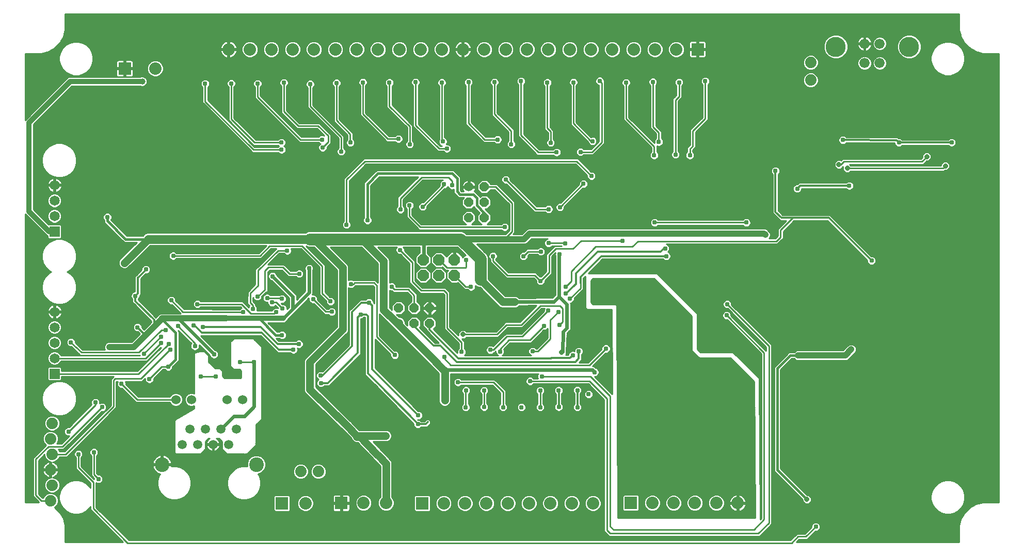
<source format=gbl>
G75*
%MOIN*%
%OFA0B0*%
%FSLAX24Y24*%
%IPPOS*%
%LPD*%
%AMOC8*
5,1,8,0,0,1.08239X$1,22.5*
%
%ADD10C,0.0650*%
%ADD11R,0.0650X0.0650*%
%ADD12OC8,0.0740*%
%ADD13C,0.0740*%
%ADD14R,0.0800X0.0800*%
%ADD15C,0.0800*%
%ADD16C,0.0660*%
%ADD17C,0.1300*%
%ADD18C,0.0945*%
%ADD19C,0.0591*%
%ADD20C,0.0600*%
%ADD21OC8,0.0600*%
%ADD22C,0.0310*%
%ADD23C,0.0100*%
%ADD24C,0.0240*%
%ADD25C,0.0500*%
%ADD26C,0.0320*%
%ADD27C,0.0120*%
%ADD28C,0.0160*%
%ADD29C,0.0760*%
%ADD30C,0.0400*%
%ADD31C,0.0357*%
%ADD32OC8,0.0310*%
%ADD33C,0.0560*%
%ADD34C,0.0396*%
D10*
X002500Y012480D03*
X002500Y013480D03*
X002500Y014480D03*
X002500Y015480D03*
X002500Y021670D03*
X002500Y022670D03*
X002500Y023670D03*
D11*
X002500Y020670D03*
X002500Y011480D03*
D12*
X026310Y017840D03*
X027310Y017840D03*
X028310Y017840D03*
X028310Y018840D03*
X027310Y018840D03*
X026310Y018840D03*
D13*
X002340Y008280D03*
X002240Y007280D03*
X002340Y006280D03*
X002240Y005280D03*
X002340Y004280D03*
X002240Y003280D03*
X018400Y005160D03*
X019540Y005160D03*
X051330Y030450D03*
X051330Y031590D03*
D14*
X044027Y032445D03*
X007030Y031200D03*
X017180Y003110D03*
X021010Y003120D03*
X026250Y003110D03*
X039720Y003120D03*
D15*
X041098Y003120D03*
X042476Y003120D03*
X043854Y003120D03*
X045232Y003120D03*
X046610Y003120D03*
X037274Y003110D03*
X035896Y003110D03*
X034518Y003110D03*
X033140Y003110D03*
X031762Y003110D03*
X030384Y003110D03*
X029006Y003110D03*
X027628Y003110D03*
X023906Y003120D03*
X022458Y003120D03*
X018698Y003110D03*
X008999Y031200D03*
X013736Y032445D03*
X015114Y032445D03*
X016492Y032445D03*
X017870Y032445D03*
X019248Y032445D03*
X020626Y032445D03*
X022004Y032445D03*
X023382Y032445D03*
X024760Y032445D03*
X026138Y032445D03*
X027515Y032445D03*
X028870Y032445D03*
X030248Y032445D03*
X031626Y032445D03*
X033004Y032445D03*
X034382Y032445D03*
X035760Y032445D03*
X037138Y032445D03*
X038515Y032445D03*
X039893Y032445D03*
X041271Y032445D03*
X042649Y032445D03*
D16*
X054810Y032811D03*
X055790Y032811D03*
X055790Y031551D03*
X054810Y031551D03*
D17*
X052950Y032611D03*
X057690Y032611D03*
D18*
X015535Y005610D03*
X009435Y005610D03*
D19*
X010735Y006910D03*
X011735Y006910D03*
X012735Y006910D03*
X013735Y006910D03*
X013235Y007910D03*
X012235Y007910D03*
X011235Y007910D03*
X014235Y007910D03*
D20*
X014635Y009810D03*
X013635Y009810D03*
X011335Y009810D03*
X010335Y009810D03*
X024720Y014730D03*
X029250Y023560D03*
D21*
X030250Y023560D03*
X030250Y022560D03*
X029250Y022560D03*
X029250Y021560D03*
X030250Y021560D03*
X026720Y015730D03*
X025720Y015730D03*
X024720Y015730D03*
X025720Y014730D03*
X026720Y014730D03*
D22*
X027490Y014910D03*
X028290Y015450D03*
X028580Y016550D03*
X029390Y017100D03*
X030670Y016130D03*
X032233Y016131D03*
X033830Y016850D03*
X034470Y016790D03*
X033880Y017470D03*
X032470Y018350D03*
X032780Y019070D03*
X033900Y019370D03*
X034400Y019920D03*
X035110Y019190D03*
X035470Y019900D03*
X036770Y020540D03*
X036940Y021730D03*
X035140Y022240D03*
X034410Y022110D03*
X031570Y020960D03*
X031140Y020650D03*
X031800Y020180D03*
X031860Y019470D03*
X030810Y019080D03*
X029070Y018840D03*
X027770Y020220D03*
X027480Y021740D03*
X026270Y022270D03*
X025420Y022360D03*
X024840Y022100D03*
X022710Y021400D03*
X021350Y021110D03*
X020760Y021090D03*
X022470Y020180D03*
X021080Y019450D03*
X021110Y018330D03*
X021640Y017280D03*
X022810Y016080D03*
X022260Y015310D03*
X020400Y015490D03*
X020320Y016150D03*
X019200Y016300D03*
X018090Y017410D03*
X018300Y017940D03*
X018940Y018290D03*
X017520Y019430D03*
X016570Y017780D03*
X015150Y017580D03*
X015600Y016470D03*
X016230Y016370D03*
X016535Y016085D03*
X017190Y016320D03*
X017220Y015690D03*
X016820Y015460D03*
X015300Y015670D03*
X014680Y015460D03*
X013570Y015050D03*
X012080Y014500D03*
X011460Y014600D03*
X010460Y014560D03*
X009670Y014290D03*
X009390Y013860D03*
X009370Y013460D03*
X009860Y013400D03*
X009980Y013020D03*
X010880Y013450D03*
X011560Y013260D03*
X011930Y013090D03*
X012800Y012730D03*
X013540Y013210D03*
X012360Y013730D03*
X014460Y012230D03*
X015390Y012235D03*
X016490Y011580D03*
X017350Y012510D03*
X017920Y013030D03*
X018280Y013400D03*
X017190Y013974D03*
X015910Y013620D03*
X019670Y011360D03*
X019700Y010880D03*
X018180Y010280D03*
X021370Y008120D03*
X023880Y007465D03*
X025960Y008220D03*
X025990Y008790D03*
X029050Y009310D03*
X030240Y009330D03*
X031460Y009310D03*
X032650Y009310D03*
X033860Y009310D03*
X035060Y009330D03*
X036260Y009310D03*
X036990Y010150D03*
X036260Y010410D03*
X035050Y010400D03*
X033860Y010390D03*
X033210Y011000D03*
X033960Y011300D03*
X031440Y011130D03*
X030240Y010390D03*
X029070Y010400D03*
X028550Y010930D03*
X027660Y012570D03*
X028790Y012890D03*
X029590Y012920D03*
X030640Y013020D03*
X031270Y012910D03*
X032280Y012930D03*
X033370Y012930D03*
X035960Y012670D03*
X036350Y012930D03*
X038110Y013100D03*
X038360Y012730D03*
X037380Y011580D03*
X036820Y014280D03*
X036480Y015090D03*
X035120Y014620D03*
X034120Y014570D03*
X034380Y015560D03*
X035030Y015470D03*
X035780Y016330D03*
X035500Y016650D03*
X035500Y017090D03*
X038750Y018460D03*
X039190Y020080D03*
X041250Y021250D03*
X039790Y022710D03*
X038140Y024030D03*
X037170Y024260D03*
X036655Y023750D03*
X036460Y025810D03*
X037240Y026510D03*
X034917Y025793D03*
X034540Y026410D03*
X031990Y026315D03*
X031110Y026610D03*
X027830Y026030D03*
X027580Y026490D03*
X025440Y026310D03*
X024710Y026660D03*
X021600Y026420D03*
X021010Y025840D03*
X019810Y026100D03*
X019770Y026610D03*
X017150Y026420D03*
X017150Y025960D03*
X022100Y023920D03*
X027650Y023720D03*
X028170Y023660D03*
X028790Y024400D03*
X030850Y024320D03*
X031640Y024030D03*
X031330Y021550D03*
X025610Y019160D03*
X024810Y019480D03*
X024380Y018720D03*
X025110Y017480D03*
X024260Y017110D03*
X025130Y016410D03*
X031090Y017590D03*
X032240Y014970D03*
X024470Y012690D03*
X023288Y006311D03*
X012910Y011305D03*
X011940Y011290D03*
X009840Y011930D03*
X008620Y011130D03*
X006820Y010820D03*
X005140Y010750D03*
X005140Y009630D03*
X005570Y009320D03*
X007400Y009400D03*
X003400Y007740D03*
X005040Y006400D03*
X004040Y006280D03*
X005340Y004670D03*
X008280Y012780D03*
X006980Y013860D03*
X006980Y014340D03*
X006080Y014370D03*
X006050Y013860D03*
X005230Y013850D03*
X005260Y014380D03*
X005230Y014890D03*
X005230Y015400D03*
X005240Y015920D03*
X006070Y015930D03*
X006980Y015930D03*
X006970Y015450D03*
X006950Y014930D03*
X006130Y014890D03*
X006100Y015410D03*
X007710Y016510D03*
X010040Y016230D03*
X011720Y015980D03*
X013090Y017170D03*
X010160Y019100D03*
X008400Y018220D03*
X007010Y018640D03*
X005910Y021600D03*
X007850Y014480D03*
X006040Y013210D03*
X003550Y013510D03*
X013050Y029910D03*
X012220Y030230D03*
X013910Y030240D03*
X014750Y029910D03*
X015610Y030230D03*
X016450Y029910D03*
X017310Y030290D03*
X018150Y029910D03*
X019010Y030200D03*
X019850Y029910D03*
X020710Y030270D03*
X021550Y029910D03*
X022410Y030310D03*
X023250Y029910D03*
X024120Y030300D03*
X024950Y029910D03*
X025810Y030320D03*
X026650Y029910D03*
X027510Y030300D03*
X028350Y029910D03*
X029230Y030320D03*
X030050Y029910D03*
X030910Y030320D03*
X031750Y029910D03*
X032620Y030390D03*
X033450Y029910D03*
X034320Y030300D03*
X035150Y029910D03*
X036010Y030310D03*
X036850Y029910D03*
X037710Y030400D03*
X038550Y029910D03*
X039410Y030290D03*
X040250Y029910D03*
X041140Y030340D03*
X041950Y029910D03*
X042830Y030310D03*
X043650Y029910D03*
X044520Y030390D03*
X045350Y029910D03*
X041525Y026465D03*
X041217Y025593D03*
X042600Y025640D03*
X043530Y025600D03*
X049050Y024590D03*
X050460Y023440D03*
X053820Y023630D03*
X057027Y026424D03*
X053410Y026585D03*
X060433Y026429D03*
X048400Y020450D03*
X047175Y021250D03*
X045520Y019540D03*
X042010Y019080D03*
X041930Y019580D03*
X045940Y015970D03*
X045900Y015250D03*
X051060Y010060D03*
X053680Y006700D03*
X051290Y004590D03*
X051660Y001590D03*
X053640Y001350D03*
X055260Y018790D03*
D23*
X003190Y001675D02*
X003190Y000600D01*
X006905Y000600D01*
X004820Y002685D01*
X004820Y002907D01*
X004770Y002821D01*
X004566Y002616D01*
X004315Y002471D01*
X004035Y002396D01*
X003745Y002396D01*
X003466Y002471D01*
X003215Y002616D01*
X003010Y002821D01*
X002865Y003072D01*
X002790Y003352D01*
X002790Y003641D01*
X002865Y003921D01*
X003010Y004172D01*
X003215Y004377D01*
X003466Y004521D01*
X003745Y004596D01*
X004035Y004596D01*
X004315Y004521D01*
X004566Y004377D01*
X004770Y004172D01*
X004820Y004086D01*
X004820Y004385D01*
X003965Y005240D01*
X003965Y005240D01*
X003860Y005345D01*
X003860Y006057D01*
X003798Y006119D01*
X003755Y006223D01*
X003755Y006337D01*
X003798Y006441D01*
X003879Y006522D01*
X003983Y006565D01*
X004097Y006565D01*
X004201Y006522D01*
X004282Y006441D01*
X004325Y006337D01*
X004325Y006223D01*
X004282Y006119D01*
X004220Y006057D01*
X004220Y005495D01*
X005055Y004660D01*
X005055Y004700D01*
X004965Y004790D01*
X004860Y004895D01*
X004860Y006177D01*
X004798Y006239D01*
X004755Y006343D01*
X004755Y006457D01*
X004798Y006561D01*
X004879Y006642D01*
X004983Y006685D01*
X005097Y006685D01*
X005201Y006642D01*
X005282Y006561D01*
X005325Y006457D01*
X005325Y006343D01*
X005282Y006239D01*
X005220Y006177D01*
X005220Y005045D01*
X005310Y004955D01*
X005397Y004955D01*
X005501Y004912D01*
X005582Y004831D01*
X005625Y004727D01*
X005625Y004613D01*
X005582Y004509D01*
X005501Y004428D01*
X005397Y004385D01*
X005283Y004385D01*
X005180Y004428D01*
X005180Y002835D01*
X007295Y000720D01*
X050025Y000720D01*
X050330Y001025D01*
X050435Y001130D01*
X050945Y001130D01*
X051375Y001560D01*
X051375Y001647D01*
X051418Y001751D01*
X051499Y001832D01*
X051603Y001875D01*
X051717Y001875D01*
X051821Y001832D01*
X051902Y001751D01*
X051945Y001647D01*
X051945Y001533D01*
X051902Y001429D01*
X051821Y001348D01*
X051717Y001305D01*
X051630Y001305D01*
X051095Y000770D01*
X050585Y000770D01*
X050415Y000600D01*
X060900Y000600D01*
X060900Y001616D01*
X061023Y002074D01*
X061023Y002074D01*
X061260Y002485D01*
X061260Y002485D01*
X061595Y002820D01*
X061595Y002820D01*
X062006Y003057D01*
X062006Y003057D01*
X062464Y003180D01*
X063480Y003180D01*
X063480Y032170D01*
X062444Y032170D01*
X061998Y032290D01*
X061998Y032290D01*
X061597Y032521D01*
X061597Y032521D01*
X061271Y032847D01*
X061271Y032847D01*
X061040Y033248D01*
X061040Y033248D01*
X060920Y033694D01*
X060920Y034740D01*
X003180Y034740D01*
X003180Y033718D01*
X003059Y033268D01*
X003059Y033268D01*
X002826Y032864D01*
X002826Y032864D01*
X002826Y032864D01*
X002496Y032534D01*
X002496Y032534D01*
X002092Y032301D01*
X002092Y032301D01*
X001642Y032180D01*
X000600Y032180D01*
X000600Y027880D01*
X003254Y030534D01*
X003336Y030616D01*
X003442Y030660D01*
X003558Y030660D01*
X003582Y030650D01*
X007593Y030650D01*
X007594Y030650D01*
X007651Y030650D01*
X007708Y030650D01*
X007709Y030650D01*
X007889Y030649D01*
X007975Y030649D01*
X008095Y030698D01*
X008225Y030698D01*
X008346Y030648D01*
X008438Y030556D01*
X008488Y030435D01*
X008488Y030305D01*
X008438Y030184D01*
X008346Y030092D01*
X008225Y030042D01*
X008095Y030042D01*
X008030Y030069D01*
X007945Y030069D01*
X007944Y030068D01*
X007888Y030069D01*
X007831Y030069D01*
X007830Y030069D01*
X007649Y030070D01*
X003610Y030070D01*
X001130Y027590D01*
X001130Y022100D01*
X002113Y021117D01*
X002121Y021125D01*
X002879Y021125D01*
X002955Y021049D01*
X002955Y020291D01*
X002879Y020215D01*
X002121Y020215D01*
X002045Y020291D01*
X002045Y020400D01*
X001986Y020424D01*
X000676Y021734D01*
X000600Y021810D01*
X000600Y003180D01*
X001485Y003180D01*
X001460Y003205D01*
X001100Y003565D01*
X001100Y005876D01*
X001100Y005877D01*
X001100Y005951D01*
X001100Y006025D01*
X001100Y006025D01*
X001100Y006026D01*
X001153Y006078D01*
X001205Y006130D01*
X001206Y006130D01*
X001949Y006864D01*
X001816Y006997D01*
X001740Y007181D01*
X001740Y007379D01*
X001816Y007563D01*
X001957Y007704D01*
X002141Y007780D01*
X002339Y007780D01*
X002523Y007704D01*
X002664Y007563D01*
X002740Y007379D01*
X002740Y007181D01*
X002664Y006997D01*
X002627Y006960D01*
X002926Y006960D01*
X003427Y007455D01*
X003343Y007455D01*
X003239Y007498D01*
X003158Y007579D01*
X003115Y007683D01*
X003115Y007797D01*
X003158Y007901D01*
X003239Y007982D01*
X003343Y008025D01*
X003430Y008025D01*
X004891Y009486D01*
X004855Y009573D01*
X004855Y009687D01*
X003908Y009687D01*
X003920Y009733D02*
X003844Y009448D01*
X003696Y009192D01*
X003488Y008984D01*
X003232Y008836D01*
X002947Y008760D01*
X002653Y008760D01*
X002368Y008836D01*
X002112Y008984D01*
X001904Y009192D01*
X001756Y009448D01*
X001680Y009733D01*
X001680Y010027D01*
X001756Y010312D01*
X001904Y010568D01*
X002112Y010776D01*
X002368Y010924D01*
X002653Y011000D01*
X002947Y011000D01*
X003232Y010924D01*
X003488Y010776D01*
X003696Y010568D01*
X003844Y010312D01*
X003920Y010027D01*
X003920Y009733D01*
X003920Y009786D02*
X004896Y009786D01*
X004898Y009791D02*
X004855Y009687D01*
X004855Y009589D02*
X003881Y009589D01*
X003855Y009490D02*
X004889Y009490D01*
X004797Y009392D02*
X003811Y009392D01*
X003754Y009293D02*
X004699Y009293D01*
X004600Y009195D02*
X003698Y009195D01*
X003600Y009096D02*
X004502Y009096D01*
X004403Y008998D02*
X003502Y008998D01*
X003341Y008899D02*
X004305Y008899D01*
X004206Y008801D02*
X003099Y008801D01*
X002764Y008563D02*
X002623Y008704D01*
X002439Y008780D01*
X002241Y008780D01*
X002057Y008704D01*
X001916Y008563D01*
X001840Y008379D01*
X001840Y008181D01*
X001916Y007997D01*
X002057Y007856D01*
X002241Y007780D01*
X002439Y007780D01*
X002623Y007856D01*
X002764Y007997D01*
X002840Y008181D01*
X002840Y008379D01*
X002764Y008563D01*
X002723Y008604D02*
X004009Y008604D01*
X004108Y008702D02*
X002625Y008702D01*
X002501Y008801D02*
X000600Y008801D01*
X000600Y008899D02*
X002259Y008899D01*
X002098Y008998D02*
X000600Y008998D01*
X000600Y009096D02*
X002000Y009096D01*
X001902Y009195D02*
X000600Y009195D01*
X000600Y009293D02*
X001846Y009293D01*
X001789Y009392D02*
X000600Y009392D01*
X000600Y009490D02*
X001745Y009490D01*
X001719Y009589D02*
X000600Y009589D01*
X000600Y009687D02*
X001692Y009687D01*
X001680Y009786D02*
X000600Y009786D01*
X000600Y009884D02*
X001680Y009884D01*
X001680Y009983D02*
X000600Y009983D01*
X000600Y010081D02*
X001694Y010081D01*
X001721Y010180D02*
X000600Y010180D01*
X000600Y010278D02*
X001747Y010278D01*
X001793Y010377D02*
X000600Y010377D01*
X000600Y010475D02*
X001850Y010475D01*
X001910Y010574D02*
X000600Y010574D01*
X000600Y010672D02*
X002008Y010672D01*
X002107Y010771D02*
X000600Y010771D01*
X000600Y010869D02*
X002273Y010869D01*
X002121Y011025D02*
X002879Y011025D01*
X002955Y011101D01*
X002955Y011300D01*
X006305Y011300D01*
X006240Y011235D01*
X006130Y011125D01*
X006130Y009445D01*
X003145Y006460D01*
X002807Y006460D01*
X002764Y006563D01*
X002727Y006600D01*
X002999Y006600D01*
X003074Y006600D01*
X003075Y006600D01*
X003127Y006652D01*
X005538Y009035D01*
X005627Y009035D01*
X005731Y009078D01*
X005812Y009159D01*
X005855Y009263D01*
X005855Y009377D01*
X005812Y009481D01*
X005731Y009562D01*
X005627Y009605D01*
X005513Y009605D01*
X005423Y009567D01*
X005425Y009573D01*
X005425Y009687D01*
X006130Y009687D01*
X006130Y009589D02*
X005666Y009589D01*
X005803Y009490D02*
X006130Y009490D01*
X006077Y009392D02*
X005849Y009392D01*
X005855Y009293D02*
X005979Y009293D01*
X005880Y009195D02*
X005827Y009195D01*
X005782Y009096D02*
X005749Y009096D01*
X005683Y008998D02*
X005500Y008998D01*
X005585Y008899D02*
X005400Y008899D01*
X005486Y008801D02*
X005301Y008801D01*
X005388Y008702D02*
X005201Y008702D01*
X005289Y008604D02*
X005101Y008604D01*
X005191Y008505D02*
X005002Y008505D01*
X005092Y008407D02*
X004902Y008407D01*
X004994Y008308D02*
X004802Y008308D01*
X004895Y008210D02*
X004703Y008210D01*
X004797Y008111D02*
X004603Y008111D01*
X004698Y008013D02*
X004503Y008013D01*
X004600Y007914D02*
X004404Y007914D01*
X004501Y007816D02*
X004304Y007816D01*
X004204Y007717D02*
X004403Y007717D01*
X004304Y007619D02*
X004105Y007619D01*
X004005Y007520D02*
X004206Y007520D01*
X004107Y007422D02*
X003905Y007422D01*
X003806Y007323D02*
X004009Y007323D01*
X003910Y007225D02*
X003706Y007225D01*
X003606Y007126D02*
X003812Y007126D01*
X003713Y007028D02*
X003507Y007028D01*
X003407Y006929D02*
X003615Y006929D01*
X003516Y006831D02*
X003307Y006831D01*
X003208Y006732D02*
X003418Y006732D01*
X003319Y006634D02*
X003108Y006634D01*
X003074Y006600D02*
X003074Y006600D01*
X003221Y006535D02*
X002776Y006535D01*
X003000Y006780D02*
X002120Y006780D01*
X001280Y005950D01*
X001280Y003640D01*
X001640Y003280D01*
X002240Y003280D01*
X002702Y003088D02*
X002861Y003088D01*
X002835Y003186D02*
X002740Y003186D01*
X002740Y003181D02*
X002740Y003379D01*
X002664Y003563D01*
X002523Y003704D01*
X002339Y003780D01*
X002141Y003780D01*
X001957Y003704D01*
X001816Y003563D01*
X001773Y003460D01*
X001715Y003460D01*
X001460Y003715D01*
X001460Y005875D01*
X001840Y006250D01*
X001840Y006181D01*
X001916Y005997D01*
X002057Y005856D01*
X002241Y005780D01*
X002290Y005780D01*
X002290Y005330D01*
X002759Y005330D01*
X002747Y005402D01*
X002722Y005480D01*
X002685Y005553D01*
X002637Y005619D01*
X002579Y005677D01*
X002513Y005725D01*
X002440Y005762D01*
X002384Y005780D01*
X002439Y005780D01*
X002623Y005856D01*
X002764Y005997D01*
X002807Y006100D01*
X003295Y006100D01*
X006385Y009190D01*
X006490Y009295D01*
X006490Y010975D01*
X006495Y010980D01*
X006578Y010980D01*
X006535Y010877D01*
X006535Y010763D01*
X006578Y010659D01*
X006659Y010578D01*
X006763Y010535D01*
X006850Y010535D01*
X007650Y009735D01*
X007755Y009630D01*
X009944Y009630D01*
X009970Y009566D01*
X010091Y009445D01*
X010249Y009380D01*
X010421Y009380D01*
X010579Y009445D01*
X010700Y009566D01*
X010765Y009724D01*
X010765Y009896D01*
X010700Y010054D01*
X010579Y010175D01*
X010421Y010240D01*
X010249Y010240D01*
X010091Y010175D01*
X009970Y010054D01*
X009944Y009990D01*
X007905Y009990D01*
X007105Y010790D01*
X007105Y010877D01*
X007062Y010980D01*
X008145Y010980D01*
X008335Y011170D01*
X008335Y011073D01*
X008378Y010969D01*
X008459Y010888D01*
X008563Y010845D01*
X008677Y010845D01*
X008781Y010888D01*
X008862Y010969D01*
X008905Y011073D01*
X008905Y011160D01*
X009495Y011750D01*
X009617Y011750D01*
X009679Y011688D01*
X009783Y011645D01*
X009897Y011645D01*
X010001Y011688D01*
X010082Y011769D01*
X010125Y011873D01*
X010125Y011918D01*
X010407Y012200D01*
X010530Y012323D01*
X010530Y014227D01*
X010482Y014275D01*
X010490Y014275D01*
X011331Y013434D01*
X011318Y013421D01*
X011275Y013317D01*
X011275Y013203D01*
X011318Y013099D01*
X011399Y013018D01*
X011503Y012975D01*
X011617Y012975D01*
X011721Y013018D01*
X011802Y013099D01*
X011845Y013203D01*
X011845Y013317D01*
X011835Y013342D01*
X012523Y012653D01*
X012558Y012569D01*
X012639Y012488D01*
X012743Y012445D01*
X012450Y012445D01*
X012450Y012347D02*
X013840Y012347D01*
X013840Y012445D02*
X012857Y012445D01*
X012961Y012488D01*
X013042Y012569D01*
X013085Y012673D01*
X013085Y012787D01*
X013042Y012891D01*
X012961Y012972D01*
X012877Y013007D01*
X011944Y013940D01*
X015801Y013940D01*
X016901Y012840D01*
X017707Y012840D01*
X017759Y012788D01*
X017863Y012745D01*
X017977Y012745D01*
X018081Y012788D01*
X018162Y012869D01*
X018205Y012973D01*
X018205Y013087D01*
X018187Y013130D01*
X018223Y013115D01*
X018337Y013115D01*
X018441Y013158D01*
X018522Y013239D01*
X018565Y013343D01*
X018565Y013457D01*
X018522Y013561D01*
X018441Y013642D01*
X018337Y013685D01*
X018223Y013685D01*
X018119Y013642D01*
X018067Y013590D01*
X016989Y013590D01*
X016814Y013764D01*
X016997Y013764D01*
X017029Y013733D01*
X017133Y013689D01*
X017247Y013689D01*
X017351Y013733D01*
X017432Y013813D01*
X017475Y013918D01*
X017475Y014031D01*
X017432Y014136D01*
X017351Y014216D01*
X017247Y014259D01*
X017133Y014259D01*
X017029Y014216D01*
X016997Y014184D01*
X016862Y014184D01*
X016287Y014760D01*
X017318Y014760D01*
X017424Y014804D01*
X017506Y014886D01*
X017546Y014982D01*
X018027Y015463D01*
X018097Y015533D01*
X018915Y016351D01*
X018915Y016243D01*
X018958Y016139D01*
X019039Y016058D01*
X019143Y016015D01*
X019230Y016015D01*
X019830Y015415D01*
X019935Y015310D01*
X020177Y015310D01*
X020239Y015248D01*
X020343Y015205D01*
X020457Y015205D01*
X020561Y015248D01*
X020642Y015329D01*
X020685Y015433D01*
X020685Y015547D01*
X020642Y015651D01*
X020561Y015732D01*
X020457Y015775D01*
X020343Y015775D01*
X020239Y015732D01*
X020177Y015670D01*
X020085Y015670D01*
X019485Y016270D01*
X019485Y016357D01*
X019442Y016461D01*
X019361Y016542D01*
X019257Y016585D01*
X019149Y016585D01*
X019152Y016588D01*
X019190Y016680D01*
X019190Y018149D01*
X019225Y018233D01*
X019225Y018347D01*
X019182Y018451D01*
X019101Y018532D01*
X018997Y018575D01*
X018883Y018575D01*
X018779Y018532D01*
X018698Y018451D01*
X018655Y018347D01*
X018655Y018233D01*
X018690Y018149D01*
X018690Y016834D01*
X018135Y016279D01*
X018135Y016515D01*
X018097Y016607D01*
X018027Y016677D01*
X016847Y017857D01*
X016812Y017941D01*
X016731Y018022D01*
X016627Y018065D01*
X016513Y018065D01*
X016409Y018022D01*
X016328Y017941D01*
X016285Y017837D01*
X016285Y017723D01*
X016328Y017619D01*
X016409Y017538D01*
X016493Y017503D01*
X017635Y016361D01*
X017635Y015779D01*
X017505Y015649D01*
X017505Y015747D01*
X017462Y015851D01*
X017381Y015932D01*
X017277Y015975D01*
X017190Y015975D01*
X017127Y016038D01*
X017133Y016035D01*
X017247Y016035D01*
X017351Y016078D01*
X017432Y016159D01*
X017475Y016263D01*
X017475Y016377D01*
X017432Y016481D01*
X017351Y016562D01*
X017247Y016605D01*
X017133Y016605D01*
X017029Y016562D01*
X017017Y016550D01*
X016453Y016550D01*
X016391Y016612D01*
X016287Y016655D01*
X016173Y016655D01*
X016069Y016612D01*
X015988Y016531D01*
X015945Y016427D01*
X015945Y016313D01*
X015988Y016209D01*
X016069Y016128D01*
X016173Y016085D01*
X016250Y016085D01*
X016250Y016028D01*
X016293Y015924D01*
X016374Y015843D01*
X016478Y015800D01*
X016592Y015800D01*
X016696Y015843D01*
X016754Y015901D01*
X016934Y015721D01*
X016877Y015745D01*
X016763Y015745D01*
X016659Y015702D01*
X016578Y015621D01*
X016553Y015560D01*
X015563Y015560D01*
X015585Y015613D01*
X015585Y015727D01*
X015542Y015831D01*
X015480Y015893D01*
X015480Y015985D01*
X015375Y016090D01*
X016162Y016090D01*
X016265Y015991D02*
X015473Y015991D01*
X015480Y015893D02*
X016324Y015893D01*
X016535Y016085D02*
X016825Y016085D01*
X017220Y015690D01*
X017420Y015893D02*
X017635Y015893D01*
X017635Y015991D02*
X017173Y015991D01*
X017363Y016090D02*
X017635Y016090D01*
X017635Y016188D02*
X017444Y016188D01*
X017475Y016287D02*
X017635Y016287D01*
X017611Y016385D02*
X017471Y016385D01*
X017429Y016484D02*
X017513Y016484D01*
X017414Y016582D02*
X017302Y016582D01*
X017316Y016681D02*
X016113Y016681D01*
X016158Y016720D02*
X016165Y016720D01*
X016213Y016769D01*
X016265Y016814D01*
X016265Y016821D01*
X016270Y016825D01*
X016270Y016894D01*
X016274Y016963D01*
X016270Y016968D01*
X016270Y018045D01*
X016395Y018170D01*
X017175Y018170D01*
X017480Y017865D01*
X017585Y017760D01*
X018077Y017760D01*
X018139Y017698D01*
X018243Y017655D01*
X018357Y017655D01*
X018461Y017698D01*
X018542Y017779D01*
X018585Y017883D01*
X018585Y017997D01*
X018542Y018101D01*
X018461Y018182D01*
X018357Y018225D01*
X018243Y018225D01*
X018139Y018182D01*
X018077Y018120D01*
X017735Y018120D01*
X017325Y018530D01*
X016269Y018530D01*
X017013Y019250D01*
X017297Y019250D01*
X017359Y019188D01*
X017463Y019145D01*
X017577Y019145D01*
X017681Y019188D01*
X017762Y019269D01*
X017805Y019373D01*
X017805Y019487D01*
X017779Y019550D01*
X018415Y019550D01*
X019610Y018355D01*
X019221Y018355D01*
X019225Y018257D02*
X019610Y018257D01*
X019610Y018355D02*
X019610Y016605D01*
X019715Y016500D01*
X020035Y016180D01*
X020035Y016093D01*
X020078Y015989D01*
X020159Y015908D01*
X020263Y015865D01*
X020377Y015865D01*
X020481Y015908D01*
X020562Y015989D01*
X020605Y016093D01*
X020605Y016207D01*
X020562Y016311D01*
X020481Y016392D01*
X020377Y016435D01*
X020290Y016435D01*
X019970Y016755D01*
X019970Y018505D01*
X018745Y019729D01*
X018889Y019670D01*
X019233Y019670D01*
X020730Y018173D01*
X020730Y014517D01*
X018668Y012455D01*
X018610Y012316D01*
X018610Y010534D01*
X018609Y010532D01*
X018610Y010458D01*
X018610Y010384D01*
X018611Y010383D01*
X018611Y010381D01*
X018640Y010313D01*
X018668Y010245D01*
X018669Y010244D01*
X018670Y010242D01*
X018722Y010190D01*
X018775Y010138D01*
X018776Y010137D01*
X021102Y007850D01*
X021665Y007288D01*
X021703Y007195D01*
X021810Y007088D01*
X021950Y007030D01*
X022088Y007030D01*
X023064Y005995D01*
X023112Y005944D01*
X023526Y005505D01*
X023526Y003490D01*
X023457Y003420D01*
X023376Y003225D01*
X023376Y003015D01*
X023457Y002820D01*
X023606Y002671D01*
X023800Y002590D01*
X024011Y002590D01*
X024206Y002671D01*
X024355Y002820D01*
X024436Y003015D01*
X024436Y003225D01*
X024355Y003420D01*
X024286Y003490D01*
X024286Y005650D01*
X024288Y005720D01*
X024286Y005726D01*
X024286Y005731D01*
X024259Y005796D01*
X024234Y005862D01*
X024230Y005866D01*
X024228Y005871D01*
X024179Y005921D01*
X023665Y006465D01*
X023665Y006465D01*
X023617Y006516D01*
X023617Y006516D01*
X023081Y007085D01*
X023956Y007085D01*
X024095Y007142D01*
X024202Y007249D01*
X024260Y007389D01*
X024260Y007540D01*
X024202Y007680D01*
X024095Y007787D01*
X023956Y007845D01*
X022183Y007845D01*
X021691Y008336D01*
X021690Y008338D01*
X021638Y008390D01*
X021585Y008442D01*
X021584Y008443D01*
X019370Y010619D01*
X019370Y012083D01*
X021325Y014038D01*
X021432Y014145D01*
X021490Y014284D01*
X021490Y017034D01*
X021583Y016995D01*
X021697Y016995D01*
X021801Y017038D01*
X021863Y017100D01*
X021875Y017100D01*
X021945Y017170D01*
X023055Y017170D01*
X023130Y017095D01*
X023130Y016039D01*
X023095Y016074D01*
X023095Y016137D01*
X023052Y016241D01*
X022971Y016322D01*
X022867Y016365D01*
X022753Y016365D01*
X022649Y016322D01*
X022597Y016270D01*
X022231Y016270D01*
X021631Y015670D01*
X021520Y015559D01*
X021520Y013339D01*
X019797Y011616D01*
X019727Y011645D01*
X019613Y011645D01*
X019509Y011602D01*
X019428Y011521D01*
X019385Y011417D01*
X019385Y011303D01*
X019428Y011199D01*
X019509Y011118D01*
X019527Y011111D01*
X019458Y011041D01*
X019415Y010937D01*
X019415Y010823D01*
X019458Y010719D01*
X019539Y010638D01*
X019643Y010595D01*
X019757Y010595D01*
X019861Y010638D01*
X019913Y010690D01*
X020219Y010690D01*
X020330Y010801D01*
X022270Y012741D01*
X022270Y015025D01*
X022317Y015025D01*
X022421Y015068D01*
X022473Y015120D01*
X022540Y015120D01*
X022540Y011411D01*
X022651Y011300D01*
X023195Y010756D01*
X025675Y008239D01*
X025675Y008163D01*
X025718Y008059D01*
X025799Y007978D01*
X025903Y007935D01*
X026017Y007935D01*
X026121Y007978D01*
X026173Y008030D01*
X026549Y008030D01*
X026660Y008141D01*
X026790Y008271D01*
X026790Y008429D01*
X026679Y008540D01*
X026521Y008540D01*
X026391Y008410D01*
X026173Y008410D01*
X026121Y008462D01*
X026017Y008505D01*
X025946Y008505D01*
X025946Y008505D01*
X026047Y008505D01*
X026486Y008505D01*
X026714Y008505D02*
X037980Y008505D01*
X037980Y008407D02*
X026790Y008407D01*
X026790Y008308D02*
X037980Y008308D01*
X037980Y008210D02*
X026728Y008210D01*
X026630Y008111D02*
X037980Y008111D01*
X037980Y008013D02*
X026156Y008013D01*
X025764Y008013D02*
X022015Y008013D01*
X021916Y008111D02*
X025697Y008111D01*
X025675Y008210D02*
X021818Y008210D01*
X021719Y008308D02*
X025607Y008308D01*
X025509Y008407D02*
X021621Y008407D01*
X021520Y008505D02*
X025412Y008505D01*
X025315Y008604D02*
X021420Y008604D01*
X021320Y008702D02*
X025218Y008702D01*
X025121Y008801D02*
X021220Y008801D01*
X021120Y008899D02*
X025024Y008899D01*
X024927Y008998D02*
X021019Y008998D01*
X020919Y009096D02*
X024830Y009096D01*
X024733Y009195D02*
X020819Y009195D01*
X020719Y009293D02*
X024636Y009293D01*
X024539Y009392D02*
X020619Y009392D01*
X020518Y009490D02*
X024442Y009490D01*
X024345Y009589D02*
X020418Y009589D01*
X020318Y009687D02*
X024248Y009687D01*
X024151Y009786D02*
X020218Y009786D01*
X020118Y009884D02*
X024054Y009884D01*
X023957Y009983D02*
X020018Y009983D01*
X019917Y010081D02*
X023860Y010081D01*
X023763Y010180D02*
X019817Y010180D01*
X019717Y010278D02*
X023666Y010278D01*
X023569Y010377D02*
X019617Y010377D01*
X019517Y010475D02*
X023472Y010475D01*
X023375Y010574D02*
X019416Y010574D01*
X019370Y010672D02*
X019505Y010672D01*
X019437Y010771D02*
X019370Y010771D01*
X019370Y010869D02*
X019415Y010869D01*
X019428Y010968D02*
X019370Y010968D01*
X019370Y011066D02*
X019483Y011066D01*
X019462Y011165D02*
X019370Y011165D01*
X019370Y011263D02*
X019402Y011263D01*
X019385Y011362D02*
X019370Y011362D01*
X019370Y011460D02*
X019403Y011460D01*
X019370Y011559D02*
X019466Y011559D01*
X019370Y011657D02*
X019838Y011657D01*
X019937Y011756D02*
X019370Y011756D01*
X019370Y011854D02*
X020035Y011854D01*
X020134Y011953D02*
X019370Y011953D01*
X019370Y012051D02*
X020232Y012051D01*
X020331Y012150D02*
X019437Y012150D01*
X019536Y012248D02*
X020429Y012248D01*
X020528Y012347D02*
X019634Y012347D01*
X019733Y012445D02*
X020626Y012445D01*
X020725Y012544D02*
X019831Y012544D01*
X019930Y012642D02*
X020823Y012642D01*
X020922Y012741D02*
X020028Y012741D01*
X020127Y012839D02*
X021020Y012839D01*
X021119Y012938D02*
X020225Y012938D01*
X020324Y013036D02*
X021217Y013036D01*
X021316Y013135D02*
X020422Y013135D01*
X020521Y013233D02*
X021414Y013233D01*
X021513Y013332D02*
X020619Y013332D01*
X020718Y013430D02*
X021520Y013430D01*
X021520Y013529D02*
X020816Y013529D01*
X020915Y013627D02*
X021520Y013627D01*
X021520Y013726D02*
X021013Y013726D01*
X021112Y013824D02*
X021520Y013824D01*
X021520Y013923D02*
X021210Y013923D01*
X021309Y014021D02*
X021520Y014021D01*
X021520Y014120D02*
X021407Y014120D01*
X021463Y014218D02*
X021520Y014218D01*
X021520Y014317D02*
X021490Y014317D01*
X021490Y014415D02*
X021520Y014415D01*
X021520Y014514D02*
X021490Y014514D01*
X021490Y014612D02*
X021520Y014612D01*
X021520Y014711D02*
X021490Y014711D01*
X021490Y014809D02*
X021520Y014809D01*
X021520Y014908D02*
X021490Y014908D01*
X021490Y015006D02*
X021520Y015006D01*
X021520Y015105D02*
X021490Y015105D01*
X021490Y015203D02*
X021520Y015203D01*
X021520Y015302D02*
X021490Y015302D01*
X021490Y015400D02*
X021520Y015400D01*
X021520Y015499D02*
X021490Y015499D01*
X021490Y015597D02*
X021558Y015597D01*
X021490Y015696D02*
X021657Y015696D01*
X021755Y015794D02*
X021490Y015794D01*
X021490Y015893D02*
X021854Y015893D01*
X021952Y015991D02*
X021490Y015991D01*
X021490Y016090D02*
X022051Y016090D01*
X022149Y016188D02*
X021490Y016188D01*
X021490Y016287D02*
X022614Y016287D01*
X023006Y016287D02*
X023130Y016287D01*
X023130Y016385D02*
X021490Y016385D01*
X021490Y016484D02*
X023130Y016484D01*
X023130Y016582D02*
X021490Y016582D01*
X021490Y016681D02*
X023130Y016681D01*
X023130Y016779D02*
X021490Y016779D01*
X021490Y016878D02*
X023130Y016878D01*
X023130Y016976D02*
X021490Y016976D01*
X021640Y017280D02*
X021800Y017280D01*
X021870Y017350D01*
X023130Y017350D01*
X023310Y017170D01*
X023310Y013850D01*
X024470Y012690D01*
X024440Y012975D02*
X023490Y013925D01*
X023490Y015323D01*
X023535Y015278D01*
X024073Y014740D01*
X026378Y012435D01*
X027303Y011510D01*
X027320Y011493D01*
X027320Y009674D01*
X027378Y009535D01*
X027485Y009428D01*
X027624Y009370D01*
X027776Y009370D01*
X027915Y009428D01*
X028022Y009535D01*
X028080Y009674D01*
X028080Y011475D01*
X033732Y011475D01*
X033719Y011462D01*
X033675Y011357D01*
X033675Y011243D01*
X033702Y011180D01*
X033433Y011180D01*
X033372Y011242D01*
X033267Y011285D01*
X033154Y011285D01*
X033049Y011242D01*
X032969Y011162D01*
X032925Y011057D01*
X032925Y010943D01*
X032969Y010839D01*
X033049Y010758D01*
X033154Y010715D01*
X033267Y010715D01*
X033372Y010758D01*
X033433Y010820D01*
X036966Y010820D01*
X037980Y009806D01*
X037980Y001306D01*
X038086Y001200D01*
X038316Y000970D01*
X048025Y000970D01*
X048130Y001076D01*
X048810Y001756D01*
X048810Y013355D01*
X048705Y013460D01*
X046225Y015940D01*
X046225Y016027D01*
X046182Y016132D01*
X046102Y016212D01*
X045997Y016255D01*
X045884Y016255D01*
X045779Y016212D01*
X045699Y016132D01*
X045655Y016027D01*
X045655Y015913D01*
X045699Y015809D01*
X045779Y015728D01*
X045884Y015685D01*
X045971Y015685D01*
X048450Y013206D01*
X048450Y012955D01*
X048395Y013010D01*
X046185Y015220D01*
X046185Y015307D01*
X046142Y015412D01*
X046062Y015492D01*
X045957Y015535D01*
X045844Y015535D01*
X045739Y015492D01*
X045659Y015412D01*
X045615Y015307D01*
X045615Y015193D01*
X045659Y015089D01*
X045739Y015008D01*
X045844Y014965D01*
X045931Y014965D01*
X048140Y012756D01*
X048140Y002125D01*
X048079Y002064D01*
X048020Y011111D01*
X048020Y011180D01*
X048020Y011181D01*
X048020Y011182D01*
X047970Y011231D01*
X046320Y012880D01*
X044220Y012880D01*
X044020Y013080D01*
X044020Y015380D01*
X043920Y015480D01*
X041420Y017980D01*
X036979Y017980D01*
X037889Y018890D01*
X041797Y018890D01*
X041849Y018838D01*
X041953Y018795D01*
X042067Y018795D01*
X042171Y018838D01*
X042252Y018919D01*
X042295Y019023D01*
X042295Y019137D01*
X042252Y019241D01*
X042171Y019322D01*
X042103Y019350D01*
X042172Y019419D01*
X042215Y019523D01*
X042215Y019637D01*
X042172Y019741D01*
X042091Y019822D01*
X041999Y019860D01*
X049185Y019860D01*
X049455Y020130D01*
X049560Y020235D01*
X049560Y020675D01*
X050245Y021360D01*
X052421Y021360D01*
X054975Y018806D01*
X054975Y018733D01*
X055018Y018629D01*
X055099Y018548D01*
X055203Y018505D01*
X055317Y018505D01*
X055421Y018548D01*
X055502Y018629D01*
X055545Y018733D01*
X055545Y018847D01*
X055502Y018951D01*
X055421Y019032D01*
X055317Y019075D01*
X055244Y019075D01*
X052690Y021629D01*
X052579Y021740D01*
X049519Y021740D01*
X049240Y022019D01*
X049240Y024377D01*
X049292Y024429D01*
X049335Y024533D01*
X049335Y024647D01*
X049292Y024751D01*
X049211Y024832D01*
X049107Y024875D01*
X048993Y024875D01*
X048889Y024832D01*
X048808Y024751D01*
X048765Y024647D01*
X048765Y024533D01*
X048808Y024429D01*
X048860Y024377D01*
X048860Y021861D01*
X048971Y021750D01*
X049361Y021360D01*
X049735Y021360D01*
X049200Y020825D01*
X049200Y020385D01*
X049035Y020220D01*
X048637Y020220D01*
X048680Y020263D01*
X048730Y020384D01*
X048730Y020516D01*
X048680Y020637D01*
X048590Y020727D01*
X048497Y020820D01*
X048376Y020870D01*
X036704Y020870D01*
X036680Y020860D01*
X033104Y020860D01*
X032983Y020810D01*
X032683Y020510D01*
X032125Y020510D01*
X032220Y020605D01*
X032220Y022585D01*
X032115Y022690D01*
X031065Y023740D01*
X030678Y023740D01*
X030428Y023990D01*
X030072Y023990D01*
X029820Y023738D01*
X029820Y023382D01*
X030072Y023130D01*
X030428Y023130D01*
X030678Y023380D01*
X030915Y023380D01*
X031860Y022435D01*
X031860Y020755D01*
X031615Y020510D01*
X029111Y020510D01*
X029009Y020612D01*
X028821Y020690D01*
X018889Y020690D01*
X018701Y020612D01*
X018679Y020590D01*
X008468Y020590D01*
X008318Y020528D01*
X008202Y020412D01*
X008193Y020390D01*
X007167Y020390D01*
X006135Y021422D01*
X006152Y021439D01*
X006195Y021543D01*
X006195Y021657D01*
X006152Y021761D01*
X006071Y021842D01*
X005967Y021885D01*
X005853Y021885D01*
X005749Y021842D01*
X005668Y021761D01*
X005625Y021657D01*
X005625Y021543D01*
X005668Y021439D01*
X005700Y021407D01*
X005700Y021263D01*
X005823Y021140D01*
X006993Y019970D01*
X007803Y019970D01*
X006688Y018855D01*
X006630Y018716D01*
X006630Y018564D01*
X006688Y018425D01*
X006795Y018318D01*
X006934Y018260D01*
X007086Y018260D01*
X007225Y018318D01*
X008677Y019770D01*
X016175Y019770D01*
X015685Y019280D01*
X010383Y019280D01*
X010321Y019342D01*
X010217Y019385D01*
X010103Y019385D01*
X009999Y019342D01*
X009918Y019261D01*
X009875Y019157D01*
X009875Y019043D01*
X009918Y018939D01*
X009999Y018858D01*
X010103Y018815D01*
X010217Y018815D01*
X010321Y018858D01*
X010383Y018920D01*
X015835Y018920D01*
X015940Y019025D01*
X016465Y019550D01*
X016805Y019550D01*
X015599Y018382D01*
X015597Y018382D01*
X015555Y018340D01*
X015546Y018330D01*
X015493Y018279D01*
X015493Y018278D01*
X015450Y018235D01*
X015450Y017255D01*
X015065Y016870D01*
X014960Y016765D01*
X014960Y016515D01*
X014950Y016505D01*
X014950Y016005D01*
X015091Y015864D01*
X015058Y015831D01*
X015032Y015767D01*
X014760Y016043D01*
X014760Y016044D01*
X014708Y016096D01*
X014656Y016149D01*
X014656Y016149D01*
X014655Y016150D01*
X014581Y016150D01*
X014507Y016151D01*
X014507Y016150D01*
X011944Y016159D01*
X011881Y016222D01*
X011777Y016265D01*
X011663Y016265D01*
X011559Y016222D01*
X011478Y016141D01*
X011435Y016037D01*
X011435Y015923D01*
X011478Y015819D01*
X011559Y015738D01*
X011663Y015695D01*
X011777Y015695D01*
X011881Y015738D01*
X011942Y015799D01*
X014504Y015790D01*
X014570Y015723D01*
X014519Y015702D01*
X014458Y015641D01*
X010865Y015660D01*
X010325Y016200D01*
X010325Y016287D01*
X010282Y016391D01*
X010201Y016472D01*
X010097Y016515D01*
X009983Y016515D01*
X009879Y016472D01*
X009798Y016391D01*
X009755Y016287D01*
X009755Y016173D01*
X009798Y016069D01*
X009879Y015988D01*
X009983Y015945D01*
X010070Y015945D01*
X010635Y015380D01*
X009384Y015380D01*
X009263Y015330D01*
X009090Y015157D01*
X009046Y015113D01*
X007900Y016259D01*
X007900Y016297D01*
X007952Y016349D01*
X007995Y016453D01*
X007995Y016526D01*
X008060Y016591D01*
X008060Y017625D01*
X008370Y017935D01*
X008457Y017935D01*
X008561Y017978D01*
X008642Y018059D01*
X008685Y018163D01*
X008685Y018277D01*
X008642Y018381D01*
X008561Y018462D01*
X008457Y018505D01*
X008343Y018505D01*
X008239Y018462D01*
X008158Y018381D01*
X008115Y018277D01*
X008115Y018190D01*
X007805Y017880D01*
X007791Y017880D01*
X007680Y017769D01*
X007680Y016795D01*
X007653Y016795D01*
X007549Y016752D01*
X007468Y016671D01*
X007425Y016567D01*
X007425Y016453D01*
X007468Y016349D01*
X007520Y016297D01*
X007520Y016101D01*
X007631Y015990D01*
X008750Y014871D01*
X008750Y014817D01*
X008660Y014727D01*
X008266Y014333D01*
X008135Y014464D01*
X008135Y014537D01*
X008092Y014641D01*
X008011Y014722D01*
X007907Y014765D01*
X007793Y014765D01*
X007689Y014722D01*
X007608Y014641D01*
X007565Y014537D01*
X007565Y014423D01*
X007608Y014319D01*
X007689Y014238D01*
X007793Y014195D01*
X007866Y014195D01*
X007997Y014064D01*
X007473Y013540D01*
X005974Y013540D01*
X005853Y013490D01*
X005760Y013397D01*
X005710Y013276D01*
X005710Y013144D01*
X005756Y013034D01*
X004303Y013030D01*
X003835Y013484D01*
X003835Y013567D01*
X003792Y013671D01*
X003711Y013752D01*
X003607Y013795D01*
X003493Y013795D01*
X003389Y013752D01*
X003308Y013671D01*
X003265Y013567D01*
X003265Y013453D01*
X003308Y013349D01*
X003389Y013268D01*
X003493Y013225D01*
X003585Y013225D01*
X004104Y012722D01*
X004156Y012670D01*
X004157Y012670D01*
X004158Y012669D01*
X004232Y012670D01*
X007950Y012680D01*
X008013Y012680D01*
X008025Y012651D01*
X002918Y012659D01*
X002886Y012738D01*
X002758Y012866D01*
X002590Y012935D01*
X002410Y012935D01*
X002242Y012866D01*
X002114Y012738D01*
X002045Y012570D01*
X002045Y012390D01*
X002114Y012222D01*
X002242Y012094D01*
X002410Y012025D01*
X002590Y012025D01*
X002758Y012094D01*
X002886Y012222D01*
X002917Y012299D01*
X008316Y012290D01*
X008316Y012290D01*
X008390Y012290D01*
X008464Y012290D01*
X008465Y012290D01*
X008465Y012290D01*
X008518Y012343D01*
X008570Y012395D01*
X008570Y012396D01*
X009341Y013175D01*
X009373Y013175D01*
X007827Y011660D01*
X002955Y011660D01*
X002955Y011859D01*
X002879Y011935D01*
X002121Y011935D01*
X002045Y011859D01*
X002045Y011101D01*
X002121Y011025D01*
X002080Y011066D02*
X000600Y011066D01*
X000600Y010968D02*
X002532Y010968D01*
X002920Y011066D02*
X006130Y011066D01*
X006130Y010968D02*
X003068Y010968D01*
X002955Y011165D02*
X006170Y011165D01*
X006269Y011263D02*
X002955Y011263D01*
X002500Y011480D02*
X007900Y011480D01*
X009860Y013400D01*
X009950Y013040D02*
X009980Y013020D01*
X009950Y013040D02*
X008070Y011160D01*
X006420Y011160D01*
X006310Y011050D01*
X006310Y009370D01*
X003220Y006280D01*
X002340Y006280D01*
X002711Y005944D02*
X003860Y005944D01*
X003860Y005846D02*
X002598Y005846D01*
X002469Y005747D02*
X003860Y005747D01*
X003860Y005649D02*
X002607Y005649D01*
X002686Y005550D02*
X003860Y005550D01*
X003860Y005452D02*
X002731Y005452D01*
X002755Y005353D02*
X003860Y005353D01*
X003951Y005255D02*
X002290Y005255D01*
X002290Y005230D02*
X002290Y005330D01*
X002190Y005330D01*
X002190Y005799D01*
X002118Y005787D01*
X002040Y005762D01*
X001967Y005725D01*
X001901Y005677D01*
X001843Y005619D01*
X001795Y005553D01*
X001758Y005480D01*
X001733Y005402D01*
X001721Y005330D01*
X002190Y005330D01*
X002190Y005230D01*
X002290Y005230D01*
X002759Y005230D01*
X002747Y005158D01*
X002722Y005080D01*
X002685Y005007D01*
X002637Y004941D01*
X002579Y004883D01*
X002513Y004835D01*
X002440Y004798D01*
X002384Y004780D01*
X002439Y004780D01*
X002623Y004704D01*
X002764Y004563D01*
X002840Y004379D01*
X002840Y004181D01*
X002764Y003997D01*
X002623Y003856D01*
X002439Y003780D01*
X002241Y003780D01*
X002057Y003856D01*
X001916Y003997D01*
X001840Y004181D01*
X001840Y004379D01*
X001916Y004563D01*
X002057Y004704D01*
X002241Y004780D01*
X002290Y004780D01*
X002290Y005230D01*
X002290Y005156D02*
X002190Y005156D01*
X002190Y005230D02*
X002190Y004761D01*
X002118Y004773D01*
X002040Y004798D01*
X001967Y004835D01*
X001901Y004883D01*
X001843Y004941D01*
X001795Y005007D01*
X001758Y005080D01*
X001733Y005158D01*
X001721Y005230D01*
X002190Y005230D01*
X002190Y005255D02*
X001460Y005255D01*
X001460Y005353D02*
X001725Y005353D01*
X001749Y005452D02*
X001460Y005452D01*
X001460Y005550D02*
X001794Y005550D01*
X001873Y005649D02*
X001460Y005649D01*
X001460Y005747D02*
X002011Y005747D01*
X002082Y005846D02*
X001460Y005846D01*
X001530Y005944D02*
X001969Y005944D01*
X001897Y006043D02*
X001630Y006043D01*
X001730Y006141D02*
X001856Y006141D01*
X001840Y006240D02*
X001829Y006240D01*
X001616Y006535D02*
X000600Y006535D01*
X000600Y006437D02*
X001516Y006437D01*
X001417Y006338D02*
X000600Y006338D01*
X000600Y006240D02*
X001317Y006240D01*
X001217Y006141D02*
X000600Y006141D01*
X000600Y006043D02*
X001118Y006043D01*
X001100Y005944D02*
X000600Y005944D01*
X000600Y005846D02*
X001100Y005846D01*
X001100Y005747D02*
X000600Y005747D01*
X000600Y005649D02*
X001100Y005649D01*
X001100Y005550D02*
X000600Y005550D01*
X000600Y005452D02*
X001100Y005452D01*
X001100Y005353D02*
X000600Y005353D01*
X000600Y005255D02*
X001100Y005255D01*
X001100Y005156D02*
X000600Y005156D01*
X000600Y005058D02*
X001100Y005058D01*
X001100Y004959D02*
X000600Y004959D01*
X000600Y004861D02*
X001100Y004861D01*
X001100Y004762D02*
X000600Y004762D01*
X000600Y004664D02*
X001100Y004664D01*
X001100Y004565D02*
X000600Y004565D01*
X000600Y004467D02*
X001100Y004467D01*
X001100Y004368D02*
X000600Y004368D01*
X000600Y004270D02*
X001100Y004270D01*
X001100Y004171D02*
X000600Y004171D01*
X000600Y004073D02*
X001100Y004073D01*
X001100Y003974D02*
X000600Y003974D01*
X000600Y003876D02*
X001100Y003876D01*
X001100Y003777D02*
X000600Y003777D01*
X000600Y003679D02*
X001100Y003679D01*
X001100Y003580D02*
X000600Y003580D01*
X000600Y003482D02*
X001184Y003482D01*
X001282Y003383D02*
X000600Y003383D01*
X000600Y003285D02*
X001381Y003285D01*
X001479Y003186D02*
X000600Y003186D01*
X001496Y003679D02*
X001932Y003679D01*
X001833Y003580D02*
X001594Y003580D01*
X001693Y003482D02*
X001782Y003482D01*
X001460Y003777D02*
X002134Y003777D01*
X002037Y003876D02*
X001460Y003876D01*
X001460Y003974D02*
X001939Y003974D01*
X001885Y004073D02*
X001460Y004073D01*
X001460Y004171D02*
X001844Y004171D01*
X001840Y004270D02*
X001460Y004270D01*
X001460Y004368D02*
X001840Y004368D01*
X001876Y004467D02*
X001460Y004467D01*
X001460Y004565D02*
X001918Y004565D01*
X002017Y004664D02*
X001460Y004664D01*
X001460Y004762D02*
X002186Y004762D01*
X002190Y004762D02*
X002197Y004762D01*
X002190Y004861D02*
X002290Y004861D01*
X002290Y004959D02*
X002190Y004959D01*
X002190Y005058D02*
X002290Y005058D01*
X002290Y005353D02*
X002190Y005353D01*
X002190Y005452D02*
X002290Y005452D01*
X002290Y005550D02*
X002190Y005550D01*
X002190Y005649D02*
X002290Y005649D01*
X002290Y005747D02*
X002190Y005747D01*
X002783Y006043D02*
X003860Y006043D01*
X003789Y006141D02*
X003336Y006141D01*
X003434Y006240D02*
X003755Y006240D01*
X003756Y006338D02*
X003533Y006338D01*
X003631Y006437D02*
X003796Y006437D01*
X003730Y006535D02*
X003911Y006535D01*
X003828Y006634D02*
X004871Y006634D01*
X004787Y006535D02*
X004169Y006535D01*
X004284Y006437D02*
X004755Y006437D01*
X004757Y006338D02*
X004324Y006338D01*
X004325Y006240D02*
X004798Y006240D01*
X004860Y006141D02*
X004291Y006141D01*
X004220Y006043D02*
X004860Y006043D01*
X004860Y005944D02*
X004220Y005944D01*
X004220Y005846D02*
X004860Y005846D01*
X004860Y005747D02*
X004220Y005747D01*
X004220Y005649D02*
X004860Y005649D01*
X004860Y005550D02*
X004220Y005550D01*
X004263Y005452D02*
X004860Y005452D01*
X004860Y005353D02*
X004361Y005353D01*
X004460Y005255D02*
X004860Y005255D01*
X004860Y005156D02*
X004558Y005156D01*
X004657Y005058D02*
X004860Y005058D01*
X004860Y004959D02*
X004755Y004959D01*
X004854Y004861D02*
X004895Y004861D01*
X004952Y004762D02*
X004993Y004762D01*
X005051Y004664D02*
X005055Y004664D01*
X005000Y004460D02*
X005000Y002760D01*
X007220Y000540D01*
X050100Y000540D01*
X050510Y000950D01*
X051020Y000950D01*
X051660Y001590D01*
X051919Y001709D02*
X060925Y001709D01*
X060951Y001807D02*
X051846Y001807D01*
X051945Y001610D02*
X060900Y001610D01*
X060900Y001512D02*
X051936Y001512D01*
X051886Y001413D02*
X060900Y001413D01*
X060900Y001315D02*
X051740Y001315D01*
X051541Y001216D02*
X060900Y001216D01*
X060900Y001118D02*
X051442Y001118D01*
X051344Y001019D02*
X060900Y001019D01*
X060900Y000921D02*
X051245Y000921D01*
X051147Y000822D02*
X060900Y000822D01*
X060900Y000724D02*
X050538Y000724D01*
X050440Y000625D02*
X060900Y000625D01*
X060978Y001906D02*
X048810Y001906D01*
X048810Y002004D02*
X061004Y002004D01*
X061039Y002103D02*
X048810Y002103D01*
X048810Y002201D02*
X061096Y002201D01*
X061153Y002300D02*
X048810Y002300D01*
X048810Y002398D02*
X061210Y002398D01*
X061272Y002497D02*
X060651Y002497D01*
X060614Y002475D02*
X060865Y002620D01*
X061069Y002825D01*
X061214Y003075D01*
X061289Y003355D01*
X061289Y003645D01*
X061214Y003925D01*
X061069Y004175D01*
X060865Y004380D01*
X060614Y004525D01*
X060334Y004600D01*
X060044Y004600D01*
X059765Y004525D01*
X059514Y004380D01*
X059309Y004175D01*
X059164Y003925D01*
X059089Y003645D01*
X059089Y003355D01*
X059164Y003075D01*
X059309Y002825D01*
X059514Y002620D01*
X059765Y002475D01*
X060044Y002400D01*
X060334Y002400D01*
X060614Y002475D01*
X060822Y002595D02*
X061370Y002595D01*
X061469Y002694D02*
X060938Y002694D01*
X061037Y002792D02*
X061567Y002792D01*
X061718Y002891D02*
X061108Y002891D01*
X061164Y002989D02*
X061888Y002989D01*
X062120Y003088D02*
X061218Y003088D01*
X061244Y003186D02*
X063480Y003186D01*
X063480Y003285D02*
X061270Y003285D01*
X061289Y003383D02*
X063480Y003383D01*
X063480Y003482D02*
X061289Y003482D01*
X061289Y003580D02*
X063480Y003580D01*
X063480Y003679D02*
X061280Y003679D01*
X061254Y003777D02*
X063480Y003777D01*
X063480Y003876D02*
X061227Y003876D01*
X061186Y003974D02*
X063480Y003974D01*
X063480Y004073D02*
X061129Y004073D01*
X061072Y004171D02*
X063480Y004171D01*
X063480Y004270D02*
X060975Y004270D01*
X060877Y004368D02*
X063480Y004368D01*
X063480Y004467D02*
X060715Y004467D01*
X060464Y004565D02*
X063480Y004565D01*
X063480Y004664D02*
X050073Y004664D01*
X049975Y004762D02*
X063480Y004762D01*
X063480Y004861D02*
X049876Y004861D01*
X049778Y004959D02*
X063480Y004959D01*
X063480Y005058D02*
X049679Y005058D01*
X049581Y005156D02*
X063480Y005156D01*
X063480Y005255D02*
X049482Y005255D01*
X049384Y005353D02*
X063480Y005353D01*
X063480Y005452D02*
X049380Y005452D01*
X049380Y005357D02*
X049380Y011733D01*
X050097Y012450D01*
X050263Y012450D01*
X050333Y012380D01*
X050454Y012330D01*
X053626Y012330D01*
X053747Y012380D01*
X053840Y012473D01*
X054230Y012863D01*
X054280Y012984D01*
X054280Y013116D01*
X054230Y013237D01*
X054137Y013330D01*
X054016Y013380D01*
X053884Y013380D01*
X053763Y013330D01*
X053423Y012990D01*
X050454Y012990D01*
X050333Y012940D01*
X050263Y012870D01*
X049923Y012870D01*
X049800Y012747D01*
X048960Y011907D01*
X048960Y005183D01*
X049083Y005060D01*
X050795Y003348D01*
X050795Y003242D01*
X050962Y003075D01*
X051198Y003075D01*
X051365Y003242D01*
X051365Y003478D01*
X051198Y003645D01*
X051092Y003645D01*
X049380Y005357D01*
X049380Y005550D02*
X063480Y005550D01*
X063480Y005649D02*
X049380Y005649D01*
X049380Y005747D02*
X063480Y005747D01*
X063480Y005846D02*
X049380Y005846D01*
X049380Y005944D02*
X063480Y005944D01*
X063480Y006043D02*
X049380Y006043D01*
X049380Y006141D02*
X063480Y006141D01*
X063480Y006240D02*
X049380Y006240D01*
X049380Y006338D02*
X063480Y006338D01*
X063480Y006437D02*
X049380Y006437D01*
X049380Y006535D02*
X063480Y006535D01*
X063480Y006634D02*
X049380Y006634D01*
X049380Y006732D02*
X063480Y006732D01*
X063480Y006831D02*
X049380Y006831D01*
X049380Y006929D02*
X063480Y006929D01*
X063480Y007028D02*
X049380Y007028D01*
X049380Y007126D02*
X063480Y007126D01*
X063480Y007225D02*
X049380Y007225D01*
X049380Y007323D02*
X063480Y007323D01*
X063480Y007422D02*
X049380Y007422D01*
X049380Y007520D02*
X063480Y007520D01*
X063480Y007619D02*
X049380Y007619D01*
X049380Y007717D02*
X063480Y007717D01*
X063480Y007816D02*
X049380Y007816D01*
X049380Y007914D02*
X063480Y007914D01*
X063480Y008013D02*
X049380Y008013D01*
X049380Y008111D02*
X063480Y008111D01*
X063480Y008210D02*
X049380Y008210D01*
X049380Y008308D02*
X063480Y008308D01*
X063480Y008407D02*
X049380Y008407D01*
X049380Y008505D02*
X063480Y008505D01*
X063480Y008604D02*
X049380Y008604D01*
X049380Y008702D02*
X063480Y008702D01*
X063480Y008801D02*
X049380Y008801D01*
X049380Y008899D02*
X063480Y008899D01*
X063480Y008998D02*
X049380Y008998D01*
X049380Y009096D02*
X063480Y009096D01*
X063480Y009195D02*
X049380Y009195D01*
X049380Y009293D02*
X063480Y009293D01*
X063480Y009392D02*
X049380Y009392D01*
X049380Y009490D02*
X063480Y009490D01*
X063480Y009589D02*
X049380Y009589D01*
X049380Y009687D02*
X063480Y009687D01*
X063480Y009786D02*
X049380Y009786D01*
X049380Y009884D02*
X063480Y009884D01*
X063480Y009983D02*
X049380Y009983D01*
X049380Y010081D02*
X063480Y010081D01*
X063480Y010180D02*
X049380Y010180D01*
X049380Y010278D02*
X063480Y010278D01*
X063480Y010377D02*
X049380Y010377D01*
X049380Y010475D02*
X063480Y010475D01*
X063480Y010574D02*
X049380Y010574D01*
X049380Y010672D02*
X063480Y010672D01*
X063480Y010771D02*
X049380Y010771D01*
X049380Y010869D02*
X063480Y010869D01*
X063480Y010968D02*
X049380Y010968D01*
X049380Y011066D02*
X063480Y011066D01*
X063480Y011165D02*
X049380Y011165D01*
X049380Y011263D02*
X063480Y011263D01*
X063480Y011362D02*
X049380Y011362D01*
X049380Y011460D02*
X063480Y011460D01*
X063480Y011559D02*
X049380Y011559D01*
X049380Y011657D02*
X063480Y011657D01*
X063480Y011756D02*
X049403Y011756D01*
X049501Y011854D02*
X063480Y011854D01*
X063480Y011953D02*
X049600Y011953D01*
X049698Y012051D02*
X063480Y012051D01*
X063480Y012150D02*
X049797Y012150D01*
X049895Y012248D02*
X063480Y012248D01*
X063480Y012347D02*
X053666Y012347D01*
X053812Y012445D02*
X063480Y012445D01*
X063480Y012544D02*
X053910Y012544D01*
X054009Y012642D02*
X063480Y012642D01*
X063480Y012741D02*
X054107Y012741D01*
X054206Y012839D02*
X063480Y012839D01*
X063480Y012938D02*
X054261Y012938D01*
X054280Y013036D02*
X063480Y013036D01*
X063480Y013135D02*
X054272Y013135D01*
X054231Y013233D02*
X063480Y013233D01*
X063480Y013332D02*
X054132Y013332D01*
X053768Y013332D02*
X048810Y013332D01*
X048810Y013233D02*
X053666Y013233D01*
X053568Y013135D02*
X048810Y013135D01*
X048810Y013036D02*
X053469Y013036D01*
X050414Y012347D02*
X049994Y012347D01*
X050092Y012445D02*
X050268Y012445D01*
X050331Y012938D02*
X048810Y012938D01*
X048810Y012839D02*
X049892Y012839D01*
X049794Y012741D02*
X048810Y012741D01*
X048810Y012642D02*
X049695Y012642D01*
X049597Y012544D02*
X048810Y012544D01*
X048810Y012445D02*
X049498Y012445D01*
X049400Y012347D02*
X048810Y012347D01*
X048810Y012248D02*
X049301Y012248D01*
X049203Y012150D02*
X048810Y012150D01*
X048810Y012051D02*
X049104Y012051D01*
X049006Y011953D02*
X048810Y011953D01*
X048810Y011854D02*
X048960Y011854D01*
X048960Y011756D02*
X048810Y011756D01*
X048810Y011657D02*
X048960Y011657D01*
X048960Y011559D02*
X048810Y011559D01*
X048810Y011460D02*
X048960Y011460D01*
X048960Y011362D02*
X048810Y011362D01*
X048810Y011263D02*
X048960Y011263D01*
X048960Y011165D02*
X048810Y011165D01*
X048810Y011066D02*
X048960Y011066D01*
X048960Y010968D02*
X048810Y010968D01*
X048810Y010869D02*
X048960Y010869D01*
X048960Y010771D02*
X048810Y010771D01*
X048810Y010672D02*
X048960Y010672D01*
X048960Y010574D02*
X048810Y010574D01*
X048810Y010475D02*
X048960Y010475D01*
X048960Y010377D02*
X048810Y010377D01*
X048810Y010278D02*
X048960Y010278D01*
X048960Y010180D02*
X048810Y010180D01*
X048810Y010081D02*
X048960Y010081D01*
X048960Y009983D02*
X048810Y009983D01*
X048810Y009884D02*
X048960Y009884D01*
X048960Y009786D02*
X048810Y009786D01*
X048810Y009687D02*
X048960Y009687D01*
X048960Y009589D02*
X048810Y009589D01*
X048810Y009490D02*
X048960Y009490D01*
X048960Y009392D02*
X048810Y009392D01*
X048810Y009293D02*
X048960Y009293D01*
X048960Y009195D02*
X048810Y009195D01*
X048810Y009096D02*
X048960Y009096D01*
X048960Y008998D02*
X048810Y008998D01*
X048810Y008899D02*
X048960Y008899D01*
X048960Y008801D02*
X048810Y008801D01*
X048810Y008702D02*
X048960Y008702D01*
X048960Y008604D02*
X048810Y008604D01*
X048810Y008505D02*
X048960Y008505D01*
X048960Y008407D02*
X048810Y008407D01*
X048810Y008308D02*
X048960Y008308D01*
X048960Y008210D02*
X048810Y008210D01*
X048810Y008111D02*
X048960Y008111D01*
X048960Y008013D02*
X048810Y008013D01*
X048810Y007914D02*
X048960Y007914D01*
X048960Y007816D02*
X048810Y007816D01*
X048810Y007717D02*
X048960Y007717D01*
X048960Y007619D02*
X048810Y007619D01*
X048810Y007520D02*
X048960Y007520D01*
X048960Y007422D02*
X048810Y007422D01*
X048810Y007323D02*
X048960Y007323D01*
X048960Y007225D02*
X048810Y007225D01*
X048810Y007126D02*
X048960Y007126D01*
X048960Y007028D02*
X048810Y007028D01*
X048810Y006929D02*
X048960Y006929D01*
X048960Y006831D02*
X048810Y006831D01*
X048810Y006732D02*
X048960Y006732D01*
X048960Y006634D02*
X048810Y006634D01*
X048810Y006535D02*
X048960Y006535D01*
X048960Y006437D02*
X048810Y006437D01*
X048810Y006338D02*
X048960Y006338D01*
X048960Y006240D02*
X048810Y006240D01*
X048810Y006141D02*
X048960Y006141D01*
X048960Y006043D02*
X048810Y006043D01*
X048810Y005944D02*
X048960Y005944D01*
X048960Y005846D02*
X048810Y005846D01*
X048810Y005747D02*
X048960Y005747D01*
X048960Y005649D02*
X048810Y005649D01*
X048810Y005550D02*
X048960Y005550D01*
X048960Y005452D02*
X048810Y005452D01*
X048810Y005353D02*
X048960Y005353D01*
X048960Y005255D02*
X048810Y005255D01*
X048810Y005156D02*
X048987Y005156D01*
X049085Y005058D02*
X048810Y005058D01*
X048810Y004959D02*
X049184Y004959D01*
X049282Y004861D02*
X048810Y004861D01*
X048810Y004762D02*
X049381Y004762D01*
X049479Y004664D02*
X048810Y004664D01*
X048810Y004565D02*
X049578Y004565D01*
X049676Y004467D02*
X048810Y004467D01*
X048810Y004368D02*
X049775Y004368D01*
X049873Y004270D02*
X048810Y004270D01*
X048810Y004171D02*
X049972Y004171D01*
X050070Y004073D02*
X048810Y004073D01*
X048810Y003974D02*
X050169Y003974D01*
X050267Y003876D02*
X048810Y003876D01*
X048810Y003777D02*
X050366Y003777D01*
X050464Y003679D02*
X048810Y003679D01*
X048810Y003580D02*
X050563Y003580D01*
X050661Y003482D02*
X048810Y003482D01*
X048810Y003383D02*
X050760Y003383D01*
X050795Y003285D02*
X048810Y003285D01*
X048810Y003186D02*
X050851Y003186D01*
X050949Y003088D02*
X048810Y003088D01*
X048810Y002989D02*
X059214Y002989D01*
X059161Y003088D02*
X051211Y003088D01*
X051309Y003186D02*
X059135Y003186D01*
X059108Y003285D02*
X051365Y003285D01*
X051365Y003383D02*
X059089Y003383D01*
X059089Y003482D02*
X051361Y003482D01*
X051263Y003580D02*
X059089Y003580D01*
X059098Y003679D02*
X051058Y003679D01*
X050960Y003777D02*
X059125Y003777D01*
X059151Y003876D02*
X050861Y003876D01*
X050763Y003974D02*
X059193Y003974D01*
X059250Y004073D02*
X050664Y004073D01*
X050566Y004171D02*
X059307Y004171D01*
X059403Y004270D02*
X050467Y004270D01*
X050369Y004368D02*
X059502Y004368D01*
X059663Y004467D02*
X050270Y004467D01*
X050172Y004565D02*
X059914Y004565D01*
X059271Y002891D02*
X048810Y002891D01*
X048810Y002792D02*
X059341Y002792D01*
X059440Y002694D02*
X048810Y002694D01*
X048810Y002595D02*
X059557Y002595D01*
X059727Y002497D02*
X048810Y002497D01*
X048140Y002497D02*
X048077Y002497D01*
X048076Y002595D02*
X048140Y002595D01*
X048140Y002694D02*
X048075Y002694D01*
X048075Y002792D02*
X048140Y002792D01*
X048140Y002891D02*
X048074Y002891D01*
X048073Y002989D02*
X048140Y002989D01*
X048140Y003088D02*
X048073Y003088D01*
X048072Y003186D02*
X048140Y003186D01*
X048140Y003285D02*
X048071Y003285D01*
X048071Y003383D02*
X048140Y003383D01*
X048140Y003482D02*
X048070Y003482D01*
X048069Y003580D02*
X048140Y003580D01*
X048140Y003679D02*
X048069Y003679D01*
X048068Y003777D02*
X048140Y003777D01*
X048140Y003876D02*
X048068Y003876D01*
X048067Y003974D02*
X048140Y003974D01*
X048140Y004073D02*
X048066Y004073D01*
X048066Y004171D02*
X048140Y004171D01*
X048140Y004270D02*
X048065Y004270D01*
X048064Y004368D02*
X048140Y004368D01*
X048140Y004467D02*
X048064Y004467D01*
X048063Y004565D02*
X048140Y004565D01*
X048140Y004664D02*
X048062Y004664D01*
X048062Y004762D02*
X048140Y004762D01*
X048140Y004861D02*
X048061Y004861D01*
X048060Y004959D02*
X048140Y004959D01*
X048140Y005058D02*
X048060Y005058D01*
X048059Y005156D02*
X048140Y005156D01*
X048140Y005255D02*
X048058Y005255D01*
X048058Y005353D02*
X048140Y005353D01*
X048140Y005452D02*
X048057Y005452D01*
X048057Y005550D02*
X048140Y005550D01*
X048140Y005649D02*
X048056Y005649D01*
X048055Y005747D02*
X048140Y005747D01*
X048140Y005846D02*
X048055Y005846D01*
X048054Y005944D02*
X048140Y005944D01*
X048140Y006043D02*
X048053Y006043D01*
X048053Y006141D02*
X048140Y006141D01*
X048140Y006240D02*
X048052Y006240D01*
X048051Y006338D02*
X048140Y006338D01*
X048140Y006437D02*
X048051Y006437D01*
X048050Y006535D02*
X048140Y006535D01*
X048140Y006634D02*
X048049Y006634D01*
X048049Y006732D02*
X048140Y006732D01*
X048140Y006831D02*
X048048Y006831D01*
X048047Y006929D02*
X048140Y006929D01*
X048140Y007028D02*
X048047Y007028D01*
X048046Y007126D02*
X048140Y007126D01*
X048140Y007225D02*
X048046Y007225D01*
X048045Y007323D02*
X048140Y007323D01*
X048140Y007422D02*
X048044Y007422D01*
X048044Y007520D02*
X048140Y007520D01*
X048140Y007619D02*
X048043Y007619D01*
X048042Y007717D02*
X048140Y007717D01*
X048140Y007816D02*
X048042Y007816D01*
X048041Y007914D02*
X048140Y007914D01*
X048140Y008013D02*
X048040Y008013D01*
X048040Y008111D02*
X048140Y008111D01*
X048140Y008210D02*
X048039Y008210D01*
X048038Y008308D02*
X048140Y008308D01*
X048140Y008407D02*
X048038Y008407D01*
X048037Y008505D02*
X048140Y008505D01*
X048140Y008604D02*
X048036Y008604D01*
X048036Y008702D02*
X048140Y008702D01*
X048140Y008801D02*
X048035Y008801D01*
X048035Y008899D02*
X048140Y008899D01*
X048140Y008998D02*
X048034Y008998D01*
X048033Y009096D02*
X048140Y009096D01*
X048140Y009195D02*
X048033Y009195D01*
X048032Y009293D02*
X048140Y009293D01*
X048140Y009392D02*
X048031Y009392D01*
X048031Y009490D02*
X048140Y009490D01*
X048140Y009589D02*
X048030Y009589D01*
X048029Y009687D02*
X048140Y009687D01*
X048140Y009786D02*
X048029Y009786D01*
X048028Y009884D02*
X048140Y009884D01*
X048140Y009983D02*
X048027Y009983D01*
X048027Y010081D02*
X048140Y010081D01*
X048140Y010180D02*
X048026Y010180D01*
X048025Y010278D02*
X048140Y010278D01*
X048140Y010377D02*
X048025Y010377D01*
X048024Y010475D02*
X048140Y010475D01*
X048140Y010574D02*
X048024Y010574D01*
X048023Y010672D02*
X048140Y010672D01*
X048140Y010771D02*
X048022Y010771D01*
X048022Y010869D02*
X048140Y010869D01*
X048140Y010968D02*
X048021Y010968D01*
X048020Y011066D02*
X048140Y011066D01*
X048140Y011165D02*
X048020Y011165D01*
X047937Y011263D02*
X048140Y011263D01*
X048140Y011362D02*
X047839Y011362D01*
X047740Y011460D02*
X048140Y011460D01*
X048140Y011559D02*
X047642Y011559D01*
X047543Y011657D02*
X048140Y011657D01*
X048140Y011756D02*
X047445Y011756D01*
X047346Y011854D02*
X048140Y011854D01*
X048140Y011953D02*
X047248Y011953D01*
X047149Y012051D02*
X048140Y012051D01*
X048140Y012150D02*
X047051Y012150D01*
X046952Y012248D02*
X048140Y012248D01*
X048140Y012347D02*
X046854Y012347D01*
X046755Y012445D02*
X048140Y012445D01*
X048140Y012544D02*
X046657Y012544D01*
X046558Y012642D02*
X048140Y012642D01*
X048140Y012741D02*
X046460Y012741D01*
X046361Y012839D02*
X048057Y012839D01*
X047958Y012938D02*
X044163Y012938D01*
X044064Y013036D02*
X047860Y013036D01*
X047761Y013135D02*
X044020Y013135D01*
X044020Y013233D02*
X047663Y013233D01*
X047564Y013332D02*
X044020Y013332D01*
X044020Y013430D02*
X047466Y013430D01*
X047367Y013529D02*
X044020Y013529D01*
X044020Y013627D02*
X047269Y013627D01*
X047170Y013726D02*
X044020Y013726D01*
X044020Y013824D02*
X047072Y013824D01*
X046973Y013923D02*
X044020Y013923D01*
X044020Y014021D02*
X046875Y014021D01*
X046776Y014120D02*
X044020Y014120D01*
X044020Y014218D02*
X046678Y014218D01*
X046579Y014317D02*
X044020Y014317D01*
X044020Y014415D02*
X046481Y014415D01*
X046382Y014514D02*
X044020Y014514D01*
X044020Y014612D02*
X046284Y014612D01*
X046185Y014711D02*
X044020Y014711D01*
X044020Y014809D02*
X046087Y014809D01*
X045988Y014908D02*
X044020Y014908D01*
X044020Y015006D02*
X045745Y015006D01*
X045652Y015105D02*
X044020Y015105D01*
X044020Y015203D02*
X045615Y015203D01*
X045615Y015302D02*
X044020Y015302D01*
X044000Y015400D02*
X045654Y015400D01*
X045756Y015499D02*
X043902Y015499D01*
X043803Y015597D02*
X046059Y015597D01*
X046045Y015499D02*
X046157Y015499D01*
X046147Y015400D02*
X046256Y015400D01*
X046185Y015302D02*
X046354Y015302D01*
X046453Y015203D02*
X046202Y015203D01*
X046300Y015105D02*
X046551Y015105D01*
X046650Y015006D02*
X046399Y015006D01*
X046497Y014908D02*
X046748Y014908D01*
X046847Y014809D02*
X046596Y014809D01*
X046694Y014711D02*
X046945Y014711D01*
X047044Y014612D02*
X046793Y014612D01*
X046891Y014514D02*
X047142Y014514D01*
X047241Y014415D02*
X046990Y014415D01*
X047088Y014317D02*
X047339Y014317D01*
X047438Y014218D02*
X047187Y014218D01*
X047285Y014120D02*
X047536Y014120D01*
X047635Y014021D02*
X047384Y014021D01*
X047482Y013923D02*
X047733Y013923D01*
X047832Y013824D02*
X047581Y013824D01*
X047679Y013726D02*
X047930Y013726D01*
X048029Y013627D02*
X047778Y013627D01*
X047876Y013529D02*
X048127Y013529D01*
X048226Y013430D02*
X047975Y013430D01*
X048073Y013332D02*
X048324Y013332D01*
X048423Y013233D02*
X048172Y013233D01*
X048270Y013135D02*
X048450Y013135D01*
X048450Y013036D02*
X048369Y013036D01*
X048320Y012830D02*
X048320Y002050D01*
X047660Y001390D01*
X038600Y001390D01*
X038380Y001610D01*
X038380Y010020D01*
X037100Y011300D01*
X033960Y011300D01*
X033675Y011263D02*
X033320Y011263D01*
X033101Y011263D02*
X028080Y011263D01*
X028080Y011165D02*
X028382Y011165D01*
X028389Y011172D02*
X028309Y011092D01*
X028265Y010987D01*
X028265Y010873D01*
X028309Y010769D01*
X028389Y010688D01*
X028494Y010645D01*
X028607Y010645D01*
X028712Y010688D01*
X028763Y010740D01*
X030776Y010740D01*
X031280Y010236D01*
X031280Y009533D01*
X031218Y009471D01*
X031175Y009367D01*
X031175Y009253D01*
X031218Y009149D01*
X031299Y009068D01*
X031403Y009025D01*
X031517Y009025D01*
X031621Y009068D01*
X031702Y009149D01*
X031745Y009253D01*
X031745Y009367D01*
X031702Y009471D01*
X031640Y009533D01*
X031640Y010385D01*
X031535Y010490D01*
X030925Y011100D01*
X028783Y011100D01*
X028712Y011172D01*
X028607Y011215D01*
X028494Y011215D01*
X028389Y011172D01*
X028298Y011066D02*
X028080Y011066D01*
X028080Y010968D02*
X028265Y010968D01*
X028267Y010869D02*
X028080Y010869D01*
X028080Y010771D02*
X028308Y010771D01*
X028428Y010672D02*
X028080Y010672D01*
X028080Y010574D02*
X028841Y010574D01*
X028829Y010562D02*
X028785Y010457D01*
X028785Y010343D01*
X028829Y010239D01*
X028870Y010197D01*
X028870Y009533D01*
X028808Y009471D01*
X028765Y009367D01*
X028765Y009253D01*
X028808Y009149D01*
X028889Y009068D01*
X028993Y009025D01*
X029107Y009025D01*
X029211Y009068D01*
X029292Y009149D01*
X029335Y009253D01*
X029335Y009367D01*
X029292Y009471D01*
X029230Y009533D01*
X029230Y010158D01*
X029232Y010158D01*
X029312Y010239D01*
X029355Y010343D01*
X029355Y010457D01*
X029312Y010562D01*
X029232Y010642D01*
X029127Y010685D01*
X029014Y010685D01*
X028909Y010642D01*
X028829Y010562D01*
X028793Y010475D02*
X028080Y010475D01*
X028080Y010377D02*
X028785Y010377D01*
X028812Y010278D02*
X028080Y010278D01*
X028080Y010180D02*
X028870Y010180D01*
X028870Y010081D02*
X028080Y010081D01*
X028080Y009983D02*
X028870Y009983D01*
X028870Y009884D02*
X028080Y009884D01*
X028080Y009786D02*
X028870Y009786D01*
X028870Y009687D02*
X028080Y009687D01*
X028044Y009589D02*
X028870Y009589D01*
X028827Y009490D02*
X027978Y009490D01*
X027828Y009392D02*
X028775Y009392D01*
X028765Y009293D02*
X025756Y009293D01*
X025854Y009195D02*
X028789Y009195D01*
X028861Y009096D02*
X025953Y009096D01*
X025974Y009075D02*
X023200Y011849D01*
X023200Y013705D01*
X023235Y013670D01*
X024185Y012720D01*
X024185Y012633D01*
X024228Y012529D01*
X024309Y012448D01*
X024413Y012405D01*
X024527Y012405D01*
X024631Y012448D01*
X024712Y012529D01*
X024755Y012633D01*
X024755Y012747D01*
X024712Y012851D01*
X024631Y012932D01*
X024527Y012975D01*
X024440Y012975D01*
X024378Y013036D02*
X025776Y013036D01*
X025678Y013135D02*
X024280Y013135D01*
X024181Y013233D02*
X025579Y013233D01*
X025481Y013332D02*
X024083Y013332D01*
X023984Y013430D02*
X025382Y013430D01*
X025284Y013529D02*
X023886Y013529D01*
X023787Y013627D02*
X025185Y013627D01*
X025087Y013726D02*
X023689Y013726D01*
X023590Y013824D02*
X024988Y013824D01*
X024890Y013923D02*
X023492Y013923D01*
X023490Y014021D02*
X024791Y014021D01*
X024693Y014120D02*
X023490Y014120D01*
X023490Y014218D02*
X024594Y014218D01*
X024496Y014317D02*
X023490Y014317D01*
X023490Y014415D02*
X024397Y014415D01*
X024299Y014514D02*
X023490Y014514D01*
X023490Y014612D02*
X024200Y014612D01*
X024102Y014711D02*
X023490Y014711D01*
X023490Y014809D02*
X024003Y014809D01*
X023905Y014908D02*
X023490Y014908D01*
X023490Y015006D02*
X023806Y015006D01*
X023708Y015105D02*
X023490Y015105D01*
X023490Y015203D02*
X023609Y015203D01*
X023511Y015302D02*
X023490Y015302D01*
X024130Y015757D02*
X024130Y016855D01*
X024203Y016825D01*
X024290Y016825D01*
X024375Y016740D01*
X025265Y016740D01*
X025540Y016465D01*
X025540Y016158D01*
X025290Y015908D01*
X025290Y015552D01*
X025542Y015300D01*
X025898Y015300D01*
X026150Y015552D01*
X026150Y015908D01*
X025900Y016158D01*
X025900Y016615D01*
X025795Y016720D01*
X025415Y017100D01*
X024545Y017100D01*
X024545Y017167D01*
X024502Y017271D01*
X024421Y017352D01*
X024317Y017395D01*
X024203Y017395D01*
X024130Y017365D01*
X024130Y018826D01*
X024072Y018965D01*
X023367Y019670D01*
X024597Y019670D01*
X024569Y019642D01*
X024525Y019537D01*
X024525Y019423D01*
X024569Y019319D01*
X024649Y019238D01*
X024754Y019195D01*
X024837Y019195D01*
X025420Y018597D01*
X025420Y017356D01*
X025990Y016786D01*
X026096Y016680D01*
X027576Y016680D01*
X027660Y016596D01*
X027660Y014366D01*
X028610Y013416D01*
X028610Y013113D01*
X028549Y013052D01*
X028505Y012947D01*
X028505Y012833D01*
X028512Y012816D01*
X026963Y014365D01*
X027150Y014552D01*
X027150Y014908D01*
X026898Y015160D01*
X026542Y015160D01*
X026290Y014908D01*
X026290Y014552D01*
X026530Y014312D01*
X026530Y014261D01*
X026641Y014150D01*
X027311Y013480D01*
X027069Y013480D01*
X026073Y014475D01*
X026150Y014552D01*
X026150Y014908D01*
X025898Y015160D01*
X025542Y015160D01*
X025290Y014908D01*
X025290Y014597D01*
X025150Y014737D01*
X025150Y014816D01*
X025085Y014974D01*
X024964Y015095D01*
X024806Y015160D01*
X024727Y015160D01*
X024610Y015277D01*
X024587Y015300D01*
X024898Y015300D01*
X025150Y015552D01*
X025150Y015908D01*
X024898Y016160D01*
X024542Y016160D01*
X024290Y015908D01*
X024290Y015597D01*
X024130Y015757D01*
X024130Y015794D02*
X024290Y015794D01*
X024290Y015696D02*
X024192Y015696D01*
X024130Y015893D02*
X024290Y015893D01*
X024373Y015991D02*
X024130Y015991D01*
X024130Y016090D02*
X024472Y016090D01*
X024130Y016188D02*
X025540Y016188D01*
X025540Y016287D02*
X024130Y016287D01*
X024130Y016385D02*
X025540Y016385D01*
X025522Y016484D02*
X024130Y016484D01*
X024130Y016582D02*
X025423Y016582D01*
X025325Y016681D02*
X024130Y016681D01*
X024130Y016779D02*
X024336Y016779D01*
X024450Y016920D02*
X024260Y017110D01*
X024450Y016920D02*
X025340Y016920D01*
X025720Y016540D01*
X025720Y015730D01*
X026150Y015696D02*
X026670Y015696D01*
X026670Y015680D02*
X026270Y015680D01*
X026270Y015544D01*
X026534Y015280D01*
X026670Y015280D01*
X026670Y015680D01*
X026770Y015680D01*
X026770Y015780D01*
X027170Y015780D01*
X027170Y015916D01*
X026906Y016180D01*
X026770Y016180D01*
X026770Y015780D01*
X026670Y015780D01*
X026670Y016180D01*
X026534Y016180D01*
X026270Y015916D01*
X026270Y015780D01*
X026670Y015780D01*
X026670Y015680D01*
X026670Y015597D02*
X026770Y015597D01*
X026770Y015680D02*
X026770Y015280D01*
X026906Y015280D01*
X027170Y015544D01*
X027170Y015680D01*
X026770Y015680D01*
X026770Y015696D02*
X027660Y015696D01*
X027660Y015794D02*
X027170Y015794D01*
X027170Y015893D02*
X027660Y015893D01*
X027660Y015991D02*
X027095Y015991D01*
X026997Y016090D02*
X027660Y016090D01*
X027660Y016188D02*
X025900Y016188D01*
X025900Y016287D02*
X027660Y016287D01*
X027660Y016385D02*
X025900Y016385D01*
X025900Y016484D02*
X027660Y016484D01*
X027660Y016582D02*
X025900Y016582D01*
X025834Y016681D02*
X026095Y016681D01*
X025997Y016779D02*
X025735Y016779D01*
X025637Y016878D02*
X025898Y016878D01*
X025800Y016976D02*
X025538Y016976D01*
X025440Y017075D02*
X025701Y017075D01*
X025603Y017173D02*
X024542Y017173D01*
X024501Y017272D02*
X025504Y017272D01*
X025420Y017370D02*
X024377Y017370D01*
X024143Y017370D02*
X024130Y017370D01*
X024130Y017469D02*
X025420Y017469D01*
X025420Y017567D02*
X024130Y017567D01*
X024130Y017666D02*
X025420Y017666D01*
X025420Y017764D02*
X024130Y017764D01*
X024130Y017863D02*
X025420Y017863D01*
X025420Y017961D02*
X024130Y017961D01*
X024130Y018060D02*
X025420Y018060D01*
X025420Y018158D02*
X024130Y018158D01*
X024130Y018257D02*
X025420Y018257D01*
X025420Y018355D02*
X024130Y018355D01*
X024130Y018454D02*
X025420Y018454D01*
X025420Y018552D02*
X024130Y018552D01*
X024130Y018651D02*
X025368Y018651D01*
X025272Y018749D02*
X024130Y018749D01*
X024121Y018848D02*
X025176Y018848D01*
X025080Y018946D02*
X024080Y018946D01*
X023993Y019045D02*
X024984Y019045D01*
X024888Y019143D02*
X023894Y019143D01*
X023796Y019242D02*
X024646Y019242D01*
X024560Y019340D02*
X023697Y019340D01*
X023599Y019439D02*
X024525Y019439D01*
X024525Y019537D02*
X023500Y019537D01*
X023402Y019636D02*
X024566Y019636D01*
X024810Y019480D02*
X025600Y018670D01*
X025600Y017430D01*
X026170Y016860D01*
X027650Y016860D01*
X027840Y016670D01*
X027840Y014440D01*
X028790Y013490D01*
X028790Y012890D01*
X028970Y013113D02*
X028970Y013565D01*
X028865Y013670D01*
X028800Y013735D01*
X028988Y013735D01*
X029093Y013840D01*
X031145Y013840D01*
X031250Y013945D01*
X031765Y014460D01*
X032705Y014460D01*
X033945Y015700D01*
X034130Y015700D01*
X034095Y015617D01*
X034095Y015530D01*
X032636Y014070D01*
X031626Y014070D01*
X030810Y013254D01*
X030802Y013262D01*
X030697Y013305D01*
X030584Y013305D01*
X030479Y013262D01*
X030399Y013182D01*
X030355Y013077D01*
X030355Y012963D01*
X030399Y012859D01*
X030479Y012778D01*
X030584Y012735D01*
X030697Y012735D01*
X030802Y012778D01*
X030863Y012840D01*
X030905Y012840D01*
X030985Y012921D01*
X030985Y012853D01*
X031029Y012749D01*
X031109Y012668D01*
X031129Y012660D01*
X028963Y012660D01*
X029032Y012729D01*
X029075Y012833D01*
X029075Y012947D01*
X029032Y013052D01*
X028970Y013113D01*
X028970Y013135D02*
X030379Y013135D01*
X030355Y013036D02*
X029038Y013036D01*
X029075Y012938D02*
X030366Y012938D01*
X030418Y012839D02*
X029075Y012839D01*
X029037Y012741D02*
X030570Y012741D01*
X030710Y012741D02*
X031037Y012741D01*
X030991Y012839D02*
X030862Y012839D01*
X030830Y013020D02*
X030640Y013020D01*
X030830Y013020D02*
X031700Y013890D01*
X032710Y013890D01*
X034380Y015560D01*
X034128Y015696D02*
X033940Y015696D01*
X033842Y015597D02*
X034095Y015597D01*
X034064Y015499D02*
X033743Y015499D01*
X033645Y015400D02*
X033966Y015400D01*
X033867Y015302D02*
X033546Y015302D01*
X033448Y015203D02*
X033769Y015203D01*
X033670Y015105D02*
X033349Y015105D01*
X033251Y015006D02*
X033572Y015006D01*
X033473Y014908D02*
X033152Y014908D01*
X033054Y014809D02*
X033375Y014809D01*
X033276Y014711D02*
X032955Y014711D01*
X032857Y014612D02*
X033178Y014612D01*
X033079Y014514D02*
X032758Y014514D01*
X032630Y014640D02*
X033870Y015880D01*
X035140Y015880D01*
X035320Y015700D01*
X035320Y014820D01*
X035120Y014620D01*
X034520Y014950D02*
X034520Y013740D01*
X033710Y012930D01*
X033370Y012930D01*
X033106Y013036D02*
X031527Y013036D01*
X031513Y013068D02*
X031915Y013470D01*
X033275Y013470D01*
X033380Y013576D01*
X034090Y014285D01*
X034177Y014285D01*
X034282Y014328D01*
X034340Y014387D01*
X034340Y013815D01*
X033636Y013110D01*
X033593Y013110D01*
X033532Y013172D01*
X033427Y013215D01*
X033314Y013215D01*
X033209Y013172D01*
X033129Y013092D01*
X033085Y012987D01*
X033085Y012873D01*
X033129Y012769D01*
X033209Y012688D01*
X033278Y012660D01*
X031411Y012660D01*
X031432Y012668D01*
X031512Y012749D01*
X031555Y012853D01*
X031555Y012967D01*
X031513Y013068D01*
X031579Y013135D02*
X033172Y013135D01*
X033085Y012938D02*
X031555Y012938D01*
X031549Y012839D02*
X033100Y012839D01*
X033157Y012741D02*
X031504Y012741D01*
X031270Y012910D02*
X031270Y013080D01*
X031840Y013650D01*
X033200Y013650D01*
X034120Y014570D01*
X034253Y014317D02*
X034340Y014317D01*
X034340Y014218D02*
X034023Y014218D01*
X033924Y014120D02*
X034340Y014120D01*
X034340Y014021D02*
X033826Y014021D01*
X033727Y013923D02*
X034340Y013923D01*
X034340Y013824D02*
X033629Y013824D01*
X033530Y013726D02*
X034251Y013726D01*
X034153Y013627D02*
X033432Y013627D01*
X033333Y013529D02*
X034054Y013529D01*
X033956Y013430D02*
X031875Y013430D01*
X031776Y013332D02*
X033857Y013332D01*
X033759Y013233D02*
X031678Y013233D01*
X031281Y013726D02*
X028809Y013726D01*
X028908Y013627D02*
X031183Y013627D01*
X031084Y013529D02*
X028970Y013529D01*
X028970Y013430D02*
X030986Y013430D01*
X030887Y013332D02*
X028970Y013332D01*
X028970Y013233D02*
X030450Y013233D01*
X031070Y014020D02*
X028870Y014020D01*
X028585Y014021D02*
X028514Y014021D01*
X028585Y013950D02*
X028020Y014515D01*
X028020Y016745D01*
X027915Y016850D01*
X027725Y017040D01*
X026245Y017040D01*
X025780Y017505D01*
X025780Y018669D01*
X025781Y018742D01*
X025780Y018743D01*
X025780Y018745D01*
X025728Y018797D01*
X025095Y019446D01*
X025095Y019537D01*
X026080Y019537D01*
X026080Y019439D02*
X025102Y019439D01*
X025095Y019537D02*
X025052Y019642D01*
X025023Y019670D01*
X026080Y019670D01*
X026080Y019317D01*
X025810Y019047D01*
X025810Y018633D01*
X026103Y018340D01*
X025810Y018047D01*
X025810Y017633D01*
X026103Y017340D01*
X026517Y017340D01*
X026810Y017633D01*
X026810Y018047D01*
X026517Y018340D01*
X026103Y018340D01*
X026517Y018340D01*
X026810Y018633D01*
X027103Y018340D01*
X026810Y018047D01*
X026810Y017633D01*
X027103Y017340D01*
X027517Y017340D01*
X027810Y017633D01*
X027810Y018047D01*
X027517Y018340D01*
X027103Y018340D01*
X027517Y018340D01*
X027546Y018369D01*
X027755Y018160D01*
X027923Y018160D01*
X027810Y018047D01*
X027810Y017633D01*
X028103Y017340D01*
X028517Y017340D01*
X028536Y017359D01*
X028870Y017025D01*
X028975Y016920D01*
X029167Y016920D01*
X029229Y016858D01*
X029333Y016815D01*
X029447Y016815D01*
X029551Y016858D01*
X029632Y016939D01*
X029675Y017043D01*
X029675Y017157D01*
X029670Y017169D01*
X029711Y017128D01*
X029899Y017050D01*
X029973Y017050D01*
X031225Y015798D01*
X031364Y015740D01*
X032296Y015740D01*
X032435Y015798D01*
X032519Y015881D01*
X033619Y015883D01*
X032556Y014820D01*
X031616Y014820D01*
X031510Y014715D01*
X030996Y014200D01*
X029093Y014200D01*
X028988Y014305D01*
X028752Y014305D01*
X028585Y014138D01*
X028585Y013950D01*
X028585Y014120D02*
X028415Y014120D01*
X028317Y014218D02*
X028665Y014218D01*
X029075Y014218D02*
X031014Y014218D01*
X031112Y014317D02*
X028218Y014317D01*
X028120Y014415D02*
X031211Y014415D01*
X031309Y014514D02*
X028021Y014514D01*
X028020Y014612D02*
X031408Y014612D01*
X031506Y014711D02*
X028020Y014711D01*
X028020Y014809D02*
X031605Y014809D01*
X031690Y014640D02*
X032630Y014640D01*
X032643Y014908D02*
X028020Y014908D01*
X028020Y015006D02*
X032742Y015006D01*
X032840Y015105D02*
X028020Y015105D01*
X028020Y015203D02*
X032939Y015203D01*
X033037Y015302D02*
X028020Y015302D01*
X028020Y015400D02*
X033136Y015400D01*
X033234Y015499D02*
X028020Y015499D01*
X028020Y015597D02*
X033333Y015597D01*
X033431Y015696D02*
X028020Y015696D01*
X028020Y015794D02*
X031234Y015794D01*
X031130Y015893D02*
X028020Y015893D01*
X028020Y015991D02*
X031031Y015991D01*
X030933Y016090D02*
X028020Y016090D01*
X028020Y016188D02*
X030834Y016188D01*
X030736Y016287D02*
X028020Y016287D01*
X028020Y016385D02*
X030637Y016385D01*
X030539Y016484D02*
X028020Y016484D01*
X028020Y016582D02*
X030440Y016582D01*
X030342Y016681D02*
X028020Y016681D01*
X027986Y016779D02*
X030243Y016779D01*
X030145Y016878D02*
X029571Y016878D01*
X029647Y016976D02*
X030046Y016976D01*
X029839Y017075D02*
X029675Y017075D01*
X029390Y017100D02*
X029050Y017100D01*
X028310Y017840D01*
X027810Y017863D02*
X027810Y017863D01*
X027810Y017961D02*
X027810Y017961D01*
X027797Y018060D02*
X027823Y018060D01*
X027921Y018158D02*
X027699Y018158D01*
X027659Y018257D02*
X027600Y018257D01*
X027560Y018355D02*
X027532Y018355D01*
X027830Y018340D02*
X027330Y018840D01*
X027310Y018840D01*
X026810Y018848D02*
X026810Y018848D01*
X026810Y018946D02*
X026810Y018946D01*
X026810Y019045D02*
X026810Y019045D01*
X026810Y019047D02*
X026810Y018633D01*
X026810Y019047D01*
X027103Y019340D01*
X027517Y019340D01*
X027796Y019061D01*
X028095Y019360D01*
X028260Y019360D01*
X028260Y018890D01*
X028360Y018890D01*
X028360Y019360D01*
X028525Y019360D01*
X028830Y019055D01*
X028830Y019003D01*
X028909Y019082D01*
X029013Y019125D01*
X029054Y019125D01*
X028509Y019670D01*
X026580Y019670D01*
X026580Y019277D01*
X026810Y019047D01*
X026714Y019143D02*
X026906Y019143D01*
X027005Y019242D02*
X026615Y019242D01*
X026580Y019340D02*
X028075Y019340D01*
X027976Y019242D02*
X027615Y019242D01*
X027714Y019143D02*
X027878Y019143D01*
X028260Y019143D02*
X028360Y019143D01*
X028360Y019045D02*
X028260Y019045D01*
X028260Y018946D02*
X028360Y018946D01*
X028360Y019242D02*
X028260Y019242D01*
X028260Y019340D02*
X028360Y019340D01*
X028545Y019340D02*
X028839Y019340D01*
X028937Y019242D02*
X028644Y019242D01*
X028742Y019143D02*
X029036Y019143D01*
X028872Y019045D02*
X028830Y019045D01*
X029070Y018840D02*
X029070Y018360D01*
X029050Y018340D01*
X027830Y018340D01*
X027810Y017764D02*
X027810Y017764D01*
X027810Y017666D02*
X027810Y017666D01*
X027744Y017567D02*
X027876Y017567D01*
X027974Y017469D02*
X027646Y017469D01*
X027547Y017370D02*
X028073Y017370D01*
X028624Y017272D02*
X026013Y017272D01*
X026073Y017370D02*
X025915Y017370D01*
X025974Y017469D02*
X025816Y017469D01*
X025780Y017567D02*
X025876Y017567D01*
X025810Y017666D02*
X025780Y017666D01*
X025780Y017764D02*
X025810Y017764D01*
X025810Y017863D02*
X025780Y017863D01*
X025780Y017961D02*
X025810Y017961D01*
X025823Y018060D02*
X025780Y018060D01*
X025780Y018158D02*
X025921Y018158D01*
X026020Y018257D02*
X025780Y018257D01*
X025780Y018355D02*
X026088Y018355D01*
X025989Y018454D02*
X025780Y018454D01*
X025780Y018552D02*
X025891Y018552D01*
X025810Y018651D02*
X025780Y018651D01*
X025776Y018749D02*
X025810Y018749D01*
X025810Y018848D02*
X025679Y018848D01*
X025583Y018946D02*
X025810Y018946D01*
X025810Y019045D02*
X025486Y019045D01*
X025390Y019143D02*
X025906Y019143D01*
X026005Y019242D02*
X025294Y019242D01*
X025198Y019340D02*
X026080Y019340D01*
X026080Y019636D02*
X025054Y019636D01*
X026580Y019636D02*
X028543Y019636D01*
X028642Y019537D02*
X026580Y019537D01*
X026580Y019439D02*
X028740Y019439D01*
X029771Y019850D02*
X032886Y019850D01*
X033007Y019900D01*
X033100Y019993D01*
X033307Y020200D01*
X034331Y020200D01*
X034239Y020162D01*
X034158Y020081D01*
X034115Y019977D01*
X034115Y019863D01*
X034158Y019759D01*
X034239Y019678D01*
X034343Y019635D01*
X034457Y019635D01*
X034561Y019678D01*
X034623Y019740D01*
X035228Y019740D01*
X034785Y019740D01*
X034680Y019635D01*
X034250Y019205D01*
X034250Y018095D01*
X033910Y017755D01*
X033850Y017755D01*
X033690Y017915D01*
X033585Y018020D01*
X031825Y018020D01*
X030990Y018855D01*
X030990Y018857D01*
X031052Y018919D01*
X031095Y019023D01*
X031095Y019137D01*
X031052Y019241D01*
X030971Y019322D01*
X030867Y019365D01*
X030753Y019365D01*
X030649Y019322D01*
X030568Y019241D01*
X030525Y019137D01*
X030525Y019023D01*
X030568Y018919D01*
X030630Y018857D01*
X030630Y018705D01*
X030735Y018600D01*
X031675Y017660D01*
X033435Y017660D01*
X033595Y017500D01*
X033595Y017413D01*
X033638Y017309D01*
X033719Y017228D01*
X033823Y017185D01*
X033937Y017185D01*
X034041Y017228D01*
X034122Y017309D01*
X034165Y017413D01*
X034165Y017500D01*
X034505Y017840D01*
X034610Y017945D01*
X034610Y019055D01*
X034842Y019287D01*
X034825Y019247D01*
X034825Y019133D01*
X034830Y019121D01*
X034830Y016556D01*
X034652Y016385D01*
X032496Y016381D01*
X032435Y016442D01*
X032296Y016500D01*
X031597Y016500D01*
X030510Y017587D01*
X030510Y019001D01*
X030432Y019189D01*
X030289Y019332D01*
X029771Y019850D01*
X029789Y019833D02*
X034128Y019833D01*
X034115Y019931D02*
X033038Y019931D01*
X033136Y020030D02*
X034137Y020030D01*
X034205Y020128D02*
X033235Y020128D01*
X033005Y019550D02*
X032900Y019445D01*
X032810Y019355D01*
X032723Y019355D01*
X032619Y019312D01*
X032538Y019231D01*
X032495Y019127D01*
X032495Y019013D01*
X032538Y018909D01*
X032619Y018828D01*
X032723Y018785D01*
X032837Y018785D01*
X032941Y018828D01*
X033022Y018909D01*
X033065Y019013D01*
X033065Y019100D01*
X033155Y019190D01*
X033677Y019190D01*
X033739Y019128D01*
X033843Y019085D01*
X033957Y019085D01*
X034061Y019128D01*
X034142Y019209D01*
X034185Y019313D01*
X034185Y019427D01*
X034142Y019531D01*
X034061Y019612D01*
X033957Y019655D01*
X033843Y019655D01*
X033739Y019612D01*
X033677Y019550D01*
X033005Y019550D01*
X032993Y019537D02*
X030084Y019537D01*
X030183Y019439D02*
X032894Y019439D01*
X033080Y019370D02*
X033900Y019370D01*
X033797Y019636D02*
X029986Y019636D01*
X029887Y019734D02*
X034183Y019734D01*
X034342Y019636D02*
X034003Y019636D01*
X034136Y019537D02*
X034583Y019537D01*
X034681Y019636D02*
X034458Y019636D01*
X034617Y019734D02*
X034780Y019734D01*
X034860Y019560D02*
X035980Y019560D01*
X036500Y020080D01*
X039190Y020080D01*
X039820Y019690D02*
X037450Y019690D01*
X035870Y018110D01*
X035870Y017460D01*
X035500Y017090D01*
X035500Y016650D02*
X035940Y017090D01*
X035970Y017090D01*
X036460Y017010D02*
X036460Y017320D01*
X036650Y017272D02*
X036780Y017272D01*
X036780Y017370D02*
X036650Y017370D01*
X036650Y017469D02*
X036780Y017469D01*
X036780Y017567D02*
X036650Y017567D01*
X036650Y017651D02*
X036780Y017781D01*
X036780Y015740D01*
X036880Y015640D01*
X038481Y015640D01*
X038505Y010150D01*
X037360Y011295D01*
X037437Y011295D01*
X037541Y011338D01*
X037622Y011419D01*
X037665Y011523D01*
X037665Y011637D01*
X037622Y011741D01*
X037541Y011822D01*
X037457Y011857D01*
X037447Y011867D01*
X037377Y011937D01*
X037285Y011975D01*
X037240Y011975D01*
X038080Y012815D01*
X038167Y012815D01*
X038271Y012858D01*
X038352Y012939D01*
X038395Y013043D01*
X038395Y013157D01*
X038352Y013261D01*
X038271Y013342D01*
X038167Y013385D01*
X038053Y013385D01*
X037949Y013342D01*
X037868Y013261D01*
X037825Y013157D01*
X037825Y013070D01*
X036955Y012200D01*
X036359Y012200D01*
X036540Y012381D01*
X036540Y012717D01*
X036592Y012769D01*
X036635Y012873D01*
X036635Y012987D01*
X036592Y013091D01*
X036511Y013172D01*
X036407Y013215D01*
X036293Y013215D01*
X036189Y013172D01*
X036108Y013091D01*
X036065Y012987D01*
X036065Y012935D01*
X036017Y012955D01*
X035903Y012955D01*
X035799Y012912D01*
X035718Y012831D01*
X035675Y012727D01*
X035675Y012690D01*
X035493Y012690D01*
X035535Y012732D01*
X035535Y012813D01*
X035548Y012841D01*
X035548Y012846D01*
X035550Y012850D01*
X035550Y012895D01*
X035596Y014103D01*
X035722Y014228D01*
X035792Y014298D01*
X035830Y014390D01*
X035830Y016000D01*
X035811Y016045D01*
X035837Y016045D01*
X035942Y016088D01*
X036022Y016169D01*
X036065Y016273D01*
X036065Y016361D01*
X036535Y016830D01*
X036640Y016935D01*
X036640Y017231D01*
X036650Y017241D01*
X036650Y017651D01*
X036664Y017666D02*
X036780Y017666D01*
X036780Y017764D02*
X036763Y017764D01*
X037058Y018060D02*
X063480Y018060D01*
X063480Y018158D02*
X037157Y018158D01*
X037255Y018257D02*
X063480Y018257D01*
X063480Y018355D02*
X037354Y018355D01*
X037452Y018454D02*
X063480Y018454D01*
X063480Y018552D02*
X055425Y018552D01*
X055511Y018651D02*
X063480Y018651D01*
X063480Y018749D02*
X055545Y018749D01*
X055545Y018848D02*
X063480Y018848D01*
X063480Y018946D02*
X055504Y018946D01*
X055390Y019045D02*
X063480Y019045D01*
X063480Y019143D02*
X055176Y019143D01*
X055077Y019242D02*
X063480Y019242D01*
X063480Y019340D02*
X054979Y019340D01*
X054880Y019439D02*
X063480Y019439D01*
X063480Y019537D02*
X054782Y019537D01*
X054683Y019636D02*
X063480Y019636D01*
X063480Y019734D02*
X054585Y019734D01*
X054486Y019833D02*
X063480Y019833D01*
X063480Y019931D02*
X054388Y019931D01*
X054289Y020030D02*
X063480Y020030D01*
X063480Y020128D02*
X054191Y020128D01*
X054092Y020227D02*
X063480Y020227D01*
X063480Y020325D02*
X053994Y020325D01*
X053895Y020424D02*
X063480Y020424D01*
X063480Y020522D02*
X053797Y020522D01*
X053698Y020621D02*
X063480Y020621D01*
X063480Y020719D02*
X053600Y020719D01*
X053501Y020818D02*
X063480Y020818D01*
X063480Y020916D02*
X053403Y020916D01*
X053304Y021015D02*
X063480Y021015D01*
X063480Y021113D02*
X053206Y021113D01*
X053107Y021212D02*
X063480Y021212D01*
X063480Y021310D02*
X053009Y021310D01*
X052910Y021409D02*
X063480Y021409D01*
X063480Y021507D02*
X052812Y021507D01*
X052713Y021606D02*
X063480Y021606D01*
X063480Y021704D02*
X052615Y021704D01*
X052471Y021310D02*
X050195Y021310D01*
X050096Y021212D02*
X052570Y021212D01*
X052668Y021113D02*
X049998Y021113D01*
X049899Y021015D02*
X052767Y021015D01*
X052865Y020916D02*
X049801Y020916D01*
X049702Y020818D02*
X052964Y020818D01*
X053062Y020719D02*
X049604Y020719D01*
X049560Y020621D02*
X053161Y020621D01*
X053259Y020522D02*
X049560Y020522D01*
X049560Y020424D02*
X053358Y020424D01*
X053456Y020325D02*
X049560Y020325D01*
X049551Y020227D02*
X053555Y020227D01*
X053653Y020128D02*
X049453Y020128D01*
X049354Y020030D02*
X053752Y020030D01*
X053850Y019931D02*
X049256Y019931D01*
X049110Y020040D02*
X049380Y020310D01*
X049380Y020750D01*
X050180Y021550D01*
X050940Y021550D01*
X049686Y021310D02*
X047458Y021310D01*
X047460Y021307D02*
X047416Y021411D01*
X047336Y021492D01*
X047231Y021535D01*
X047118Y021535D01*
X047013Y021492D01*
X046952Y021430D01*
X041473Y021430D01*
X041411Y021492D01*
X041307Y021535D01*
X041193Y021535D01*
X041089Y021492D01*
X041008Y021411D01*
X040965Y021307D01*
X040965Y021193D01*
X041008Y021089D01*
X041089Y021008D01*
X041193Y020965D01*
X041307Y020965D01*
X041411Y021008D01*
X041473Y021070D01*
X046952Y021070D01*
X047013Y021008D01*
X047118Y020965D01*
X047231Y020965D01*
X047336Y021008D01*
X047416Y021089D01*
X047460Y021193D01*
X047460Y021307D01*
X047460Y021212D02*
X049587Y021212D01*
X049489Y021113D02*
X047426Y021113D01*
X047342Y021015D02*
X049390Y021015D01*
X049292Y020916D02*
X032220Y020916D01*
X032220Y020818D02*
X033002Y020818D01*
X032892Y020719D02*
X032220Y020719D01*
X032220Y020621D02*
X032794Y020621D01*
X032695Y020522D02*
X032137Y020522D01*
X032040Y020680D02*
X031540Y020180D01*
X031400Y020180D01*
X031628Y020522D02*
X029099Y020522D01*
X028989Y020621D02*
X031726Y020621D01*
X031731Y020718D02*
X031812Y020799D01*
X031855Y020903D01*
X031855Y021017D01*
X031812Y021121D01*
X031731Y021202D01*
X031627Y021245D01*
X031513Y021245D01*
X031409Y021202D01*
X031347Y021140D01*
X030438Y021140D01*
X030680Y021382D01*
X030680Y021738D01*
X030460Y021958D01*
X030460Y021967D01*
X030337Y022090D01*
X030297Y022130D01*
X030428Y022130D01*
X030680Y022382D01*
X030680Y022738D01*
X030428Y022990D01*
X030072Y022990D01*
X029970Y022888D01*
X029970Y022927D01*
X029847Y023050D01*
X029627Y023270D01*
X029596Y023270D01*
X029635Y023324D01*
X029667Y023387D01*
X029689Y023455D01*
X029698Y023510D01*
X029300Y023510D01*
X029300Y023610D01*
X029200Y023610D01*
X029200Y024008D01*
X029145Y023999D01*
X029077Y023977D01*
X029014Y023945D01*
X028957Y023903D01*
X028907Y023853D01*
X028865Y023796D01*
X028833Y023733D01*
X028811Y023665D01*
X028802Y023610D01*
X029200Y023610D01*
X029200Y023510D01*
X028802Y023510D01*
X028811Y023455D01*
X028833Y023387D01*
X028865Y023324D01*
X028904Y023270D01*
X028777Y023270D01*
X028710Y023337D01*
X028710Y024197D01*
X028587Y024320D01*
X028587Y024320D01*
X028277Y024630D01*
X023303Y024630D01*
X022490Y023817D01*
X022490Y021583D01*
X022468Y021561D01*
X022425Y021457D01*
X022425Y021343D01*
X022468Y021239D01*
X022549Y021158D01*
X022653Y021115D01*
X022767Y021115D01*
X022871Y021158D01*
X022952Y021239D01*
X022995Y021343D01*
X022995Y021457D01*
X022952Y021561D01*
X022910Y021603D01*
X022910Y023643D01*
X023477Y024210D01*
X025975Y024210D01*
X024650Y022885D01*
X024650Y022313D01*
X024598Y022261D01*
X024555Y022157D01*
X024555Y022043D01*
X024598Y021939D01*
X024679Y021858D01*
X024783Y021815D01*
X024897Y021815D01*
X025001Y021858D01*
X025082Y021939D01*
X025125Y022043D01*
X025125Y022157D01*
X025082Y022261D01*
X025010Y022333D01*
X025010Y022735D01*
X026275Y024000D01*
X027581Y024000D01*
X027489Y023962D01*
X027409Y023882D01*
X027365Y023777D01*
X027365Y023663D01*
X027378Y023632D01*
X026301Y022555D01*
X026214Y022555D01*
X026109Y022512D01*
X026029Y022432D01*
X025985Y022327D01*
X025985Y022213D01*
X026029Y022109D01*
X026109Y022028D01*
X026214Y021985D01*
X026327Y021985D01*
X026432Y022028D01*
X026512Y022109D01*
X026555Y022213D01*
X026555Y022301D01*
X027690Y023435D01*
X027707Y023435D01*
X027812Y023478D01*
X027892Y023559D01*
X027898Y023573D01*
X027928Y023499D01*
X028009Y023418D01*
X028113Y023375D01*
X028227Y023375D01*
X028290Y023401D01*
X028290Y023163D01*
X028480Y022973D01*
X028603Y022850D01*
X028932Y022850D01*
X028820Y022738D01*
X028820Y022382D01*
X029072Y022130D01*
X029428Y022130D01*
X029566Y022267D01*
X029957Y021876D01*
X029820Y021738D01*
X029820Y021382D01*
X030062Y021140D01*
X029438Y021140D01*
X029680Y021382D01*
X029680Y021738D01*
X029428Y021990D01*
X029072Y021990D01*
X028820Y021738D01*
X028820Y021382D01*
X029062Y021140D01*
X026185Y021140D01*
X025590Y021735D01*
X025590Y022127D01*
X025662Y022199D01*
X025705Y022303D01*
X025705Y022417D01*
X025662Y022521D01*
X025581Y022602D01*
X025477Y022645D01*
X025363Y022645D01*
X025259Y022602D01*
X025178Y022521D01*
X025135Y022417D01*
X025135Y022303D01*
X025178Y022199D01*
X025230Y022147D01*
X025230Y021585D01*
X025930Y020885D01*
X026035Y020780D01*
X031347Y020780D01*
X031409Y020718D01*
X031513Y020675D01*
X031627Y020675D01*
X031731Y020718D01*
X031732Y020719D02*
X031825Y020719D01*
X031820Y020818D02*
X031860Y020818D01*
X031855Y020916D02*
X031860Y020916D01*
X031855Y021015D02*
X031860Y021015D01*
X031860Y021113D02*
X031815Y021113D01*
X031860Y021212D02*
X031707Y021212D01*
X031860Y021310D02*
X030608Y021310D01*
X030680Y021409D02*
X031860Y021409D01*
X031860Y021507D02*
X030680Y021507D01*
X030680Y021606D02*
X031860Y021606D01*
X031860Y021704D02*
X030680Y021704D01*
X030615Y021803D02*
X031860Y021803D01*
X031860Y021901D02*
X030517Y021901D01*
X030427Y022000D02*
X031860Y022000D01*
X031860Y022098D02*
X030329Y022098D01*
X030495Y022197D02*
X031860Y022197D01*
X031860Y022295D02*
X030593Y022295D01*
X030680Y022394D02*
X031860Y022394D01*
X031803Y022492D02*
X030680Y022492D01*
X030680Y022591D02*
X031705Y022591D01*
X031606Y022689D02*
X030680Y022689D01*
X030630Y022788D02*
X031508Y022788D01*
X031409Y022886D02*
X030532Y022886D01*
X030433Y022985D02*
X031311Y022985D01*
X031212Y023083D02*
X029814Y023083D01*
X029912Y022985D02*
X030067Y022985D01*
X030020Y023182D02*
X029715Y023182D01*
X029603Y023280D02*
X029922Y023280D01*
X029823Y023379D02*
X029663Y023379D01*
X029692Y023477D02*
X029820Y023477D01*
X029820Y023576D02*
X029300Y023576D01*
X029300Y023610D02*
X029698Y023610D01*
X029689Y023665D01*
X029667Y023733D01*
X029635Y023796D01*
X029593Y023853D01*
X029543Y023903D01*
X029486Y023945D01*
X029423Y023977D01*
X029355Y023999D01*
X029300Y024008D01*
X029300Y023610D01*
X029300Y023674D02*
X029200Y023674D01*
X029200Y023576D02*
X028710Y023576D01*
X028710Y023674D02*
X028814Y023674D01*
X028853Y023773D02*
X028710Y023773D01*
X028710Y023871D02*
X028925Y023871D01*
X029063Y023970D02*
X028710Y023970D01*
X028710Y024068D02*
X031355Y024068D01*
X031355Y024087D02*
X031355Y023973D01*
X031398Y023869D01*
X031479Y023788D01*
X031583Y023745D01*
X031670Y023745D01*
X033380Y022035D01*
X033485Y021930D01*
X034187Y021930D01*
X034249Y021868D01*
X034353Y021825D01*
X034467Y021825D01*
X034571Y021868D01*
X034652Y021949D01*
X034695Y022053D01*
X034695Y022167D01*
X034652Y022271D01*
X034571Y022352D01*
X034467Y022395D01*
X034353Y022395D01*
X034249Y022352D01*
X034187Y022290D01*
X033635Y022290D01*
X031925Y024000D01*
X031925Y024087D01*
X031882Y024191D01*
X031801Y024272D01*
X031697Y024315D01*
X031583Y024315D01*
X031479Y024272D01*
X031398Y024191D01*
X031355Y024087D01*
X031388Y024167D02*
X028710Y024167D01*
X028642Y024265D02*
X031472Y024265D01*
X031640Y024030D02*
X033560Y022110D01*
X034410Y022110D01*
X034673Y022000D02*
X034978Y022000D01*
X034979Y021998D02*
X035084Y021955D01*
X035197Y021955D01*
X035302Y021998D01*
X035382Y022079D01*
X035425Y022183D01*
X035425Y022271D01*
X036620Y023465D01*
X036711Y023465D01*
X036816Y023508D01*
X036896Y023589D01*
X036940Y023693D01*
X036940Y023807D01*
X036896Y023912D01*
X036816Y023992D01*
X036711Y024035D01*
X036598Y024035D01*
X036493Y023992D01*
X036413Y023912D01*
X036370Y023807D01*
X036370Y023724D01*
X035171Y022525D01*
X035084Y022525D01*
X034979Y022482D01*
X034899Y022402D01*
X034855Y022297D01*
X034855Y022183D01*
X034899Y022079D01*
X034979Y021998D01*
X034891Y022098D02*
X034695Y022098D01*
X034683Y022197D02*
X034855Y022197D01*
X034855Y022295D02*
X034628Y022295D01*
X034470Y022394D02*
X034895Y022394D01*
X035004Y022492D02*
X033432Y022492D01*
X033334Y022591D02*
X035236Y022591D01*
X035335Y022689D02*
X033235Y022689D01*
X033137Y022788D02*
X035433Y022788D01*
X035532Y022886D02*
X033038Y022886D01*
X032940Y022985D02*
X035630Y022985D01*
X035729Y023083D02*
X032841Y023083D01*
X032743Y023182D02*
X035827Y023182D01*
X035926Y023280D02*
X032644Y023280D01*
X032546Y023379D02*
X036024Y023379D01*
X036123Y023477D02*
X032447Y023477D01*
X032349Y023576D02*
X036221Y023576D01*
X036320Y023674D02*
X032250Y023674D01*
X032152Y023773D02*
X036370Y023773D01*
X036396Y023871D02*
X032053Y023871D01*
X031955Y023970D02*
X036471Y023970D01*
X036650Y023750D02*
X036655Y023750D01*
X036650Y023750D02*
X035140Y022240D01*
X035390Y022098D02*
X048860Y022098D01*
X048860Y022000D02*
X035303Y022000D01*
X035425Y022197D02*
X048860Y022197D01*
X048860Y022295D02*
X035450Y022295D01*
X035548Y022394D02*
X048860Y022394D01*
X048860Y022492D02*
X035647Y022492D01*
X035745Y022591D02*
X048860Y022591D01*
X048860Y022689D02*
X035844Y022689D01*
X035942Y022788D02*
X048860Y022788D01*
X048860Y022886D02*
X036041Y022886D01*
X036139Y022985D02*
X048860Y022985D01*
X048860Y023083D02*
X036238Y023083D01*
X036336Y023182D02*
X048860Y023182D01*
X048860Y023280D02*
X036435Y023280D01*
X036533Y023379D02*
X048860Y023379D01*
X048860Y023477D02*
X036741Y023477D01*
X036883Y023576D02*
X048860Y023576D01*
X048860Y023674D02*
X036932Y023674D01*
X036940Y023773D02*
X048860Y023773D01*
X048860Y023871D02*
X036913Y023871D01*
X036838Y023970D02*
X048860Y023970D01*
X048860Y024068D02*
X037381Y024068D01*
X037412Y024099D02*
X037455Y024203D01*
X037455Y024317D01*
X037412Y024422D01*
X037332Y024502D01*
X037227Y024545D01*
X037140Y024545D01*
X036400Y025285D01*
X036295Y025390D01*
X022466Y025390D01*
X021276Y024200D01*
X021170Y024095D01*
X021170Y021333D01*
X021109Y021272D01*
X021065Y021167D01*
X021065Y021053D01*
X021109Y020949D01*
X021189Y020868D01*
X021294Y020825D01*
X021407Y020825D01*
X021512Y020868D01*
X021592Y020949D01*
X021635Y021053D01*
X021635Y021167D01*
X021592Y021272D01*
X021530Y021333D01*
X021530Y023946D01*
X022615Y025030D01*
X036146Y025030D01*
X036885Y024291D01*
X036885Y024203D01*
X036929Y024099D01*
X037009Y024018D01*
X037114Y023975D01*
X037227Y023975D01*
X037332Y024018D01*
X037412Y024099D01*
X037440Y024167D02*
X048860Y024167D01*
X048860Y024265D02*
X037455Y024265D01*
X037436Y024364D02*
X048860Y024364D01*
X048794Y024462D02*
X037371Y024462D01*
X037124Y024561D02*
X048765Y024561D01*
X048770Y024659D02*
X037026Y024659D01*
X036927Y024758D02*
X048815Y024758D01*
X048948Y024856D02*
X036829Y024856D01*
X036730Y024955D02*
X052865Y024955D01*
X052865Y024882D02*
X053032Y024715D01*
X053268Y024715D01*
X053415Y024862D01*
X053415Y024642D01*
X053582Y024475D01*
X053818Y024475D01*
X053923Y024580D01*
X059955Y024580D01*
X060000Y024625D01*
X060148Y024625D01*
X060315Y024792D01*
X060315Y025028D01*
X060148Y025195D01*
X059912Y025195D01*
X059745Y025028D01*
X059745Y024940D01*
X053923Y024940D01*
X053853Y025010D01*
X058595Y025010D01*
X058700Y025115D01*
X058810Y025225D01*
X058958Y025225D01*
X059125Y025392D01*
X059125Y025628D01*
X058958Y025795D01*
X058722Y025795D01*
X058555Y025628D01*
X058555Y025480D01*
X058445Y025370D01*
X053385Y025370D01*
X053284Y025269D01*
X053268Y025285D01*
X053032Y025285D01*
X052865Y025118D01*
X052865Y024882D01*
X052891Y024856D02*
X049152Y024856D01*
X049285Y024758D02*
X052989Y024758D01*
X053150Y025000D02*
X053270Y025000D01*
X053460Y025190D01*
X058520Y025190D01*
X058840Y025510D01*
X059125Y025546D02*
X063480Y025546D01*
X063480Y025644D02*
X059109Y025644D01*
X059010Y025743D02*
X063480Y025743D01*
X063480Y025841D02*
X043710Y025841D01*
X043710Y025823D02*
X043710Y025936D01*
X043900Y026126D01*
X043900Y027096D01*
X044700Y027896D01*
X044700Y030167D01*
X044762Y030229D01*
X044805Y030333D01*
X044805Y030447D01*
X044762Y030552D01*
X044682Y030632D01*
X044577Y030675D01*
X044464Y030675D01*
X044359Y030632D01*
X044279Y030552D01*
X044235Y030447D01*
X044235Y030333D01*
X044279Y030229D01*
X044340Y030167D01*
X044340Y028045D01*
X043646Y027350D01*
X043540Y027245D01*
X043540Y026275D01*
X043456Y026190D01*
X043350Y026085D01*
X043350Y025823D01*
X043289Y025762D01*
X043245Y025657D01*
X043245Y025543D01*
X043289Y025439D01*
X043369Y025358D01*
X043474Y025315D01*
X043587Y025315D01*
X043692Y025358D01*
X043772Y025439D01*
X043815Y025543D01*
X043815Y025657D01*
X043772Y025762D01*
X043710Y025823D01*
X043780Y025743D02*
X058670Y025743D01*
X058571Y025644D02*
X043815Y025644D01*
X043815Y025546D02*
X058555Y025546D01*
X058523Y025447D02*
X043775Y025447D01*
X043668Y025349D02*
X053364Y025349D01*
X052997Y025250D02*
X036435Y025250D01*
X036533Y025152D02*
X052899Y025152D01*
X052865Y025053D02*
X036632Y025053D01*
X036418Y024758D02*
X022342Y024758D01*
X022244Y024659D02*
X036517Y024659D01*
X036615Y024561D02*
X028346Y024561D01*
X028445Y024462D02*
X036714Y024462D01*
X036812Y024364D02*
X028543Y024364D01*
X028170Y023940D02*
X028170Y023660D01*
X028170Y023940D02*
X027930Y024180D01*
X026200Y024180D01*
X024830Y022810D01*
X024830Y022110D01*
X024840Y022100D01*
X025125Y022098D02*
X025230Y022098D01*
X025230Y022000D02*
X025107Y022000D01*
X025044Y021901D02*
X025230Y021901D01*
X025230Y021803D02*
X022910Y021803D01*
X022910Y021901D02*
X024636Y021901D01*
X024573Y022000D02*
X022910Y022000D01*
X022910Y022098D02*
X024555Y022098D01*
X024572Y022197D02*
X022910Y022197D01*
X022910Y022295D02*
X024632Y022295D01*
X024650Y022394D02*
X022910Y022394D01*
X022910Y022492D02*
X024650Y022492D01*
X024650Y022591D02*
X022910Y022591D01*
X022910Y022689D02*
X024650Y022689D01*
X024650Y022788D02*
X022910Y022788D01*
X022910Y022886D02*
X024652Y022886D01*
X024750Y022985D02*
X022910Y022985D01*
X022910Y023083D02*
X024849Y023083D01*
X024947Y023182D02*
X022910Y023182D01*
X022910Y023280D02*
X025046Y023280D01*
X025144Y023379D02*
X022910Y023379D01*
X022910Y023477D02*
X025243Y023477D01*
X025341Y023576D02*
X022910Y023576D01*
X022941Y023674D02*
X025440Y023674D01*
X025538Y023773D02*
X023040Y023773D01*
X023138Y023871D02*
X025637Y023871D01*
X025735Y023970D02*
X023237Y023970D01*
X023335Y024068D02*
X025834Y024068D01*
X025932Y024167D02*
X023434Y024167D01*
X023135Y024462D02*
X022047Y024462D01*
X021948Y024364D02*
X023037Y024364D01*
X022938Y024265D02*
X021850Y024265D01*
X021751Y024167D02*
X022840Y024167D01*
X022741Y024068D02*
X021653Y024068D01*
X021554Y023970D02*
X022643Y023970D01*
X022544Y023871D02*
X021530Y023871D01*
X021530Y023773D02*
X022490Y023773D01*
X022490Y023674D02*
X021530Y023674D01*
X021530Y023576D02*
X022490Y023576D01*
X022490Y023477D02*
X021530Y023477D01*
X021530Y023379D02*
X022490Y023379D01*
X022490Y023280D02*
X021530Y023280D01*
X021530Y023182D02*
X022490Y023182D01*
X022490Y023083D02*
X021530Y023083D01*
X021530Y022985D02*
X022490Y022985D01*
X022490Y022886D02*
X021530Y022886D01*
X021530Y022788D02*
X022490Y022788D01*
X022490Y022689D02*
X021530Y022689D01*
X021530Y022591D02*
X022490Y022591D01*
X022490Y022492D02*
X021530Y022492D01*
X021530Y022394D02*
X022490Y022394D01*
X022490Y022295D02*
X021530Y022295D01*
X021530Y022197D02*
X022490Y022197D01*
X022490Y022098D02*
X021530Y022098D01*
X021530Y022000D02*
X022490Y022000D01*
X022490Y021901D02*
X021530Y021901D01*
X021530Y021803D02*
X022490Y021803D01*
X022490Y021704D02*
X021530Y021704D01*
X021530Y021606D02*
X022490Y021606D01*
X022446Y021507D02*
X021530Y021507D01*
X021530Y021409D02*
X022425Y021409D01*
X022439Y021310D02*
X021553Y021310D01*
X021617Y021212D02*
X022495Y021212D01*
X022925Y021212D02*
X025604Y021212D01*
X025505Y021310D02*
X022981Y021310D01*
X022995Y021409D02*
X025407Y021409D01*
X025308Y021507D02*
X022974Y021507D01*
X022910Y021606D02*
X025230Y021606D01*
X025230Y021704D02*
X022910Y021704D01*
X021635Y021113D02*
X025702Y021113D01*
X025801Y021015D02*
X021619Y021015D01*
X021559Y020916D02*
X025899Y020916D01*
X025998Y020818D02*
X006739Y020818D01*
X006641Y020916D02*
X021141Y020916D01*
X021081Y021015D02*
X006542Y021015D01*
X006444Y021113D02*
X021065Y021113D01*
X021084Y021212D02*
X006345Y021212D01*
X006247Y021310D02*
X021147Y021310D01*
X021170Y021409D02*
X006148Y021409D01*
X006180Y021507D02*
X021170Y021507D01*
X021170Y021606D02*
X006195Y021606D01*
X006175Y021704D02*
X021170Y021704D01*
X021170Y021803D02*
X006110Y021803D01*
X005710Y021803D02*
X002937Y021803D01*
X002955Y021760D02*
X002886Y021928D01*
X002758Y022056D01*
X002590Y022125D01*
X002410Y022125D01*
X002242Y022056D01*
X002114Y021928D01*
X002045Y021760D01*
X002045Y021580D01*
X002114Y021412D01*
X002242Y021284D01*
X002410Y021215D01*
X002590Y021215D01*
X002758Y021284D01*
X002886Y021412D01*
X002955Y021580D01*
X002955Y021760D01*
X002955Y021704D02*
X005645Y021704D01*
X005625Y021606D02*
X002955Y021606D01*
X002925Y021507D02*
X005640Y021507D01*
X005698Y021409D02*
X002882Y021409D01*
X002783Y021310D02*
X005700Y021310D01*
X005751Y021212D02*
X002018Y021212D01*
X001920Y021310D02*
X002217Y021310D01*
X002118Y021409D02*
X001821Y021409D01*
X001723Y021507D02*
X002075Y021507D01*
X002045Y021606D02*
X001624Y021606D01*
X001526Y021704D02*
X002045Y021704D01*
X002063Y021803D02*
X001427Y021803D01*
X001329Y021901D02*
X002103Y021901D01*
X002186Y022000D02*
X001230Y022000D01*
X001132Y022098D02*
X002345Y022098D01*
X002410Y022215D02*
X002590Y022215D01*
X002758Y022284D01*
X002886Y022412D01*
X002955Y022580D01*
X002955Y022760D01*
X002886Y022928D01*
X002758Y023056D01*
X002590Y023125D01*
X002410Y023125D01*
X002242Y023056D01*
X002114Y022928D01*
X002045Y022760D01*
X002045Y022580D01*
X002114Y022412D01*
X002242Y022284D01*
X002410Y022215D01*
X002232Y022295D02*
X001130Y022295D01*
X001130Y022197D02*
X021170Y022197D01*
X021170Y022295D02*
X002768Y022295D01*
X002867Y022394D02*
X021170Y022394D01*
X021170Y022492D02*
X002919Y022492D01*
X002955Y022591D02*
X021170Y022591D01*
X021170Y022689D02*
X002955Y022689D01*
X002944Y022788D02*
X021170Y022788D01*
X021170Y022886D02*
X002903Y022886D01*
X002829Y022985D02*
X021170Y022985D01*
X021170Y023083D02*
X002691Y023083D01*
X002682Y023230D02*
X002749Y023264D01*
X002809Y023308D01*
X002862Y023361D01*
X002906Y023421D01*
X002940Y023488D01*
X002963Y023559D01*
X002973Y023620D01*
X002550Y023620D01*
X002550Y023720D01*
X002450Y023720D01*
X002450Y024143D01*
X002389Y024133D01*
X002318Y024110D01*
X002251Y024076D01*
X002191Y024032D01*
X002138Y023979D01*
X002094Y023919D01*
X002060Y023852D01*
X002037Y023781D01*
X002027Y023720D01*
X002450Y023720D01*
X002450Y023620D01*
X002027Y023620D01*
X002037Y023559D01*
X002060Y023488D01*
X002094Y023421D01*
X002138Y023361D01*
X002191Y023308D01*
X002251Y023264D01*
X002318Y023230D01*
X002389Y023207D01*
X002450Y023197D01*
X002450Y023620D01*
X002550Y023620D01*
X002550Y023197D01*
X002611Y023207D01*
X002682Y023230D01*
X002771Y023280D02*
X021170Y023280D01*
X021170Y023182D02*
X001130Y023182D01*
X001130Y023280D02*
X002229Y023280D01*
X002125Y023379D02*
X001130Y023379D01*
X001130Y023477D02*
X002065Y023477D01*
X002034Y023576D02*
X001130Y023576D01*
X001130Y023674D02*
X002450Y023674D01*
X002450Y023576D02*
X002550Y023576D01*
X002550Y023674D02*
X021170Y023674D01*
X021170Y023576D02*
X002966Y023576D01*
X002935Y023477D02*
X021170Y023477D01*
X021170Y023379D02*
X002875Y023379D01*
X002550Y023379D02*
X002450Y023379D01*
X002450Y023477D02*
X002550Y023477D01*
X002550Y023280D02*
X002450Y023280D01*
X002309Y023083D02*
X001130Y023083D01*
X001130Y022985D02*
X002171Y022985D01*
X002097Y022886D02*
X001130Y022886D01*
X001130Y022788D02*
X002056Y022788D01*
X002045Y022689D02*
X001130Y022689D01*
X001130Y022591D02*
X002045Y022591D01*
X002081Y022492D02*
X001130Y022492D01*
X001130Y022394D02*
X002133Y022394D01*
X002655Y022098D02*
X021170Y022098D01*
X021170Y022000D02*
X002814Y022000D01*
X002897Y021901D02*
X021170Y021901D01*
X021350Y021110D02*
X021350Y024020D01*
X022540Y025210D01*
X036220Y025210D01*
X037170Y024260D01*
X036885Y024265D02*
X031808Y024265D01*
X031892Y024167D02*
X036901Y024167D01*
X036959Y024068D02*
X031925Y024068D01*
X031517Y023773D02*
X030645Y023773D01*
X030547Y023871D02*
X031397Y023871D01*
X031357Y023970D02*
X030448Y023970D01*
X030052Y023970D02*
X029437Y023970D01*
X029300Y023970D02*
X029200Y023970D01*
X029200Y023871D02*
X029300Y023871D01*
X029300Y023773D02*
X029200Y023773D01*
X029575Y023871D02*
X029953Y023871D01*
X029855Y023773D02*
X029647Y023773D01*
X029686Y023674D02*
X029820Y023674D01*
X030250Y023560D02*
X030990Y023560D01*
X032040Y022510D01*
X032040Y020680D01*
X032220Y021015D02*
X041082Y021015D01*
X040998Y021113D02*
X032220Y021113D01*
X032220Y021212D02*
X040965Y021212D01*
X040966Y021310D02*
X032220Y021310D01*
X032220Y021409D02*
X041007Y021409D01*
X041126Y021507D02*
X032220Y021507D01*
X032220Y021606D02*
X049116Y021606D01*
X049214Y021507D02*
X047299Y021507D01*
X047417Y021409D02*
X049313Y021409D01*
X049017Y021704D02*
X032220Y021704D01*
X032220Y021803D02*
X048919Y021803D01*
X048860Y021901D02*
X034604Y021901D01*
X034216Y021901D02*
X032220Y021901D01*
X032220Y022000D02*
X033416Y022000D01*
X033317Y022098D02*
X032220Y022098D01*
X032220Y022197D02*
X033219Y022197D01*
X033120Y022295D02*
X032220Y022295D01*
X032220Y022394D02*
X033022Y022394D01*
X032923Y022492D02*
X032220Y022492D01*
X032214Y022591D02*
X032825Y022591D01*
X032726Y022689D02*
X032115Y022689D01*
X032017Y022788D02*
X032628Y022788D01*
X032529Y022886D02*
X031918Y022886D01*
X031820Y022985D02*
X032431Y022985D01*
X032332Y023083D02*
X031721Y023083D01*
X031623Y023182D02*
X032234Y023182D01*
X032135Y023280D02*
X031524Y023280D01*
X031426Y023379D02*
X032037Y023379D01*
X031938Y023477D02*
X031327Y023477D01*
X031229Y023576D02*
X031840Y023576D01*
X031741Y023674D02*
X031130Y023674D01*
X030917Y023379D02*
X030677Y023379D01*
X030578Y023280D02*
X031015Y023280D01*
X031114Y023182D02*
X030480Y023182D01*
X028897Y023280D02*
X028767Y023280D01*
X028710Y023379D02*
X028837Y023379D01*
X028808Y023477D02*
X028710Y023477D01*
X028290Y023379D02*
X028236Y023379D01*
X028290Y023280D02*
X027535Y023280D01*
X027436Y023182D02*
X028290Y023182D01*
X028370Y023083D02*
X027338Y023083D01*
X027239Y022985D02*
X028468Y022985D01*
X028567Y022886D02*
X027141Y022886D01*
X027042Y022788D02*
X028870Y022788D01*
X028820Y022689D02*
X026944Y022689D01*
X026845Y022591D02*
X028820Y022591D01*
X028820Y022492D02*
X026747Y022492D01*
X026648Y022394D02*
X028820Y022394D01*
X028907Y022295D02*
X026555Y022295D01*
X026548Y022197D02*
X029005Y022197D01*
X028983Y021901D02*
X025590Y021901D01*
X025590Y021803D02*
X028885Y021803D01*
X028820Y021704D02*
X025620Y021704D01*
X025719Y021606D02*
X028820Y021606D01*
X028820Y021507D02*
X025817Y021507D01*
X025916Y021409D02*
X028820Y021409D01*
X028892Y021310D02*
X026014Y021310D01*
X026113Y021212D02*
X028990Y021212D01*
X029510Y021212D02*
X029990Y021212D01*
X029892Y021310D02*
X029608Y021310D01*
X029680Y021409D02*
X029820Y021409D01*
X029820Y021507D02*
X029680Y021507D01*
X029680Y021606D02*
X029820Y021606D01*
X029820Y021704D02*
X029680Y021704D01*
X029615Y021803D02*
X029885Y021803D01*
X029932Y021901D02*
X029517Y021901D01*
X029735Y022098D02*
X026501Y022098D01*
X026362Y022000D02*
X029833Y022000D01*
X029636Y022197D02*
X029495Y022197D01*
X030510Y021212D02*
X031433Y021212D01*
X031570Y020960D02*
X026110Y020960D01*
X025410Y021660D01*
X025410Y022350D01*
X025420Y022360D01*
X025166Y022492D02*
X025010Y022492D01*
X025010Y022394D02*
X025135Y022394D01*
X025138Y022295D02*
X025048Y022295D01*
X025108Y022197D02*
X025180Y022197D01*
X025248Y022591D02*
X025010Y022591D01*
X025010Y022689D02*
X026435Y022689D01*
X026533Y022788D02*
X025062Y022788D01*
X025161Y022886D02*
X026632Y022886D01*
X026730Y022985D02*
X025259Y022985D01*
X025358Y023083D02*
X026829Y023083D01*
X026927Y023182D02*
X025456Y023182D01*
X025555Y023280D02*
X027026Y023280D01*
X027124Y023379D02*
X025653Y023379D01*
X025752Y023477D02*
X027223Y023477D01*
X027321Y023576D02*
X025850Y023576D01*
X025949Y023674D02*
X027365Y023674D01*
X027365Y023773D02*
X026047Y023773D01*
X026146Y023871D02*
X027404Y023871D01*
X027508Y023970D02*
X026244Y023970D01*
X027650Y023720D02*
X027650Y023650D01*
X026270Y022270D01*
X026013Y022394D02*
X025705Y022394D01*
X025702Y022295D02*
X025985Y022295D01*
X025992Y022197D02*
X025660Y022197D01*
X025590Y022098D02*
X026039Y022098D01*
X026178Y022000D02*
X025590Y022000D01*
X025674Y022492D02*
X026089Y022492D01*
X026336Y022591D02*
X025592Y022591D01*
X027633Y023379D02*
X028104Y023379D01*
X027950Y023477D02*
X027809Y023477D01*
X027774Y025745D02*
X027887Y025745D01*
X027992Y025788D01*
X028072Y025869D01*
X028115Y025973D01*
X028115Y026087D01*
X028072Y026192D01*
X027992Y026272D01*
X027887Y026315D01*
X027808Y026315D01*
X027822Y026329D01*
X027865Y026433D01*
X027865Y026547D01*
X027822Y026652D01*
X027742Y026732D01*
X027690Y026753D01*
X027690Y030077D01*
X027752Y030139D01*
X027795Y030243D01*
X027795Y030357D01*
X027752Y030462D01*
X027672Y030542D01*
X027567Y030585D01*
X027454Y030585D01*
X027349Y030542D01*
X027269Y030462D01*
X027225Y030357D01*
X027225Y030243D01*
X027269Y030139D01*
X027330Y030077D01*
X027330Y026631D01*
X027295Y026547D01*
X027295Y026433D01*
X027339Y026329D01*
X027419Y026248D01*
X027512Y026210D01*
X027405Y026210D01*
X026000Y027615D01*
X026000Y030107D01*
X026052Y030159D01*
X026095Y030263D01*
X026095Y030377D01*
X026052Y030482D01*
X025972Y030562D01*
X025867Y030605D01*
X025754Y030605D01*
X025649Y030562D01*
X025569Y030482D01*
X025525Y030377D01*
X025525Y030263D01*
X025569Y030159D01*
X025640Y030087D01*
X025640Y027466D01*
X027150Y025956D01*
X027256Y025850D01*
X027607Y025850D01*
X027669Y025788D01*
X027774Y025745D01*
X027616Y025841D02*
X021295Y025841D01*
X021295Y025897D02*
X021252Y026002D01*
X021190Y026063D01*
X021190Y026835D01*
X021085Y026940D01*
X019190Y028835D01*
X019190Y029977D01*
X019252Y030039D01*
X019295Y030143D01*
X019295Y030257D01*
X019252Y030362D01*
X019172Y030442D01*
X019067Y030485D01*
X018954Y030485D01*
X018849Y030442D01*
X018769Y030362D01*
X018725Y030257D01*
X018725Y030143D01*
X018769Y030039D01*
X018830Y029977D01*
X018830Y028686D01*
X020830Y026686D01*
X020830Y026063D01*
X020769Y026002D01*
X020725Y025897D01*
X020725Y025783D01*
X020769Y025679D01*
X020849Y025598D01*
X020954Y025555D01*
X021067Y025555D01*
X021172Y025598D01*
X021252Y025679D01*
X021295Y025783D01*
X021295Y025897D01*
X021278Y025940D02*
X027166Y025940D01*
X027068Y026038D02*
X025529Y026038D01*
X025497Y026025D02*
X025602Y026068D01*
X025682Y026149D01*
X025725Y026253D01*
X025725Y026367D01*
X025682Y026472D01*
X025620Y026533D01*
X025620Y027535D01*
X025515Y027640D01*
X024300Y028855D01*
X024300Y030077D01*
X024362Y030139D01*
X024405Y030243D01*
X024405Y030357D01*
X024362Y030462D01*
X024282Y030542D01*
X024177Y030585D01*
X024064Y030585D01*
X023959Y030542D01*
X023879Y030462D01*
X023835Y030357D01*
X023835Y030243D01*
X023879Y030139D01*
X023940Y030077D01*
X023940Y028706D01*
X025260Y027386D01*
X025260Y026533D01*
X025199Y026472D01*
X025155Y026367D01*
X025155Y026253D01*
X025199Y026149D01*
X025279Y026068D01*
X025384Y026025D01*
X025497Y026025D01*
X025352Y026038D02*
X021215Y026038D01*
X021190Y026137D02*
X021540Y026137D01*
X021544Y026135D02*
X021657Y026135D01*
X021762Y026178D01*
X021842Y026259D01*
X021885Y026363D01*
X021885Y026477D01*
X021842Y026582D01*
X021770Y026653D01*
X021770Y027045D01*
X020890Y027925D01*
X020890Y030047D01*
X020952Y030109D01*
X020995Y030213D01*
X020995Y030327D01*
X020952Y030432D01*
X020872Y030512D01*
X020767Y030555D01*
X020654Y030555D01*
X020549Y030512D01*
X020469Y030432D01*
X020425Y030327D01*
X020425Y030213D01*
X020469Y030109D01*
X020530Y030047D01*
X020530Y027776D01*
X021410Y026896D01*
X021410Y026633D01*
X021359Y026582D01*
X021315Y026477D01*
X021315Y026363D01*
X021359Y026259D01*
X021439Y026178D01*
X021544Y026135D01*
X021661Y026137D02*
X025211Y026137D01*
X025163Y026235D02*
X021818Y026235D01*
X021873Y026334D02*
X025155Y026334D01*
X025182Y026432D02*
X024885Y026432D01*
X024872Y026418D02*
X024952Y026499D01*
X024995Y026603D01*
X024995Y026717D01*
X024952Y026822D01*
X024872Y026902D01*
X024767Y026945D01*
X024654Y026945D01*
X024549Y026902D01*
X024487Y026840D01*
X024095Y026840D01*
X022590Y028345D01*
X022590Y030087D01*
X022652Y030149D01*
X022695Y030253D01*
X022695Y030367D01*
X022652Y030472D01*
X022572Y030552D01*
X022467Y030595D01*
X022354Y030595D01*
X022249Y030552D01*
X022169Y030472D01*
X022125Y030367D01*
X022125Y030253D01*
X022169Y030149D01*
X022230Y030087D01*
X022230Y028196D01*
X023840Y026586D01*
X023946Y026480D01*
X024487Y026480D01*
X024549Y026418D01*
X024654Y026375D01*
X024767Y026375D01*
X024872Y026418D01*
X024965Y026531D02*
X025258Y026531D01*
X025260Y026629D02*
X024995Y026629D01*
X024991Y026728D02*
X025260Y026728D01*
X025260Y026826D02*
X024947Y026826D01*
X024816Y026925D02*
X025260Y026925D01*
X025260Y027023D02*
X023912Y027023D01*
X024010Y026925D02*
X024604Y026925D01*
X024710Y026660D02*
X024020Y026660D01*
X022410Y028270D01*
X022410Y030310D01*
X022291Y030569D02*
X017381Y030569D01*
X017367Y030575D02*
X017254Y030575D01*
X017149Y030532D01*
X017069Y030452D01*
X017025Y030347D01*
X017025Y030233D01*
X017069Y030129D01*
X017130Y030067D01*
X017130Y028346D01*
X017236Y028240D01*
X018156Y027320D01*
X019446Y027320D01*
X019902Y026864D01*
X019827Y026895D01*
X019714Y026895D01*
X019609Y026852D01*
X019547Y026790D01*
X018455Y026790D01*
X015790Y029455D01*
X015790Y030007D01*
X015852Y030069D01*
X015895Y030173D01*
X015895Y030287D01*
X015852Y030392D01*
X015772Y030472D01*
X015667Y030515D01*
X015554Y030515D01*
X015449Y030472D01*
X015369Y030392D01*
X015325Y030287D01*
X015325Y030173D01*
X015369Y030069D01*
X015430Y030007D01*
X015430Y029306D01*
X018200Y026536D01*
X018306Y026430D01*
X019547Y026430D01*
X019609Y026368D01*
X019661Y026347D01*
X019649Y026342D01*
X019569Y026262D01*
X019525Y026157D01*
X019525Y026043D01*
X019569Y025939D01*
X019649Y025858D01*
X019754Y025815D01*
X019867Y025815D01*
X019972Y025858D01*
X020052Y025939D01*
X020095Y026043D01*
X020095Y026131D01*
X020245Y026280D01*
X020350Y026386D01*
X020350Y026925D01*
X020591Y026925D01*
X020493Y027023D02*
X020252Y027023D01*
X020350Y026925D02*
X019700Y027575D01*
X019595Y027680D01*
X018305Y027680D01*
X017490Y028495D01*
X017490Y030067D01*
X017552Y030129D01*
X017595Y030233D01*
X017595Y030347D01*
X017552Y030452D01*
X017472Y030532D01*
X017367Y030575D01*
X017239Y030569D02*
X008425Y030569D01*
X008473Y030471D02*
X012058Y030471D01*
X012059Y030472D02*
X011979Y030392D01*
X011935Y030287D01*
X011935Y030173D01*
X011979Y030069D01*
X012032Y030015D01*
X012040Y029079D01*
X012040Y029006D01*
X012041Y029005D01*
X012041Y029004D01*
X012094Y028952D01*
X015160Y025886D01*
X015266Y025780D01*
X016927Y025780D01*
X016989Y025718D01*
X017094Y025675D01*
X017207Y025675D01*
X017312Y025718D01*
X017392Y025799D01*
X017435Y025903D01*
X017435Y026017D01*
X017392Y026122D01*
X017323Y026190D01*
X017392Y026259D01*
X017435Y026363D01*
X017435Y026477D01*
X017392Y026582D01*
X017312Y026662D01*
X017207Y026705D01*
X017094Y026705D01*
X016989Y026662D01*
X016927Y026600D01*
X015495Y026600D01*
X014090Y028005D01*
X014090Y030017D01*
X014152Y030079D01*
X014195Y030183D01*
X014195Y030297D01*
X014152Y030402D01*
X014072Y030482D01*
X013967Y030525D01*
X013854Y030525D01*
X013749Y030482D01*
X013669Y030402D01*
X013625Y030297D01*
X013625Y030183D01*
X013669Y030079D01*
X013730Y030017D01*
X013730Y027856D01*
X015240Y026346D01*
X015240Y026346D01*
X015346Y026240D01*
X016927Y026240D01*
X016977Y026190D01*
X016927Y026140D01*
X015415Y026140D01*
X012400Y029155D01*
X012392Y029999D01*
X012462Y030069D01*
X012505Y030173D01*
X012505Y030287D01*
X012462Y030392D01*
X012382Y030472D01*
X012277Y030515D01*
X012164Y030515D01*
X012059Y030472D01*
X011971Y030372D02*
X008488Y030372D01*
X008475Y030274D02*
X011935Y030274D01*
X011935Y030175D02*
X008429Y030175D01*
X008309Y030077D02*
X011975Y030077D01*
X012033Y029978D02*
X003518Y029978D01*
X003420Y029880D02*
X012033Y029880D01*
X012034Y029781D02*
X003321Y029781D01*
X003223Y029683D02*
X012035Y029683D01*
X012036Y029584D02*
X003124Y029584D01*
X003026Y029486D02*
X012037Y029486D01*
X012038Y029387D02*
X002927Y029387D01*
X002829Y029289D02*
X012039Y029289D01*
X012039Y029190D02*
X002730Y029190D01*
X002632Y029092D02*
X012040Y029092D01*
X012052Y028993D02*
X002533Y028993D01*
X002435Y028895D02*
X012151Y028895D01*
X012250Y028796D02*
X002336Y028796D01*
X002238Y028698D02*
X012348Y028698D01*
X012447Y028599D02*
X002139Y028599D01*
X002041Y028501D02*
X012545Y028501D01*
X012644Y028402D02*
X001942Y028402D01*
X001844Y028304D02*
X012742Y028304D01*
X012841Y028205D02*
X001745Y028205D01*
X001647Y028107D02*
X012939Y028107D01*
X013038Y028008D02*
X001548Y028008D01*
X001450Y027910D02*
X013136Y027910D01*
X013235Y027811D02*
X001351Y027811D01*
X001253Y027713D02*
X013333Y027713D01*
X013432Y027614D02*
X001154Y027614D01*
X001130Y027516D02*
X013530Y027516D01*
X013629Y027417D02*
X001130Y027417D01*
X001130Y027319D02*
X013727Y027319D01*
X013826Y027220D02*
X001130Y027220D01*
X001130Y027122D02*
X013924Y027122D01*
X014023Y027023D02*
X001130Y027023D01*
X001130Y026925D02*
X014121Y026925D01*
X014220Y026826D02*
X001130Y026826D01*
X001130Y026728D02*
X014318Y026728D01*
X014417Y026629D02*
X001130Y026629D01*
X001130Y026531D02*
X014515Y026531D01*
X014614Y026432D02*
X001130Y026432D01*
X001130Y026334D02*
X002442Y026334D01*
X002368Y026314D02*
X002112Y026166D01*
X001904Y025958D01*
X001756Y025702D01*
X001680Y025417D01*
X001680Y025123D01*
X001756Y024838D01*
X001904Y024582D01*
X002112Y024374D01*
X002368Y024226D01*
X002653Y024150D01*
X002947Y024150D01*
X003232Y024226D01*
X003488Y024374D01*
X003696Y024582D01*
X003844Y024838D01*
X003920Y025123D01*
X003920Y025417D01*
X003844Y025702D01*
X003696Y025958D01*
X003488Y026166D01*
X003232Y026314D01*
X002947Y026390D01*
X002653Y026390D01*
X002368Y026314D01*
X002232Y026235D02*
X001130Y026235D01*
X001130Y026137D02*
X002083Y026137D01*
X001984Y026038D02*
X001130Y026038D01*
X001130Y025940D02*
X001893Y025940D01*
X001836Y025841D02*
X001130Y025841D01*
X001130Y025743D02*
X001780Y025743D01*
X001741Y025644D02*
X001130Y025644D01*
X001130Y025546D02*
X001714Y025546D01*
X001688Y025447D02*
X001130Y025447D01*
X001130Y025349D02*
X001680Y025349D01*
X001680Y025250D02*
X001130Y025250D01*
X001130Y025152D02*
X001680Y025152D01*
X001699Y025053D02*
X001130Y025053D01*
X001130Y024955D02*
X001725Y024955D01*
X001751Y024856D02*
X001130Y024856D01*
X001130Y024758D02*
X001803Y024758D01*
X001859Y024659D02*
X001130Y024659D01*
X001130Y024561D02*
X001925Y024561D01*
X002024Y024462D02*
X001130Y024462D01*
X001130Y024364D02*
X002130Y024364D01*
X002300Y024265D02*
X001130Y024265D01*
X001130Y024167D02*
X002590Y024167D01*
X002611Y024133D02*
X002550Y024143D01*
X002550Y023720D01*
X002973Y023720D01*
X002963Y023781D01*
X002940Y023852D01*
X002906Y023919D01*
X002862Y023979D01*
X002809Y024032D01*
X002749Y024076D01*
X002682Y024110D01*
X002611Y024133D01*
X002550Y024068D02*
X002450Y024068D01*
X002450Y023970D02*
X002550Y023970D01*
X002550Y023871D02*
X002450Y023871D01*
X002450Y023773D02*
X002550Y023773D01*
X002760Y024068D02*
X021170Y024068D01*
X021170Y023970D02*
X002869Y023970D01*
X002930Y023871D02*
X021170Y023871D01*
X021170Y023773D02*
X002964Y023773D01*
X003010Y024167D02*
X021242Y024167D01*
X021341Y024265D02*
X003300Y024265D01*
X003470Y024364D02*
X021439Y024364D01*
X021538Y024462D02*
X003576Y024462D01*
X003675Y024561D02*
X021636Y024561D01*
X021735Y024659D02*
X003741Y024659D01*
X003797Y024758D02*
X021833Y024758D01*
X021932Y024856D02*
X003849Y024856D01*
X003875Y024955D02*
X022030Y024955D01*
X022129Y025053D02*
X003901Y025053D01*
X003920Y025152D02*
X022227Y025152D01*
X022326Y025250D02*
X003920Y025250D01*
X003920Y025349D02*
X022424Y025349D01*
X022539Y024955D02*
X036221Y024955D01*
X036320Y024856D02*
X022441Y024856D01*
X022145Y024561D02*
X023234Y024561D01*
X021278Y025743D02*
X033523Y025743D01*
X033547Y025719D02*
X033652Y025613D01*
X034694Y025613D01*
X034756Y025552D01*
X034860Y025508D01*
X034974Y025508D01*
X035078Y025552D01*
X035159Y025632D01*
X035202Y025737D01*
X035202Y025850D01*
X035159Y025955D01*
X035078Y026035D01*
X034974Y026078D01*
X034860Y026078D01*
X034756Y026035D01*
X034694Y025973D01*
X033802Y025973D01*
X032800Y026975D01*
X032800Y030167D01*
X032862Y030229D01*
X032905Y030333D01*
X032905Y030447D01*
X032862Y030552D01*
X032782Y030632D01*
X032677Y030675D01*
X032564Y030675D01*
X032459Y030632D01*
X032379Y030552D01*
X032335Y030447D01*
X032335Y030333D01*
X032379Y030229D01*
X032440Y030167D01*
X032440Y026826D01*
X032170Y026826D01*
X032170Y026728D02*
X032538Y026728D01*
X032440Y026826D02*
X033547Y025719D01*
X033622Y025644D02*
X021217Y025644D01*
X021010Y025840D02*
X021010Y026760D01*
X019010Y028760D01*
X019010Y030200D01*
X018753Y030077D02*
X017500Y030077D01*
X017490Y029978D02*
X018829Y029978D01*
X018830Y029880D02*
X017490Y029880D01*
X017490Y029781D02*
X018830Y029781D01*
X018830Y029683D02*
X017490Y029683D01*
X017490Y029584D02*
X018830Y029584D01*
X018830Y029486D02*
X017490Y029486D01*
X017490Y029387D02*
X018830Y029387D01*
X018830Y029289D02*
X017490Y029289D01*
X017490Y029190D02*
X018830Y029190D01*
X018830Y029092D02*
X017490Y029092D01*
X017490Y028993D02*
X018830Y028993D01*
X018830Y028895D02*
X017490Y028895D01*
X017490Y028796D02*
X018830Y028796D01*
X018830Y028698D02*
X017490Y028698D01*
X017490Y028599D02*
X018917Y028599D01*
X019015Y028501D02*
X017490Y028501D01*
X017583Y028402D02*
X019114Y028402D01*
X019212Y028304D02*
X017681Y028304D01*
X017780Y028205D02*
X019311Y028205D01*
X019409Y028107D02*
X017878Y028107D01*
X017977Y028008D02*
X019508Y028008D01*
X019606Y027910D02*
X018075Y027910D01*
X018174Y027811D02*
X019705Y027811D01*
X019803Y027713D02*
X018272Y027713D01*
X018230Y027500D02*
X017310Y028420D01*
X017310Y030290D01*
X017049Y030175D02*
X015895Y030175D01*
X015895Y030274D02*
X017025Y030274D01*
X017036Y030372D02*
X015860Y030372D01*
X015773Y030471D02*
X017088Y030471D01*
X017533Y030471D02*
X018919Y030471D01*
X018779Y030372D02*
X017585Y030372D01*
X017595Y030274D02*
X018732Y030274D01*
X018725Y030175D02*
X017571Y030175D01*
X017121Y030077D02*
X015855Y030077D01*
X015790Y029978D02*
X017130Y029978D01*
X017130Y029880D02*
X015790Y029880D01*
X015790Y029781D02*
X017130Y029781D01*
X017130Y029683D02*
X015790Y029683D01*
X015790Y029584D02*
X017130Y029584D01*
X017130Y029486D02*
X015790Y029486D01*
X015858Y029387D02*
X017130Y029387D01*
X017130Y029289D02*
X015956Y029289D01*
X016055Y029190D02*
X017130Y029190D01*
X017130Y029092D02*
X016153Y029092D01*
X016252Y028993D02*
X017130Y028993D01*
X017130Y028895D02*
X016350Y028895D01*
X016449Y028796D02*
X017130Y028796D01*
X017130Y028698D02*
X016547Y028698D01*
X016646Y028599D02*
X017130Y028599D01*
X017130Y028501D02*
X016744Y028501D01*
X016843Y028402D02*
X017130Y028402D01*
X017172Y028304D02*
X016941Y028304D01*
X017040Y028205D02*
X017271Y028205D01*
X017369Y028107D02*
X017138Y028107D01*
X017237Y028008D02*
X017468Y028008D01*
X017566Y027910D02*
X017335Y027910D01*
X017434Y027811D02*
X017665Y027811D01*
X017763Y027713D02*
X017532Y027713D01*
X017631Y027614D02*
X017862Y027614D01*
X017960Y027516D02*
X017729Y027516D01*
X017828Y027417D02*
X018059Y027417D01*
X017926Y027319D02*
X019447Y027319D01*
X019546Y027220D02*
X018025Y027220D01*
X018123Y027122D02*
X019644Y027122D01*
X019743Y027023D02*
X018222Y027023D01*
X018320Y026925D02*
X019841Y026925D01*
X019583Y026826D02*
X018419Y026826D01*
X018380Y026610D02*
X019770Y026610D01*
X019641Y026334D02*
X017423Y026334D01*
X017435Y026432D02*
X018304Y026432D01*
X018205Y026531D02*
X017413Y026531D01*
X017344Y026629D02*
X018107Y026629D01*
X018008Y026728D02*
X015367Y026728D01*
X015269Y026826D02*
X017910Y026826D01*
X017811Y026925D02*
X015170Y026925D01*
X015072Y027023D02*
X017713Y027023D01*
X017614Y027122D02*
X014973Y027122D01*
X014875Y027220D02*
X017516Y027220D01*
X017417Y027319D02*
X014776Y027319D01*
X014678Y027417D02*
X017319Y027417D01*
X017220Y027516D02*
X014579Y027516D01*
X014481Y027614D02*
X017122Y027614D01*
X017023Y027713D02*
X014382Y027713D01*
X014284Y027811D02*
X016925Y027811D01*
X016826Y027910D02*
X014185Y027910D01*
X014090Y028008D02*
X016728Y028008D01*
X016629Y028107D02*
X014090Y028107D01*
X014090Y028205D02*
X016531Y028205D01*
X016432Y028304D02*
X014090Y028304D01*
X014090Y028402D02*
X016334Y028402D01*
X016235Y028501D02*
X014090Y028501D01*
X014090Y028599D02*
X016137Y028599D01*
X016038Y028698D02*
X014090Y028698D01*
X014090Y028796D02*
X015940Y028796D01*
X015841Y028895D02*
X014090Y028895D01*
X014090Y028993D02*
X015743Y028993D01*
X015644Y029092D02*
X014090Y029092D01*
X014090Y029190D02*
X015546Y029190D01*
X015447Y029289D02*
X014090Y029289D01*
X014090Y029387D02*
X015430Y029387D01*
X015430Y029486D02*
X014090Y029486D01*
X014090Y029584D02*
X015430Y029584D01*
X015430Y029683D02*
X014090Y029683D01*
X014090Y029781D02*
X015430Y029781D01*
X015430Y029880D02*
X014090Y029880D01*
X014090Y029978D02*
X015430Y029978D01*
X015365Y030077D02*
X014150Y030077D01*
X014192Y030175D02*
X015325Y030175D01*
X015325Y030274D02*
X014195Y030274D01*
X014164Y030372D02*
X015361Y030372D01*
X015448Y030471D02*
X014083Y030471D01*
X013910Y030240D02*
X013910Y027930D01*
X015420Y026420D01*
X017150Y026420D01*
X016956Y026629D02*
X015466Y026629D01*
X015252Y026334D02*
X015221Y026334D01*
X015154Y026432D02*
X015123Y026432D01*
X015055Y026531D02*
X015024Y026531D01*
X014957Y026629D02*
X014926Y026629D01*
X014858Y026728D02*
X014827Y026728D01*
X014760Y026826D02*
X014729Y026826D01*
X014661Y026925D02*
X014630Y026925D01*
X014563Y027023D02*
X014532Y027023D01*
X014464Y027122D02*
X014433Y027122D01*
X014366Y027220D02*
X014335Y027220D01*
X014267Y027319D02*
X014236Y027319D01*
X014169Y027417D02*
X014138Y027417D01*
X014070Y027516D02*
X014039Y027516D01*
X013972Y027614D02*
X013941Y027614D01*
X013873Y027713D02*
X013842Y027713D01*
X013775Y027811D02*
X013744Y027811D01*
X013730Y027910D02*
X013645Y027910D01*
X013730Y028008D02*
X013547Y028008D01*
X013448Y028107D02*
X013730Y028107D01*
X013730Y028205D02*
X013350Y028205D01*
X013251Y028304D02*
X013730Y028304D01*
X013730Y028402D02*
X013153Y028402D01*
X013054Y028501D02*
X013730Y028501D01*
X013730Y028599D02*
X012956Y028599D01*
X012857Y028698D02*
X013730Y028698D01*
X013730Y028796D02*
X012759Y028796D01*
X012660Y028895D02*
X013730Y028895D01*
X013730Y028993D02*
X012562Y028993D01*
X012463Y029092D02*
X013730Y029092D01*
X013730Y029190D02*
X012399Y029190D01*
X012399Y029289D02*
X013730Y029289D01*
X013730Y029387D02*
X012398Y029387D01*
X012397Y029486D02*
X013730Y029486D01*
X013730Y029584D02*
X012396Y029584D01*
X012395Y029683D02*
X013730Y029683D01*
X013730Y029781D02*
X012394Y029781D01*
X012393Y029880D02*
X013730Y029880D01*
X013730Y029978D02*
X012393Y029978D01*
X012465Y030077D02*
X013671Y030077D01*
X013629Y030175D02*
X012505Y030175D01*
X012505Y030274D02*
X013625Y030274D01*
X013657Y030372D02*
X012470Y030372D01*
X012383Y030471D02*
X013738Y030471D01*
X012220Y030230D02*
X012210Y030240D01*
X012220Y029080D01*
X015340Y025960D01*
X017150Y025960D01*
X017410Y025841D02*
X019691Y025841D01*
X019568Y025940D02*
X017435Y025940D01*
X017426Y026038D02*
X019527Y026038D01*
X019525Y026137D02*
X017377Y026137D01*
X017368Y026235D02*
X019558Y026235D01*
X019810Y026100D02*
X020170Y026460D01*
X020170Y026850D01*
X019520Y027500D01*
X018230Y027500D01*
X018380Y026610D02*
X015610Y029380D01*
X015610Y030230D01*
X015219Y031915D02*
X015414Y031996D01*
X015563Y032145D01*
X015644Y032340D01*
X015644Y032551D01*
X015563Y032745D01*
X015414Y032894D01*
X015219Y032975D01*
X015008Y032975D01*
X014814Y032894D01*
X014665Y032745D01*
X014584Y032551D01*
X014584Y032340D01*
X014665Y032145D01*
X014814Y031996D01*
X015008Y031915D01*
X015219Y031915D01*
X015299Y031948D02*
X016307Y031948D01*
X016386Y031915D02*
X016597Y031915D01*
X016792Y031996D01*
X016941Y032145D01*
X017022Y032340D01*
X017022Y032551D01*
X016941Y032745D01*
X016792Y032894D01*
X016597Y032975D01*
X016386Y032975D01*
X016192Y032894D01*
X016043Y032745D01*
X015962Y032551D01*
X015962Y032340D01*
X016043Y032145D01*
X016192Y031996D01*
X016386Y031915D01*
X016141Y032047D02*
X015465Y032047D01*
X015563Y032145D02*
X016042Y032145D01*
X016002Y032244D02*
X015604Y032244D01*
X015644Y032342D02*
X015962Y032342D01*
X015962Y032441D02*
X015644Y032441D01*
X015644Y032539D02*
X015962Y032539D01*
X015998Y032638D02*
X015608Y032638D01*
X015567Y032736D02*
X016039Y032736D01*
X016132Y032835D02*
X015474Y032835D01*
X015321Y032933D02*
X016285Y032933D01*
X016699Y032933D02*
X017663Y032933D01*
X017570Y032894D02*
X017764Y032975D01*
X017975Y032975D01*
X018170Y032894D01*
X018319Y032745D01*
X018400Y032551D01*
X018400Y032340D01*
X018319Y032145D01*
X018170Y031996D01*
X017975Y031915D01*
X017764Y031915D01*
X017570Y031996D01*
X017421Y032145D01*
X017340Y032340D01*
X017340Y032551D01*
X017421Y032745D01*
X017570Y032894D01*
X017510Y032835D02*
X016852Y032835D01*
X016945Y032736D02*
X017417Y032736D01*
X017376Y032638D02*
X016986Y032638D01*
X017022Y032539D02*
X017340Y032539D01*
X017340Y032441D02*
X017022Y032441D01*
X017022Y032342D02*
X017340Y032342D01*
X017380Y032244D02*
X016982Y032244D01*
X016941Y032145D02*
X017420Y032145D01*
X017519Y032047D02*
X016843Y032047D01*
X016677Y031948D02*
X017685Y031948D01*
X018055Y031948D02*
X019063Y031948D01*
X019142Y031915D02*
X019353Y031915D01*
X019548Y031996D01*
X019697Y032145D01*
X019778Y032340D01*
X019778Y032551D01*
X019697Y032745D01*
X019548Y032894D01*
X019353Y032975D01*
X019142Y032975D01*
X018948Y032894D01*
X018798Y032745D01*
X018718Y032551D01*
X018718Y032340D01*
X018798Y032145D01*
X018319Y032145D01*
X018360Y032244D02*
X018758Y032244D01*
X018718Y032342D02*
X018400Y032342D01*
X018400Y032441D02*
X018718Y032441D01*
X018718Y032539D02*
X018400Y032539D01*
X018364Y032638D02*
X018754Y032638D01*
X018795Y032736D02*
X018323Y032736D01*
X018230Y032835D02*
X018888Y032835D01*
X019041Y032933D02*
X018076Y032933D01*
X019454Y032933D02*
X020419Y032933D01*
X020326Y032894D02*
X020176Y032745D01*
X020096Y032551D01*
X020096Y032340D01*
X020176Y032145D01*
X019697Y032145D01*
X019738Y032244D02*
X020135Y032244D01*
X020096Y032342D02*
X019778Y032342D01*
X019778Y032441D02*
X020096Y032441D01*
X020096Y032539D02*
X019778Y032539D01*
X019742Y032638D02*
X020132Y032638D01*
X020173Y032736D02*
X019701Y032736D01*
X019608Y032835D02*
X020266Y032835D01*
X020326Y032894D02*
X020520Y032975D01*
X020731Y032975D01*
X020926Y032894D01*
X021075Y032745D01*
X021156Y032551D01*
X021156Y032340D01*
X021075Y032145D01*
X020926Y031996D01*
X020731Y031915D01*
X020520Y031915D01*
X020326Y031996D01*
X020176Y032145D01*
X020275Y032047D02*
X019599Y032047D01*
X019433Y031948D02*
X020440Y031948D01*
X020811Y031948D02*
X021818Y031948D01*
X021898Y031915D02*
X022109Y031915D01*
X022304Y031996D01*
X022453Y032145D01*
X022534Y032340D01*
X022534Y032551D01*
X022453Y032745D01*
X022304Y032894D01*
X022109Y032975D01*
X021898Y032975D01*
X021703Y032894D01*
X021554Y032745D01*
X021474Y032551D01*
X021474Y032340D01*
X021554Y032145D01*
X021075Y032145D01*
X021116Y032244D02*
X021513Y032244D01*
X021474Y032342D02*
X021156Y032342D01*
X021156Y032441D02*
X021474Y032441D01*
X021474Y032539D02*
X021156Y032539D01*
X021120Y032638D02*
X021510Y032638D01*
X021551Y032736D02*
X021079Y032736D01*
X020986Y032835D02*
X021644Y032835D01*
X021797Y032933D02*
X020832Y032933D01*
X022210Y032933D02*
X023175Y032933D01*
X023081Y032894D02*
X023276Y032975D01*
X023487Y032975D01*
X023682Y032894D01*
X023831Y032745D01*
X023912Y032551D01*
X023912Y032340D01*
X023831Y032145D01*
X023682Y031996D01*
X023487Y031915D01*
X023276Y031915D01*
X023081Y031996D01*
X022932Y032145D01*
X022453Y032145D01*
X022494Y032244D02*
X022891Y032244D01*
X022852Y032340D02*
X022932Y032145D01*
X023031Y032047D02*
X022355Y032047D01*
X022189Y031948D02*
X023196Y031948D01*
X023567Y031948D02*
X024574Y031948D01*
X024654Y031915D02*
X024865Y031915D01*
X025060Y031996D01*
X025209Y032145D01*
X025290Y032340D01*
X025290Y032551D01*
X025209Y032745D01*
X025060Y032894D01*
X024865Y032975D01*
X024654Y032975D01*
X024459Y032894D01*
X024310Y032745D01*
X024230Y032551D01*
X024230Y032340D01*
X024310Y032145D01*
X023831Y032145D01*
X023872Y032244D02*
X024269Y032244D01*
X024230Y032342D02*
X023912Y032342D01*
X023912Y032441D02*
X024230Y032441D01*
X024230Y032539D02*
X023912Y032539D01*
X023876Y032638D02*
X024266Y032638D01*
X024306Y032736D02*
X023835Y032736D01*
X023742Y032835D02*
X024400Y032835D01*
X024553Y032933D02*
X023588Y032933D01*
X023081Y032894D02*
X022932Y032745D01*
X022852Y032551D01*
X022852Y032340D01*
X022852Y032342D02*
X022534Y032342D01*
X022534Y032441D02*
X022852Y032441D01*
X022852Y032539D02*
X022534Y032539D01*
X022498Y032638D02*
X022888Y032638D01*
X022929Y032736D02*
X022457Y032736D01*
X022364Y032835D02*
X023022Y032835D01*
X023733Y032047D02*
X024408Y032047D01*
X024459Y031996D02*
X024654Y031915D01*
X024459Y031996D02*
X024310Y032145D01*
X024945Y031948D02*
X025952Y031948D01*
X026032Y031915D02*
X026243Y031915D01*
X026438Y031996D01*
X026587Y032145D01*
X027066Y032145D01*
X027215Y031996D01*
X027410Y031915D01*
X027621Y031915D01*
X027816Y031996D01*
X027965Y032145D01*
X028408Y032145D01*
X028399Y032157D02*
X028450Y032087D01*
X028512Y032026D01*
X028582Y031975D01*
X028659Y031935D01*
X028741Y031909D01*
X028820Y031896D01*
X028820Y032395D01*
X028920Y032395D01*
X028920Y032495D01*
X029419Y032495D01*
X029406Y032574D01*
X029380Y032656D01*
X029340Y032733D01*
X029289Y032803D01*
X029228Y032865D01*
X029158Y032916D01*
X029081Y032955D01*
X028999Y032982D01*
X028920Y032994D01*
X028920Y032495D01*
X028820Y032495D01*
X028820Y032994D01*
X028741Y032982D01*
X028659Y032955D01*
X028582Y032916D01*
X028512Y032865D01*
X028450Y032803D01*
X028399Y032733D01*
X028360Y032656D01*
X028333Y032574D01*
X028321Y032495D01*
X028820Y032495D01*
X028820Y032395D01*
X028321Y032395D01*
X028333Y032316D01*
X028360Y032234D01*
X028399Y032157D01*
X028357Y032244D02*
X028006Y032244D01*
X028045Y032340D02*
X027965Y032145D01*
X027867Y032047D02*
X028490Y032047D01*
X028634Y031948D02*
X027701Y031948D01*
X027330Y031948D02*
X026323Y031948D01*
X026489Y032047D02*
X027164Y032047D01*
X027066Y032145D02*
X026985Y032340D01*
X026985Y032551D01*
X027066Y032745D01*
X027215Y032894D01*
X027410Y032975D01*
X027621Y032975D01*
X027816Y032894D01*
X027965Y032745D01*
X028045Y032551D01*
X028045Y032340D01*
X028045Y032342D02*
X028329Y032342D01*
X028328Y032539D02*
X028045Y032539D01*
X028045Y032441D02*
X028820Y032441D01*
X028820Y032539D02*
X028920Y032539D01*
X028920Y032441D02*
X029718Y032441D01*
X029718Y032539D02*
X029412Y032539D01*
X029386Y032638D02*
X029754Y032638D01*
X029718Y032551D02*
X029798Y032745D01*
X029948Y032894D01*
X030142Y032975D01*
X030353Y032975D01*
X030548Y032894D01*
X030697Y032745D01*
X030778Y032551D01*
X030778Y032340D01*
X030697Y032145D01*
X030548Y031996D01*
X030353Y031915D01*
X030142Y031915D01*
X029948Y031996D01*
X029798Y032145D01*
X029332Y032145D01*
X029340Y032157D02*
X029380Y032234D01*
X029406Y032316D01*
X029419Y032395D01*
X028920Y032395D01*
X028920Y031896D01*
X028999Y031909D01*
X029081Y031935D01*
X029158Y031975D01*
X029228Y032026D01*
X029289Y032087D01*
X029340Y032157D01*
X029383Y032244D02*
X029758Y032244D01*
X029718Y032340D02*
X029798Y032145D01*
X029897Y032047D02*
X029249Y032047D01*
X029106Y031948D02*
X030063Y031948D01*
X030433Y031948D02*
X031440Y031948D01*
X031520Y031915D02*
X031731Y031915D01*
X031926Y031996D01*
X032075Y032145D01*
X032156Y032340D01*
X032156Y032551D01*
X032075Y032745D01*
X031926Y032894D01*
X031731Y032975D01*
X031520Y032975D01*
X031326Y032894D01*
X031176Y032745D01*
X031096Y032551D01*
X031096Y032340D01*
X031176Y032145D01*
X030697Y032145D01*
X030738Y032244D02*
X031135Y032244D01*
X031096Y032342D02*
X030778Y032342D01*
X030778Y032441D02*
X031096Y032441D01*
X031096Y032539D02*
X030778Y032539D01*
X030742Y032638D02*
X031132Y032638D01*
X031173Y032736D02*
X030701Y032736D01*
X030608Y032835D02*
X031266Y032835D01*
X031419Y032933D02*
X030454Y032933D01*
X030041Y032933D02*
X029123Y032933D01*
X029258Y032835D02*
X029888Y032835D01*
X029795Y032736D02*
X029338Y032736D01*
X029410Y032342D02*
X029718Y032342D01*
X029718Y032340D02*
X029718Y032551D01*
X028920Y032638D02*
X028820Y032638D01*
X028820Y032736D02*
X028920Y032736D01*
X028920Y032835D02*
X028820Y032835D01*
X028820Y032933D02*
X028920Y032933D01*
X028616Y032933D02*
X027722Y032933D01*
X027875Y032835D02*
X028482Y032835D01*
X028401Y032736D02*
X027969Y032736D01*
X028009Y032638D02*
X028354Y032638D01*
X028820Y032342D02*
X028920Y032342D01*
X028920Y032244D02*
X028820Y032244D01*
X028820Y032145D02*
X028920Y032145D01*
X028920Y032047D02*
X028820Y032047D01*
X028820Y031948D02*
X028920Y031948D01*
X030599Y032047D02*
X031275Y032047D01*
X031326Y031996D02*
X031520Y031915D01*
X031326Y031996D02*
X031176Y032145D01*
X031811Y031948D02*
X032818Y031948D01*
X032898Y031915D02*
X033109Y031915D01*
X033304Y031996D01*
X033453Y032145D01*
X033534Y032340D01*
X033534Y032551D01*
X033453Y032745D01*
X033304Y032894D01*
X033109Y032975D01*
X032898Y032975D01*
X032703Y032894D01*
X032554Y032745D01*
X032474Y032551D01*
X032474Y032340D01*
X032554Y032145D01*
X032075Y032145D01*
X032116Y032244D02*
X032513Y032244D01*
X032474Y032342D02*
X032156Y032342D01*
X032156Y032441D02*
X032474Y032441D01*
X032474Y032539D02*
X032156Y032539D01*
X032120Y032638D02*
X032510Y032638D01*
X032551Y032736D02*
X032079Y032736D01*
X031986Y032835D02*
X032644Y032835D01*
X032797Y032933D02*
X031832Y032933D01*
X033210Y032933D02*
X034175Y032933D01*
X034081Y032894D02*
X034276Y032975D01*
X034487Y032975D01*
X034682Y032894D01*
X034831Y032745D01*
X034912Y032551D01*
X034912Y032340D01*
X034831Y032145D01*
X034682Y031996D01*
X034487Y031915D01*
X034276Y031915D01*
X034081Y031996D01*
X033932Y032145D01*
X033453Y032145D01*
X033494Y032244D02*
X033891Y032244D01*
X033852Y032340D02*
X033932Y032145D01*
X034031Y032047D02*
X033355Y032047D01*
X033189Y031948D02*
X034196Y031948D01*
X034567Y031948D02*
X035574Y031948D01*
X035654Y031915D02*
X035865Y031915D01*
X036060Y031996D01*
X036209Y032145D01*
X036290Y032340D01*
X036290Y032551D01*
X036209Y032745D01*
X036060Y032894D01*
X035865Y032975D01*
X035654Y032975D01*
X035459Y032894D01*
X035310Y032745D01*
X035230Y032551D01*
X035230Y032340D01*
X035310Y032145D01*
X034831Y032145D01*
X034872Y032244D02*
X035269Y032244D01*
X035230Y032342D02*
X034912Y032342D01*
X034912Y032441D02*
X035230Y032441D01*
X035230Y032539D02*
X034912Y032539D01*
X034876Y032638D02*
X035266Y032638D01*
X035306Y032736D02*
X034835Y032736D01*
X034742Y032835D02*
X035400Y032835D01*
X035553Y032933D02*
X034588Y032933D01*
X034081Y032894D02*
X033932Y032745D01*
X033852Y032551D01*
X033852Y032340D01*
X033852Y032342D02*
X033534Y032342D01*
X033534Y032441D02*
X033852Y032441D01*
X033852Y032539D02*
X033534Y032539D01*
X033498Y032638D02*
X033888Y032638D01*
X033929Y032736D02*
X033457Y032736D01*
X033364Y032835D02*
X034022Y032835D01*
X034733Y032047D02*
X035408Y032047D01*
X035459Y031996D02*
X035654Y031915D01*
X035459Y031996D02*
X035310Y032145D01*
X035945Y031948D02*
X036952Y031948D01*
X037032Y031915D02*
X037243Y031915D01*
X037438Y031996D01*
X037587Y032145D01*
X038066Y032145D01*
X038215Y031996D01*
X038410Y031915D01*
X038621Y031915D01*
X038816Y031996D01*
X038965Y032145D01*
X039444Y032145D01*
X039593Y031996D01*
X039788Y031915D01*
X039999Y031915D01*
X040194Y031996D01*
X040343Y032145D01*
X040822Y032145D01*
X040971Y031996D01*
X041166Y031915D01*
X041377Y031915D01*
X041572Y031996D01*
X041721Y032145D01*
X042200Y032145D01*
X042349Y031996D01*
X042544Y031915D01*
X042755Y031915D01*
X042950Y031996D01*
X043099Y032145D01*
X043477Y032145D01*
X043477Y032047D02*
X043000Y032047D01*
X043099Y032145D02*
X043179Y032340D01*
X043179Y032551D01*
X043099Y032745D01*
X042950Y032894D01*
X042755Y032975D01*
X042544Y032975D01*
X042349Y032894D01*
X042200Y032745D01*
X042119Y032551D01*
X042119Y032340D01*
X042200Y032145D01*
X042159Y032244D02*
X041762Y032244D01*
X041801Y032340D02*
X041721Y032145D01*
X041623Y032047D02*
X042298Y032047D01*
X042464Y031948D02*
X041457Y031948D01*
X041086Y031948D02*
X040079Y031948D01*
X040245Y032047D02*
X040920Y032047D01*
X040822Y032145D02*
X040741Y032340D01*
X040741Y032551D01*
X040822Y032745D01*
X040971Y032894D01*
X041166Y032975D01*
X041377Y032975D01*
X041572Y032894D01*
X041721Y032745D01*
X041801Y032551D01*
X041801Y032340D01*
X041801Y032342D02*
X042119Y032342D01*
X042119Y032441D02*
X041801Y032441D01*
X041801Y032539D02*
X042119Y032539D01*
X042155Y032638D02*
X041765Y032638D01*
X041725Y032736D02*
X042196Y032736D01*
X042289Y032835D02*
X041631Y032835D01*
X041478Y032933D02*
X042443Y032933D01*
X042856Y032933D02*
X043505Y032933D01*
X043507Y032937D02*
X043488Y032903D01*
X043477Y032865D01*
X043477Y032495D01*
X043977Y032495D01*
X043977Y032395D01*
X043477Y032395D01*
X043477Y032025D01*
X043488Y031987D01*
X043507Y031953D01*
X043535Y031925D01*
X043569Y031905D01*
X043608Y031895D01*
X043977Y031895D01*
X043977Y032395D01*
X044077Y032395D01*
X044077Y031895D01*
X044447Y031895D01*
X044485Y031905D01*
X044519Y031925D01*
X044547Y031953D01*
X044567Y031987D01*
X044577Y032025D01*
X044577Y032395D01*
X044077Y032395D01*
X044077Y032495D01*
X043977Y032495D01*
X043977Y032995D01*
X043608Y032995D01*
X043569Y032985D01*
X043535Y032965D01*
X043507Y032937D01*
X043477Y032835D02*
X043009Y032835D01*
X043102Y032736D02*
X043477Y032736D01*
X043477Y032638D02*
X043143Y032638D01*
X043179Y032539D02*
X043477Y032539D01*
X043477Y032342D02*
X043179Y032342D01*
X043179Y032441D02*
X043977Y032441D01*
X043977Y032539D02*
X044077Y032539D01*
X044077Y032495D02*
X044077Y032995D01*
X044447Y032995D01*
X044485Y032985D01*
X044519Y032965D01*
X044547Y032937D01*
X044567Y032903D01*
X044577Y032865D01*
X044577Y032495D01*
X044077Y032495D01*
X044077Y032441D02*
X052176Y032441D01*
X052170Y032456D02*
X052289Y032169D01*
X052508Y031950D01*
X052795Y031831D01*
X053105Y031831D01*
X053392Y031950D01*
X053611Y032169D01*
X053730Y032456D01*
X053730Y032766D01*
X053611Y033053D01*
X053392Y033272D01*
X053105Y033391D01*
X052795Y033391D01*
X052508Y033272D01*
X052289Y033053D01*
X052170Y032766D01*
X052170Y032456D01*
X052170Y032539D02*
X044577Y032539D01*
X044577Y032638D02*
X052170Y032638D01*
X052170Y032736D02*
X044577Y032736D01*
X044577Y032835D02*
X052198Y032835D01*
X052239Y032933D02*
X044550Y032933D01*
X044077Y032933D02*
X043977Y032933D01*
X043977Y032835D02*
X044077Y032835D01*
X044077Y032736D02*
X043977Y032736D01*
X043977Y032638D02*
X044077Y032638D01*
X044077Y032342D02*
X043977Y032342D01*
X043977Y032244D02*
X044077Y032244D01*
X044077Y032145D02*
X043977Y032145D01*
X043977Y032047D02*
X044077Y032047D01*
X044077Y031948D02*
X043977Y031948D01*
X043512Y031948D02*
X042835Y031948D01*
X043140Y032244D02*
X043477Y032244D01*
X044577Y032244D02*
X052258Y032244D01*
X052217Y032342D02*
X044577Y032342D01*
X044577Y032145D02*
X052313Y032145D01*
X052411Y032047D02*
X051534Y032047D01*
X051613Y032014D02*
X051429Y032090D01*
X051231Y032090D01*
X051047Y032014D01*
X050906Y031873D01*
X050830Y031689D01*
X050830Y031491D01*
X050906Y031307D01*
X051047Y031166D01*
X051231Y031090D01*
X051429Y031090D01*
X051613Y031166D01*
X051754Y031307D01*
X051830Y031491D01*
X051830Y031689D01*
X051754Y031873D01*
X051613Y032014D01*
X051679Y031948D02*
X052512Y031948D01*
X052750Y031850D02*
X051764Y031850D01*
X051804Y031751D02*
X054395Y031751D01*
X054420Y031812D02*
X054350Y031643D01*
X054350Y031460D01*
X054420Y031290D01*
X054549Y031161D01*
X054718Y031091D01*
X054901Y031091D01*
X055071Y031161D01*
X055200Y031290D01*
X055270Y031460D01*
X055270Y031643D01*
X055200Y031812D01*
X055071Y031941D01*
X054901Y032011D01*
X054718Y032011D01*
X054549Y031941D01*
X054420Y031812D01*
X054458Y031850D02*
X053150Y031850D01*
X053388Y031948D02*
X054567Y031948D01*
X054354Y031653D02*
X051830Y031653D01*
X051830Y031554D02*
X054350Y031554D01*
X054352Y031456D02*
X051816Y031456D01*
X051775Y031357D02*
X054392Y031357D01*
X054452Y031259D02*
X051706Y031259D01*
X051599Y031160D02*
X054552Y031160D01*
X055068Y031160D02*
X055532Y031160D01*
X055529Y031161D02*
X055698Y031091D01*
X055881Y031091D01*
X056051Y031161D01*
X056180Y031290D01*
X056250Y031460D01*
X056250Y031643D01*
X056180Y031812D01*
X056051Y031941D01*
X055881Y032011D01*
X055698Y032011D01*
X055529Y031941D01*
X055400Y031812D01*
X055330Y031643D01*
X055330Y031460D01*
X055400Y031290D01*
X055529Y031161D01*
X055432Y031259D02*
X055168Y031259D01*
X055228Y031357D02*
X055372Y031357D01*
X055332Y031456D02*
X055268Y031456D01*
X055270Y031554D02*
X055330Y031554D01*
X055334Y031653D02*
X055266Y031653D01*
X055225Y031751D02*
X055375Y031751D01*
X055438Y031850D02*
X055162Y031850D01*
X055053Y031948D02*
X055547Y031948D01*
X055698Y032351D02*
X055881Y032351D01*
X056051Y032421D01*
X056180Y032550D01*
X056250Y032720D01*
X056250Y032903D01*
X056180Y033072D01*
X056051Y033201D01*
X055881Y033271D01*
X055698Y033271D01*
X055529Y033201D01*
X055400Y033072D01*
X055330Y032903D01*
X055330Y032720D01*
X055400Y032550D01*
X055529Y032421D01*
X055698Y032351D01*
X055510Y032441D02*
X055117Y032441D01*
X055123Y032445D02*
X055176Y032498D01*
X055221Y032559D01*
X055255Y032627D01*
X055278Y032699D01*
X055290Y032771D01*
X054850Y032771D01*
X054850Y032331D01*
X054922Y032343D01*
X054994Y032366D01*
X055062Y032400D01*
X055123Y032445D01*
X055206Y032539D02*
X055411Y032539D01*
X055364Y032638D02*
X055258Y032638D01*
X055284Y032736D02*
X055330Y032736D01*
X055330Y032835D02*
X054850Y032835D01*
X054850Y032851D02*
X055290Y032851D01*
X055278Y032923D01*
X055255Y032995D01*
X055221Y033063D01*
X055176Y033124D01*
X055123Y033177D01*
X055062Y033222D01*
X054994Y033256D01*
X054922Y033279D01*
X054850Y033291D01*
X054850Y032851D01*
X054850Y032771D01*
X054770Y032771D01*
X054770Y032331D01*
X054698Y032343D01*
X054626Y032366D01*
X054558Y032400D01*
X054497Y032445D01*
X054444Y032498D01*
X054399Y032559D01*
X054365Y032627D01*
X054342Y032699D01*
X054330Y032771D01*
X054770Y032771D01*
X054770Y032851D01*
X054330Y032851D01*
X054342Y032923D01*
X054365Y032995D01*
X054399Y033063D01*
X054444Y033124D01*
X054497Y033177D01*
X054558Y033222D01*
X054626Y033256D01*
X054698Y033279D01*
X054770Y033291D01*
X054770Y032851D01*
X054850Y032851D01*
X054770Y032835D02*
X053702Y032835D01*
X053730Y032736D02*
X054336Y032736D01*
X054362Y032638D02*
X053730Y032638D01*
X053730Y032539D02*
X054414Y032539D01*
X054503Y032441D02*
X053724Y032441D01*
X053683Y032342D02*
X054702Y032342D01*
X054770Y032342D02*
X054850Y032342D01*
X054918Y032342D02*
X056957Y032342D01*
X056998Y032244D02*
X053642Y032244D01*
X053587Y032145D02*
X057053Y032145D01*
X057029Y032169D02*
X057248Y031950D01*
X057535Y031831D01*
X057845Y031831D01*
X058132Y031950D01*
X058351Y032169D01*
X058470Y032456D01*
X058470Y032766D01*
X058351Y033053D01*
X058132Y033272D01*
X057845Y033391D01*
X057535Y033391D01*
X057248Y033272D01*
X057029Y033053D01*
X056910Y032766D01*
X056910Y032456D01*
X057029Y032169D01*
X057151Y032047D02*
X053489Y032047D01*
X054770Y032441D02*
X054850Y032441D01*
X054850Y032539D02*
X054770Y032539D01*
X054770Y032638D02*
X054850Y032638D01*
X054850Y032736D02*
X054770Y032736D01*
X054770Y032933D02*
X054850Y032933D01*
X054850Y033032D02*
X054770Y033032D01*
X054770Y033130D02*
X054850Y033130D01*
X054850Y033229D02*
X054770Y033229D01*
X054572Y033229D02*
X053435Y033229D01*
X053534Y033130D02*
X054450Y033130D01*
X054384Y033032D02*
X053620Y033032D01*
X053661Y032933D02*
X054345Y032933D01*
X055048Y033229D02*
X055596Y033229D01*
X055459Y033130D02*
X055170Y033130D01*
X055236Y033032D02*
X055384Y033032D01*
X055343Y032933D02*
X055275Y032933D01*
X055984Y033229D02*
X057205Y033229D01*
X057106Y033130D02*
X056121Y033130D01*
X056196Y033032D02*
X057020Y033032D01*
X056979Y032933D02*
X056237Y032933D01*
X056250Y032835D02*
X056938Y032835D01*
X056910Y032736D02*
X056250Y032736D01*
X056216Y032638D02*
X056910Y032638D01*
X056910Y032539D02*
X056169Y032539D01*
X056070Y032441D02*
X056916Y032441D01*
X057252Y031948D02*
X056033Y031948D01*
X056142Y031850D02*
X057490Y031850D01*
X057890Y031850D02*
X059089Y031850D01*
X059089Y031948D02*
X058128Y031948D01*
X058229Y032047D02*
X059104Y032047D01*
X059089Y031991D02*
X059089Y031702D01*
X059164Y031422D01*
X059309Y031171D01*
X059514Y030966D01*
X059765Y030821D01*
X060044Y030746D01*
X060334Y030746D01*
X060614Y030821D01*
X060865Y030966D01*
X061069Y031171D01*
X061214Y031422D01*
X061289Y031702D01*
X061289Y031991D01*
X061214Y032271D01*
X061069Y032522D01*
X060865Y032727D01*
X060614Y032871D01*
X060334Y032946D01*
X060044Y032946D01*
X059765Y032871D01*
X059514Y032727D01*
X059309Y032522D01*
X059164Y032271D01*
X059089Y031991D01*
X059130Y032145D02*
X058327Y032145D01*
X058382Y032244D02*
X059157Y032244D01*
X059205Y032342D02*
X058423Y032342D01*
X058464Y032441D02*
X059262Y032441D01*
X059326Y032539D02*
X058470Y032539D01*
X058470Y032638D02*
X059425Y032638D01*
X059530Y032736D02*
X058470Y032736D01*
X058442Y032835D02*
X059701Y032835D01*
X059995Y032933D02*
X058401Y032933D01*
X058360Y033032D02*
X061164Y033032D01*
X061107Y033130D02*
X058274Y033130D01*
X058175Y033229D02*
X061051Y033229D01*
X061018Y033327D02*
X057999Y033327D01*
X057381Y033327D02*
X053259Y033327D01*
X052641Y033327D02*
X003075Y033327D01*
X003102Y033426D02*
X060992Y033426D01*
X060966Y033524D02*
X003128Y033524D01*
X003154Y033623D02*
X060939Y033623D01*
X060920Y033721D02*
X003180Y033721D01*
X003180Y033820D02*
X060920Y033820D01*
X060920Y033918D02*
X003180Y033918D01*
X003180Y034017D02*
X060920Y034017D01*
X060920Y034115D02*
X003180Y034115D01*
X003180Y034214D02*
X060920Y034214D01*
X060920Y034312D02*
X003180Y034312D01*
X003180Y034411D02*
X060920Y034411D01*
X060920Y034509D02*
X003180Y034509D01*
X003180Y034608D02*
X060920Y034608D01*
X060920Y034706D02*
X003180Y034706D01*
X003037Y033229D02*
X052465Y033229D01*
X052366Y033130D02*
X002980Y033130D01*
X002923Y033032D02*
X052280Y033032D01*
X051126Y032047D02*
X044577Y032047D01*
X044543Y031948D02*
X050981Y031948D01*
X050896Y031850D02*
X004990Y031850D01*
X004990Y031948D02*
X013500Y031948D01*
X013525Y031935D02*
X013607Y031909D01*
X013686Y031896D01*
X013686Y032395D01*
X013786Y032395D01*
X013786Y031896D01*
X013865Y031909D01*
X013947Y031935D01*
X014024Y031975D01*
X014094Y032026D01*
X014155Y032087D01*
X014206Y032157D01*
X014246Y032234D01*
X014272Y032316D01*
X014285Y032395D01*
X013786Y032395D01*
X013786Y032495D01*
X014285Y032495D01*
X014272Y032574D01*
X014246Y032656D01*
X014206Y032733D01*
X014155Y032803D01*
X014094Y032865D01*
X014024Y032916D01*
X013947Y032955D01*
X013865Y032982D01*
X013786Y032994D01*
X013786Y032495D01*
X013686Y032495D01*
X013686Y032395D01*
X013187Y032395D01*
X013200Y032316D01*
X013226Y032234D01*
X013266Y032157D01*
X013316Y032087D01*
X013378Y032026D01*
X013448Y031975D01*
X013525Y031935D01*
X013686Y031948D02*
X013786Y031948D01*
X013786Y032047D02*
X013686Y032047D01*
X013686Y032145D02*
X013786Y032145D01*
X013786Y032244D02*
X013686Y032244D01*
X013686Y032342D02*
X013786Y032342D01*
X013786Y032441D02*
X014584Y032441D01*
X014584Y032539D02*
X014278Y032539D01*
X014252Y032638D02*
X014620Y032638D01*
X014661Y032736D02*
X014204Y032736D01*
X014124Y032835D02*
X014754Y032835D01*
X014907Y032933D02*
X013990Y032933D01*
X013786Y032933D02*
X013686Y032933D01*
X013686Y032994D02*
X013607Y032982D01*
X013525Y032955D01*
X013448Y032916D01*
X013378Y032865D01*
X013316Y032803D01*
X013266Y032733D01*
X013226Y032656D01*
X013200Y032574D01*
X013187Y032495D01*
X013686Y032495D01*
X013686Y032994D01*
X013686Y032835D02*
X013786Y032835D01*
X013786Y032736D02*
X013686Y032736D01*
X013686Y032638D02*
X013786Y032638D01*
X013786Y032539D02*
X013686Y032539D01*
X013686Y032441D02*
X004817Y032441D01*
X004770Y032522D02*
X004565Y032727D01*
X004315Y032871D01*
X004035Y032946D01*
X003745Y032946D01*
X003465Y032871D01*
X003215Y032727D01*
X003010Y032522D01*
X002865Y032271D01*
X002790Y031991D01*
X002790Y031702D01*
X002865Y031422D01*
X003010Y031171D01*
X003215Y030966D01*
X003465Y030821D01*
X003745Y030746D01*
X004035Y030746D01*
X004315Y030821D01*
X004565Y030966D01*
X004770Y031171D01*
X004915Y031422D01*
X004990Y031702D01*
X004990Y031991D01*
X004915Y032271D01*
X004770Y032522D01*
X004753Y032539D02*
X013194Y032539D01*
X013220Y032638D02*
X004654Y032638D01*
X004549Y032736D02*
X013268Y032736D01*
X013348Y032835D02*
X004378Y032835D01*
X004084Y032933D02*
X013482Y032933D01*
X013195Y032342D02*
X004874Y032342D01*
X004922Y032244D02*
X013223Y032244D01*
X013274Y032145D02*
X004949Y032145D01*
X004975Y032047D02*
X013357Y032047D01*
X013972Y031948D02*
X014929Y031948D01*
X014763Y032047D02*
X014115Y032047D01*
X014198Y032145D02*
X014664Y032145D01*
X014624Y032244D02*
X014249Y032244D01*
X014277Y032342D02*
X014584Y032342D01*
X018221Y032047D02*
X018897Y032047D01*
X018948Y031996D02*
X019142Y031915D01*
X018948Y031996D02*
X018798Y032145D01*
X020977Y032047D02*
X021653Y032047D01*
X021703Y031996D02*
X021898Y031915D01*
X021703Y031996D02*
X021554Y032145D01*
X022168Y030471D02*
X020913Y030471D01*
X020977Y030372D02*
X022128Y030372D01*
X022125Y030274D02*
X020995Y030274D01*
X020979Y030175D02*
X022158Y030175D01*
X022230Y030077D02*
X020920Y030077D01*
X020890Y029978D02*
X022230Y029978D01*
X022230Y029880D02*
X020890Y029880D01*
X020890Y029781D02*
X022230Y029781D01*
X022230Y029683D02*
X020890Y029683D01*
X020890Y029584D02*
X022230Y029584D01*
X022230Y029486D02*
X020890Y029486D01*
X020890Y029387D02*
X022230Y029387D01*
X022230Y029289D02*
X020890Y029289D01*
X020890Y029190D02*
X022230Y029190D01*
X022230Y029092D02*
X020890Y029092D01*
X020890Y028993D02*
X022230Y028993D01*
X022230Y028895D02*
X020890Y028895D01*
X020890Y028796D02*
X022230Y028796D01*
X022230Y028698D02*
X020890Y028698D01*
X020890Y028599D02*
X022230Y028599D01*
X022230Y028501D02*
X020890Y028501D01*
X020890Y028402D02*
X022230Y028402D01*
X022230Y028304D02*
X020890Y028304D01*
X020890Y028205D02*
X022230Y028205D01*
X022319Y028107D02*
X020890Y028107D01*
X020890Y028008D02*
X022418Y028008D01*
X022516Y027910D02*
X020905Y027910D01*
X021004Y027811D02*
X022615Y027811D01*
X022713Y027713D02*
X021102Y027713D01*
X021201Y027614D02*
X022812Y027614D01*
X022910Y027516D02*
X021299Y027516D01*
X021398Y027417D02*
X023009Y027417D01*
X023107Y027319D02*
X021496Y027319D01*
X021595Y027220D02*
X023206Y027220D01*
X023304Y027122D02*
X021693Y027122D01*
X021770Y027023D02*
X023403Y027023D01*
X023501Y026925D02*
X021770Y026925D01*
X021770Y026826D02*
X023600Y026826D01*
X023698Y026728D02*
X021770Y026728D01*
X021794Y026629D02*
X023797Y026629D01*
X023895Y026531D02*
X021863Y026531D01*
X021885Y026432D02*
X024535Y026432D01*
X025440Y026310D02*
X025440Y027460D01*
X024120Y028780D01*
X024120Y030300D01*
X023864Y030175D02*
X022663Y030175D01*
X022695Y030274D02*
X023835Y030274D01*
X023842Y030372D02*
X022693Y030372D01*
X022652Y030471D02*
X023888Y030471D01*
X024025Y030569D02*
X022530Y030569D01*
X022590Y030077D02*
X023940Y030077D01*
X023940Y029978D02*
X022590Y029978D01*
X022590Y029880D02*
X023940Y029880D01*
X023940Y029781D02*
X022590Y029781D01*
X022590Y029683D02*
X023940Y029683D01*
X023940Y029584D02*
X022590Y029584D01*
X022590Y029486D02*
X023940Y029486D01*
X023940Y029387D02*
X022590Y029387D01*
X022590Y029289D02*
X023940Y029289D01*
X023940Y029190D02*
X022590Y029190D01*
X022590Y029092D02*
X023940Y029092D01*
X023940Y028993D02*
X022590Y028993D01*
X022590Y028895D02*
X023940Y028895D01*
X023940Y028796D02*
X022590Y028796D01*
X022590Y028698D02*
X023948Y028698D01*
X024047Y028599D02*
X022590Y028599D01*
X022590Y028501D02*
X024145Y028501D01*
X024244Y028402D02*
X022590Y028402D01*
X022631Y028304D02*
X024342Y028304D01*
X024441Y028205D02*
X022730Y028205D01*
X022828Y028107D02*
X024539Y028107D01*
X024638Y028008D02*
X022927Y028008D01*
X023025Y027910D02*
X024736Y027910D01*
X024835Y027811D02*
X023124Y027811D01*
X023222Y027713D02*
X024933Y027713D01*
X025032Y027614D02*
X023321Y027614D01*
X023419Y027516D02*
X025130Y027516D01*
X025229Y027417D02*
X023518Y027417D01*
X023616Y027319D02*
X025260Y027319D01*
X025260Y027220D02*
X023715Y027220D01*
X023813Y027122D02*
X025260Y027122D01*
X025620Y027122D02*
X025984Y027122D01*
X025886Y027220D02*
X025620Y027220D01*
X025620Y027319D02*
X025787Y027319D01*
X025689Y027417D02*
X025620Y027417D01*
X025620Y027516D02*
X025640Y027516D01*
X025640Y027614D02*
X025541Y027614D01*
X025442Y027713D02*
X025640Y027713D01*
X025640Y027811D02*
X025344Y027811D01*
X025245Y027910D02*
X025640Y027910D01*
X025640Y028008D02*
X025147Y028008D01*
X025048Y028107D02*
X025640Y028107D01*
X025640Y028205D02*
X024950Y028205D01*
X024851Y028304D02*
X025640Y028304D01*
X025640Y028402D02*
X024753Y028402D01*
X024654Y028501D02*
X025640Y028501D01*
X025640Y028599D02*
X024556Y028599D01*
X024457Y028698D02*
X025640Y028698D01*
X025640Y028796D02*
X024359Y028796D01*
X024300Y028895D02*
X025640Y028895D01*
X025640Y028993D02*
X024300Y028993D01*
X024300Y029092D02*
X025640Y029092D01*
X025640Y029190D02*
X024300Y029190D01*
X024300Y029289D02*
X025640Y029289D01*
X025640Y029387D02*
X024300Y029387D01*
X024300Y029486D02*
X025640Y029486D01*
X025640Y029584D02*
X024300Y029584D01*
X024300Y029683D02*
X025640Y029683D01*
X025640Y029781D02*
X024300Y029781D01*
X024300Y029880D02*
X025640Y029880D01*
X025640Y029978D02*
X024300Y029978D01*
X024300Y030077D02*
X025640Y030077D01*
X025562Y030175D02*
X024377Y030175D01*
X024405Y030274D02*
X025525Y030274D01*
X025525Y030372D02*
X024399Y030372D01*
X024353Y030471D02*
X025564Y030471D01*
X025667Y030569D02*
X024215Y030569D01*
X025810Y030320D02*
X025820Y030310D01*
X025820Y027540D01*
X027330Y026030D01*
X027830Y026030D01*
X028028Y026235D02*
X031715Y026235D01*
X031705Y026258D02*
X031749Y026153D01*
X031829Y026073D01*
X031934Y026030D01*
X032047Y026030D01*
X032152Y026073D01*
X032232Y026153D01*
X032275Y026258D01*
X032275Y026372D01*
X032232Y026476D01*
X032170Y026538D01*
X032170Y027245D01*
X032065Y027350D01*
X031090Y028325D01*
X031090Y030097D01*
X031152Y030159D01*
X031195Y030263D01*
X031195Y030377D01*
X031152Y030482D01*
X031072Y030562D01*
X030967Y030605D01*
X030854Y030605D01*
X030749Y030562D01*
X030669Y030482D01*
X030625Y030377D01*
X030625Y030263D01*
X030669Y030159D01*
X030730Y030097D01*
X030730Y028176D01*
X031810Y027096D01*
X031810Y026538D01*
X031749Y026476D01*
X031705Y026372D01*
X031705Y026258D01*
X031705Y026334D02*
X031188Y026334D01*
X031167Y026325D02*
X031272Y026368D01*
X031352Y026449D01*
X031395Y026553D01*
X031395Y026667D01*
X031352Y026772D01*
X031272Y026852D01*
X031167Y026895D01*
X031054Y026895D01*
X030949Y026852D01*
X030887Y026790D01*
X030355Y026790D01*
X029410Y027735D01*
X029410Y030097D01*
X029472Y030159D01*
X029515Y030263D01*
X029515Y030377D01*
X029472Y030482D01*
X029392Y030562D01*
X029287Y030605D01*
X029174Y030605D01*
X029069Y030562D01*
X028989Y030482D01*
X028945Y030377D01*
X028945Y030263D01*
X028989Y030159D01*
X029050Y030097D01*
X029050Y027586D01*
X030100Y026536D01*
X030206Y026430D01*
X030887Y026430D01*
X030949Y026368D01*
X031054Y026325D01*
X031167Y026325D01*
X031033Y026334D02*
X027824Y026334D01*
X027865Y026432D02*
X030204Y026432D01*
X030105Y026531D02*
X027865Y026531D01*
X027831Y026629D02*
X030007Y026629D01*
X029908Y026728D02*
X027746Y026728D01*
X027690Y026826D02*
X029810Y026826D01*
X029711Y026925D02*
X027690Y026925D01*
X027690Y027023D02*
X029613Y027023D01*
X029514Y027122D02*
X027690Y027122D01*
X027690Y027220D02*
X029416Y027220D01*
X029317Y027319D02*
X027690Y027319D01*
X027690Y027417D02*
X029219Y027417D01*
X029120Y027516D02*
X027690Y027516D01*
X027690Y027614D02*
X029050Y027614D01*
X029050Y027713D02*
X027690Y027713D01*
X027690Y027811D02*
X029050Y027811D01*
X029050Y027910D02*
X027690Y027910D01*
X027690Y028008D02*
X029050Y028008D01*
X029050Y028107D02*
X027690Y028107D01*
X027690Y028205D02*
X029050Y028205D01*
X029050Y028304D02*
X027690Y028304D01*
X027690Y028402D02*
X029050Y028402D01*
X029050Y028501D02*
X027690Y028501D01*
X027690Y028599D02*
X029050Y028599D01*
X029050Y028698D02*
X027690Y028698D01*
X027690Y028796D02*
X029050Y028796D01*
X029050Y028895D02*
X027690Y028895D01*
X027690Y028993D02*
X029050Y028993D01*
X029050Y029092D02*
X027690Y029092D01*
X027690Y029190D02*
X029050Y029190D01*
X029050Y029289D02*
X027690Y029289D01*
X027690Y029387D02*
X029050Y029387D01*
X029050Y029486D02*
X027690Y029486D01*
X027690Y029584D02*
X029050Y029584D01*
X029050Y029683D02*
X027690Y029683D01*
X027690Y029781D02*
X029050Y029781D01*
X029050Y029880D02*
X027690Y029880D01*
X027690Y029978D02*
X029050Y029978D01*
X029050Y030077D02*
X027690Y030077D01*
X027767Y030175D02*
X028982Y030175D01*
X028945Y030274D02*
X027795Y030274D01*
X027789Y030372D02*
X028945Y030372D01*
X028984Y030471D02*
X027743Y030471D01*
X027605Y030569D02*
X029087Y030569D01*
X029374Y030569D02*
X030767Y030569D01*
X030664Y030471D02*
X029476Y030471D01*
X029515Y030372D02*
X030625Y030372D01*
X030625Y030274D02*
X029515Y030274D01*
X029479Y030175D02*
X030662Y030175D01*
X030730Y030077D02*
X029410Y030077D01*
X029410Y029978D02*
X030730Y029978D01*
X030730Y029880D02*
X029410Y029880D01*
X029410Y029781D02*
X030730Y029781D01*
X030730Y029683D02*
X029410Y029683D01*
X029410Y029584D02*
X030730Y029584D01*
X030730Y029486D02*
X029410Y029486D01*
X029410Y029387D02*
X030730Y029387D01*
X030730Y029289D02*
X029410Y029289D01*
X029410Y029190D02*
X030730Y029190D01*
X030730Y029092D02*
X029410Y029092D01*
X029410Y028993D02*
X030730Y028993D01*
X030730Y028895D02*
X029410Y028895D01*
X029410Y028796D02*
X030730Y028796D01*
X030730Y028698D02*
X029410Y028698D01*
X029410Y028599D02*
X030730Y028599D01*
X030730Y028501D02*
X029410Y028501D01*
X029410Y028402D02*
X030730Y028402D01*
X030730Y028304D02*
X029410Y028304D01*
X029410Y028205D02*
X030730Y028205D01*
X030799Y028107D02*
X029410Y028107D01*
X029410Y028008D02*
X030898Y028008D01*
X030996Y027910D02*
X029410Y027910D01*
X029410Y027811D02*
X031095Y027811D01*
X031193Y027713D02*
X029432Y027713D01*
X029531Y027614D02*
X031292Y027614D01*
X031390Y027516D02*
X029629Y027516D01*
X029728Y027417D02*
X031489Y027417D01*
X031587Y027319D02*
X029826Y027319D01*
X029925Y027220D02*
X031686Y027220D01*
X031784Y027122D02*
X030023Y027122D01*
X030122Y027023D02*
X031810Y027023D01*
X031810Y026925D02*
X030220Y026925D01*
X030319Y026826D02*
X030923Y026826D01*
X031110Y026610D02*
X030280Y026610D01*
X029230Y027660D01*
X029230Y030320D01*
X030910Y030320D02*
X030910Y028250D01*
X031990Y027170D01*
X031990Y026315D01*
X031730Y026432D02*
X031335Y026432D01*
X031386Y026531D02*
X031803Y026531D01*
X031810Y026629D02*
X031395Y026629D01*
X031370Y026728D02*
X031810Y026728D01*
X031810Y026826D02*
X031297Y026826D01*
X031765Y026137D02*
X028095Y026137D01*
X028115Y026038D02*
X031913Y026038D01*
X032067Y026038D02*
X033228Y026038D01*
X033326Y025940D02*
X028101Y025940D01*
X028044Y025841D02*
X033425Y025841D01*
X033727Y025793D02*
X034917Y025793D01*
X034770Y025546D02*
X003886Y025546D01*
X003859Y025644D02*
X020803Y025644D01*
X020742Y025743D02*
X017336Y025743D01*
X016965Y025743D02*
X003820Y025743D01*
X003764Y025841D02*
X015205Y025841D01*
X015106Y025940D02*
X003707Y025940D01*
X003616Y026038D02*
X015008Y026038D01*
X014909Y026137D02*
X003517Y026137D01*
X003368Y026235D02*
X014811Y026235D01*
X014712Y026334D02*
X003158Y026334D01*
X003912Y025447D02*
X040969Y025447D01*
X040975Y025432D02*
X041056Y025352D01*
X041160Y025308D01*
X041274Y025308D01*
X041378Y025352D01*
X041459Y025432D01*
X041502Y025537D01*
X041502Y025650D01*
X041459Y025755D01*
X041397Y025816D01*
X041397Y026210D01*
X041469Y026180D01*
X041582Y026180D01*
X041687Y026223D01*
X041767Y026304D01*
X041810Y026408D01*
X041810Y026522D01*
X041767Y026627D01*
X041705Y026688D01*
X041705Y027140D01*
X041600Y027245D01*
X041330Y027515D01*
X041330Y030127D01*
X041382Y030179D01*
X041425Y030283D01*
X041425Y030397D01*
X041382Y030502D01*
X041302Y030582D01*
X041197Y030625D01*
X041084Y030625D01*
X040979Y030582D01*
X040899Y030502D01*
X040855Y030397D01*
X040855Y030283D01*
X040899Y030179D01*
X040970Y030107D01*
X040970Y027366D01*
X041345Y026991D01*
X041345Y026688D01*
X041284Y026627D01*
X041240Y026522D01*
X041240Y026408D01*
X041250Y026385D01*
X039590Y028045D01*
X039590Y030067D01*
X039652Y030129D01*
X039695Y030233D01*
X039695Y030347D01*
X039652Y030452D01*
X039572Y030532D01*
X039467Y030575D01*
X039354Y030575D01*
X039249Y030532D01*
X039169Y030452D01*
X039125Y030347D01*
X039125Y030233D01*
X039169Y030129D01*
X039230Y030067D01*
X039230Y027896D01*
X041037Y026089D01*
X041037Y025816D01*
X040975Y025755D01*
X040932Y025650D01*
X040932Y025537D01*
X040975Y025432D01*
X041063Y025349D02*
X036336Y025349D01*
X036404Y025525D02*
X036517Y025525D01*
X036622Y025568D01*
X036683Y025630D01*
X037275Y025630D01*
X037380Y025736D01*
X038010Y026366D01*
X038010Y030355D01*
X037995Y030370D01*
X037995Y030457D01*
X037952Y030562D01*
X037872Y030642D01*
X037767Y030685D01*
X037654Y030685D01*
X037549Y030642D01*
X037469Y030562D01*
X037425Y030457D01*
X037425Y030343D01*
X037469Y030239D01*
X037549Y030158D01*
X037650Y030116D01*
X037650Y026515D01*
X037126Y025990D01*
X036683Y025990D01*
X036622Y026052D01*
X036517Y026095D01*
X036404Y026095D01*
X036299Y026052D01*
X036219Y025972D01*
X036175Y025867D01*
X036175Y025753D01*
X036219Y025649D01*
X036299Y025568D01*
X036404Y025525D01*
X036354Y025546D02*
X035064Y025546D01*
X035164Y025644D02*
X036223Y025644D01*
X036180Y025743D02*
X035202Y025743D01*
X035202Y025841D02*
X036175Y025841D01*
X036205Y025940D02*
X035165Y025940D01*
X035071Y026038D02*
X036285Y026038D01*
X036460Y025810D02*
X037200Y025810D01*
X037830Y026440D01*
X037830Y030280D01*
X037710Y030400D01*
X037612Y030668D02*
X032695Y030668D01*
X032546Y030668D02*
X008299Y030668D01*
X008021Y030668D02*
X007501Y030668D01*
X007488Y030660D02*
X007522Y030680D01*
X007550Y030708D01*
X007570Y030742D01*
X007580Y030780D01*
X007580Y031150D01*
X007080Y031150D01*
X007080Y031250D01*
X007580Y031250D01*
X007580Y031620D01*
X007570Y031658D01*
X007550Y031692D01*
X007522Y031720D01*
X007488Y031740D01*
X007450Y031750D01*
X007080Y031750D01*
X007080Y031250D01*
X006980Y031250D01*
X006980Y031750D01*
X006610Y031750D01*
X006572Y031740D01*
X006538Y031720D01*
X006510Y031692D01*
X006490Y031658D01*
X006480Y031620D01*
X006480Y031250D01*
X006980Y031250D01*
X006980Y031150D01*
X007080Y031150D01*
X007080Y030650D01*
X007450Y030650D01*
X007488Y030660D01*
X007576Y030766D02*
X008683Y030766D01*
X008698Y030751D02*
X008893Y030670D01*
X009104Y030670D01*
X009299Y030751D01*
X009448Y030900D01*
X009529Y031095D01*
X009529Y031305D01*
X009448Y031500D01*
X009299Y031649D01*
X009104Y031730D01*
X008893Y031730D01*
X008698Y031649D01*
X008549Y031500D01*
X008469Y031305D01*
X008469Y031095D01*
X008549Y030900D01*
X008698Y030751D01*
X008584Y030865D02*
X007580Y030865D01*
X007580Y030963D02*
X008523Y030963D01*
X008482Y031062D02*
X007580Y031062D01*
X007580Y031259D02*
X008469Y031259D01*
X008469Y031160D02*
X007080Y031160D01*
X007080Y031062D02*
X006980Y031062D01*
X006980Y031150D02*
X006980Y030650D01*
X006610Y030650D01*
X006572Y030660D01*
X006538Y030680D01*
X006510Y030708D01*
X006490Y030742D01*
X006480Y030780D01*
X006480Y031150D01*
X006980Y031150D01*
X006980Y031160D02*
X004759Y031160D01*
X004821Y031259D02*
X006480Y031259D01*
X006480Y031357D02*
X004878Y031357D01*
X004924Y031456D02*
X006480Y031456D01*
X006480Y031554D02*
X004950Y031554D01*
X004977Y031653D02*
X006489Y031653D01*
X006980Y031653D02*
X007080Y031653D01*
X007080Y031554D02*
X006980Y031554D01*
X006980Y031456D02*
X007080Y031456D01*
X007080Y031357D02*
X006980Y031357D01*
X006980Y031259D02*
X007080Y031259D01*
X007080Y030963D02*
X006980Y030963D01*
X006980Y030865D02*
X007080Y030865D01*
X007080Y030766D02*
X006980Y030766D01*
X006980Y030668D02*
X007080Y030668D01*
X006559Y030668D02*
X000600Y030668D01*
X000600Y030766D02*
X003672Y030766D01*
X003390Y030865D02*
X000600Y030865D01*
X000600Y030963D02*
X003220Y030963D01*
X003119Y031062D02*
X000600Y031062D01*
X000600Y031160D02*
X003021Y031160D01*
X002959Y031259D02*
X000600Y031259D01*
X000600Y031357D02*
X002902Y031357D01*
X002856Y031456D02*
X000600Y031456D01*
X000600Y031554D02*
X002830Y031554D01*
X002803Y031653D02*
X000600Y031653D01*
X000600Y031751D02*
X002790Y031751D01*
X002790Y031850D02*
X000600Y031850D01*
X000600Y031948D02*
X002790Y031948D01*
X002805Y032047D02*
X000600Y032047D01*
X000600Y032145D02*
X002831Y032145D01*
X002858Y032244D02*
X001879Y032244D01*
X002164Y032342D02*
X002906Y032342D01*
X002963Y032441D02*
X002335Y032441D01*
X002502Y032539D02*
X003027Y032539D01*
X003126Y032638D02*
X002600Y032638D01*
X002699Y032736D02*
X003231Y032736D01*
X003402Y032835D02*
X002797Y032835D01*
X002866Y032933D02*
X003696Y032933D01*
X004990Y031751D02*
X050856Y031751D01*
X050830Y031653D02*
X009291Y031653D01*
X009394Y031554D02*
X050830Y031554D01*
X050844Y031456D02*
X009466Y031456D01*
X009507Y031357D02*
X050885Y031357D01*
X050954Y031259D02*
X009529Y031259D01*
X009529Y031160D02*
X051061Y031160D01*
X051231Y030950D02*
X051047Y030874D01*
X050906Y030733D01*
X050830Y030549D01*
X050830Y030351D01*
X050906Y030167D01*
X051047Y030026D01*
X051231Y029950D01*
X051429Y029950D01*
X051613Y030026D01*
X051754Y030167D01*
X051830Y030351D01*
X051830Y030549D01*
X051754Y030733D01*
X051613Y030874D01*
X051429Y030950D01*
X051231Y030950D01*
X051038Y030865D02*
X009413Y030865D01*
X009474Y030963D02*
X059519Y030963D01*
X059418Y031062D02*
X009515Y031062D01*
X009314Y030766D02*
X050939Y030766D01*
X050879Y030668D02*
X044595Y030668D01*
X044446Y030668D02*
X037809Y030668D01*
X037944Y030569D02*
X039339Y030569D01*
X039481Y030569D02*
X040966Y030569D01*
X040886Y030471D02*
X039633Y030471D01*
X039685Y030372D02*
X040855Y030372D01*
X040859Y030274D02*
X039695Y030274D01*
X039671Y030175D02*
X040902Y030175D01*
X040970Y030077D02*
X039600Y030077D01*
X039590Y029978D02*
X040970Y029978D01*
X040970Y029880D02*
X039590Y029880D01*
X039590Y029781D02*
X040970Y029781D01*
X040970Y029683D02*
X039590Y029683D01*
X039590Y029584D02*
X040970Y029584D01*
X040970Y029486D02*
X039590Y029486D01*
X039590Y029387D02*
X040970Y029387D01*
X040970Y029289D02*
X039590Y029289D01*
X039590Y029190D02*
X040970Y029190D01*
X040970Y029092D02*
X039590Y029092D01*
X039590Y028993D02*
X040970Y028993D01*
X040970Y028895D02*
X039590Y028895D01*
X039590Y028796D02*
X040970Y028796D01*
X040970Y028698D02*
X039590Y028698D01*
X039590Y028599D02*
X040970Y028599D01*
X040970Y028501D02*
X039590Y028501D01*
X039590Y028402D02*
X040970Y028402D01*
X040970Y028304D02*
X039590Y028304D01*
X039590Y028205D02*
X040970Y028205D01*
X040970Y028107D02*
X039590Y028107D01*
X039627Y028008D02*
X040970Y028008D01*
X040970Y027910D02*
X039725Y027910D01*
X039824Y027811D02*
X040970Y027811D01*
X040970Y027713D02*
X039922Y027713D01*
X040021Y027614D02*
X040970Y027614D01*
X040970Y027516D02*
X040119Y027516D01*
X040218Y027417D02*
X040970Y027417D01*
X041017Y027319D02*
X040316Y027319D01*
X040415Y027220D02*
X041116Y027220D01*
X041214Y027122D02*
X040513Y027122D01*
X040612Y027023D02*
X041313Y027023D01*
X041345Y026925D02*
X040710Y026925D01*
X040809Y026826D02*
X041345Y026826D01*
X041345Y026728D02*
X040907Y026728D01*
X041006Y026629D02*
X041286Y026629D01*
X041244Y026531D02*
X041104Y026531D01*
X041203Y026432D02*
X041240Y026432D01*
X041217Y026163D02*
X041217Y025593D01*
X041465Y025447D02*
X042390Y025447D01*
X042359Y025479D02*
X042439Y025398D01*
X042544Y025355D01*
X042657Y025355D01*
X042762Y025398D01*
X042842Y025479D01*
X042885Y025583D01*
X042885Y025697D01*
X042842Y025802D01*
X042780Y025863D01*
X042780Y029106D01*
X043010Y029336D01*
X043010Y030087D01*
X043072Y030149D01*
X043115Y030253D01*
X043115Y030367D01*
X043072Y030472D01*
X042992Y030552D01*
X042887Y030595D01*
X042774Y030595D01*
X042669Y030552D01*
X042589Y030472D01*
X042545Y030367D01*
X042545Y030253D01*
X042589Y030149D01*
X042650Y030087D01*
X042650Y029485D01*
X042526Y029360D01*
X042420Y029255D01*
X042420Y025863D01*
X042359Y025802D01*
X042315Y025697D01*
X042315Y025583D01*
X042359Y025479D01*
X042331Y025546D02*
X041502Y025546D01*
X041502Y025644D02*
X042315Y025644D01*
X042334Y025743D02*
X041464Y025743D01*
X041397Y025841D02*
X042398Y025841D01*
X042420Y025940D02*
X041397Y025940D01*
X041397Y026038D02*
X042420Y026038D01*
X042420Y026137D02*
X041397Y026137D01*
X041217Y026163D02*
X039410Y027970D01*
X039410Y030290D01*
X039149Y030175D02*
X038010Y030175D01*
X038010Y030077D02*
X039221Y030077D01*
X039230Y029978D02*
X038010Y029978D01*
X038010Y029880D02*
X039230Y029880D01*
X039230Y029781D02*
X038010Y029781D01*
X038010Y029683D02*
X039230Y029683D01*
X039230Y029584D02*
X038010Y029584D01*
X038010Y029486D02*
X039230Y029486D01*
X039230Y029387D02*
X038010Y029387D01*
X038010Y029289D02*
X039230Y029289D01*
X039230Y029190D02*
X038010Y029190D01*
X038010Y029092D02*
X039230Y029092D01*
X039230Y028993D02*
X038010Y028993D01*
X038010Y028895D02*
X039230Y028895D01*
X039230Y028796D02*
X038010Y028796D01*
X038010Y028698D02*
X039230Y028698D01*
X039230Y028599D02*
X038010Y028599D01*
X038010Y028501D02*
X039230Y028501D01*
X039230Y028402D02*
X038010Y028402D01*
X038010Y028304D02*
X039230Y028304D01*
X039230Y028205D02*
X038010Y028205D01*
X038010Y028107D02*
X039230Y028107D01*
X039230Y028008D02*
X038010Y028008D01*
X038010Y027910D02*
X039230Y027910D01*
X039315Y027811D02*
X038010Y027811D01*
X038010Y027713D02*
X039413Y027713D01*
X039512Y027614D02*
X038010Y027614D01*
X038010Y027516D02*
X039610Y027516D01*
X039709Y027417D02*
X038010Y027417D01*
X038010Y027319D02*
X039807Y027319D01*
X039906Y027220D02*
X038010Y027220D01*
X038010Y027122D02*
X040004Y027122D01*
X040103Y027023D02*
X038010Y027023D01*
X038010Y026925D02*
X040201Y026925D01*
X040300Y026826D02*
X038010Y026826D01*
X038010Y026728D02*
X040398Y026728D01*
X040497Y026629D02*
X038010Y026629D01*
X038010Y026531D02*
X040595Y026531D01*
X040694Y026432D02*
X038010Y026432D01*
X037978Y026334D02*
X040792Y026334D01*
X040891Y026235D02*
X037880Y026235D01*
X037781Y026137D02*
X040989Y026137D01*
X041037Y026038D02*
X037683Y026038D01*
X037584Y025940D02*
X041037Y025940D01*
X041037Y025841D02*
X037486Y025841D01*
X037387Y025743D02*
X040970Y025743D01*
X040932Y025644D02*
X037289Y025644D01*
X037174Y026038D02*
X036635Y026038D01*
X036999Y026349D02*
X037079Y026268D01*
X037184Y026225D01*
X037297Y026225D01*
X037402Y026268D01*
X037482Y026349D01*
X037525Y026453D01*
X037525Y026567D01*
X037482Y026672D01*
X037402Y026752D01*
X037297Y026795D01*
X037184Y026795D01*
X037139Y026776D01*
X036190Y027725D01*
X036190Y030087D01*
X036252Y030149D01*
X036295Y030253D01*
X036295Y030367D01*
X036252Y030472D01*
X036172Y030552D01*
X036067Y030595D01*
X035954Y030595D01*
X035849Y030552D01*
X035769Y030472D01*
X035725Y030367D01*
X035725Y030253D01*
X035769Y030149D01*
X035830Y030087D01*
X035830Y027576D01*
X036957Y026449D01*
X036999Y026349D01*
X037014Y026334D02*
X034817Y026334D01*
X034825Y026353D02*
X034825Y026467D01*
X034782Y026572D01*
X034720Y026633D01*
X034720Y027205D01*
X034615Y027310D01*
X034500Y027425D01*
X034500Y030077D01*
X034562Y030139D01*
X034605Y030243D01*
X034605Y030357D01*
X034562Y030462D01*
X034482Y030542D01*
X034377Y030585D01*
X034264Y030585D01*
X034159Y030542D01*
X034079Y030462D01*
X034035Y030357D01*
X034035Y030243D01*
X034079Y030139D01*
X034140Y030077D01*
X034140Y027276D01*
X034360Y027056D01*
X034360Y026633D01*
X034299Y026572D01*
X034255Y026467D01*
X034255Y026353D01*
X034299Y026249D01*
X034379Y026168D01*
X034484Y026125D01*
X034597Y026125D01*
X034702Y026168D01*
X034782Y026249D01*
X034825Y026353D01*
X034825Y026432D02*
X036964Y026432D01*
X036875Y026531D02*
X034799Y026531D01*
X034724Y026629D02*
X036777Y026629D01*
X036678Y026728D02*
X034720Y026728D01*
X034720Y026826D02*
X036580Y026826D01*
X036481Y026925D02*
X034720Y026925D01*
X034720Y027023D02*
X036383Y027023D01*
X036284Y027122D02*
X034720Y027122D01*
X034705Y027220D02*
X036186Y027220D01*
X036087Y027319D02*
X034606Y027319D01*
X034508Y027417D02*
X035989Y027417D01*
X035890Y027516D02*
X034500Y027516D01*
X034500Y027614D02*
X035830Y027614D01*
X035830Y027713D02*
X034500Y027713D01*
X034500Y027811D02*
X035830Y027811D01*
X035830Y027910D02*
X034500Y027910D01*
X034500Y028008D02*
X035830Y028008D01*
X035830Y028107D02*
X034500Y028107D01*
X034500Y028205D02*
X035830Y028205D01*
X035830Y028304D02*
X034500Y028304D01*
X034500Y028402D02*
X035830Y028402D01*
X035830Y028501D02*
X034500Y028501D01*
X034500Y028599D02*
X035830Y028599D01*
X035830Y028698D02*
X034500Y028698D01*
X034500Y028796D02*
X035830Y028796D01*
X035830Y028895D02*
X034500Y028895D01*
X034500Y028993D02*
X035830Y028993D01*
X035830Y029092D02*
X034500Y029092D01*
X034500Y029190D02*
X035830Y029190D01*
X035830Y029289D02*
X034500Y029289D01*
X034500Y029387D02*
X035830Y029387D01*
X035830Y029486D02*
X034500Y029486D01*
X034500Y029584D02*
X035830Y029584D01*
X035830Y029683D02*
X034500Y029683D01*
X034500Y029781D02*
X035830Y029781D01*
X035830Y029880D02*
X034500Y029880D01*
X034500Y029978D02*
X035830Y029978D01*
X035830Y030077D02*
X034500Y030077D01*
X034577Y030175D02*
X035758Y030175D01*
X035725Y030274D02*
X034605Y030274D01*
X034599Y030372D02*
X035728Y030372D01*
X035768Y030471D02*
X034553Y030471D01*
X034415Y030569D02*
X035891Y030569D01*
X036130Y030569D02*
X037476Y030569D01*
X037431Y030471D02*
X036252Y030471D01*
X036293Y030372D02*
X037425Y030372D01*
X037454Y030274D02*
X036295Y030274D01*
X036263Y030175D02*
X037532Y030175D01*
X037650Y030077D02*
X036190Y030077D01*
X036190Y029978D02*
X037650Y029978D01*
X037650Y029880D02*
X036190Y029880D01*
X036190Y029781D02*
X037650Y029781D01*
X037650Y029683D02*
X036190Y029683D01*
X036190Y029584D02*
X037650Y029584D01*
X037650Y029486D02*
X036190Y029486D01*
X036190Y029387D02*
X037650Y029387D01*
X037650Y029289D02*
X036190Y029289D01*
X036190Y029190D02*
X037650Y029190D01*
X037650Y029092D02*
X036190Y029092D01*
X036190Y028993D02*
X037650Y028993D01*
X037650Y028895D02*
X036190Y028895D01*
X036190Y028796D02*
X037650Y028796D01*
X037650Y028698D02*
X036190Y028698D01*
X036190Y028599D02*
X037650Y028599D01*
X037650Y028501D02*
X036190Y028501D01*
X036190Y028402D02*
X037650Y028402D01*
X037650Y028304D02*
X036190Y028304D01*
X036190Y028205D02*
X037650Y028205D01*
X037650Y028107D02*
X036190Y028107D01*
X036190Y028008D02*
X037650Y028008D01*
X037650Y027910D02*
X036190Y027910D01*
X036190Y027811D02*
X037650Y027811D01*
X037650Y027713D02*
X036202Y027713D01*
X036301Y027614D02*
X037650Y027614D01*
X037650Y027516D02*
X036399Y027516D01*
X036498Y027417D02*
X037650Y027417D01*
X037650Y027319D02*
X036596Y027319D01*
X036695Y027220D02*
X037650Y027220D01*
X037650Y027122D02*
X036793Y027122D01*
X036892Y027023D02*
X037650Y027023D01*
X037650Y026925D02*
X036990Y026925D01*
X037089Y026826D02*
X037650Y026826D01*
X037650Y026728D02*
X037426Y026728D01*
X037499Y026629D02*
X037650Y026629D01*
X037650Y026531D02*
X037525Y026531D01*
X037517Y026432D02*
X037568Y026432D01*
X037469Y026334D02*
X037467Y026334D01*
X037371Y026235D02*
X037321Y026235D01*
X037272Y026137D02*
X034625Y026137D01*
X034456Y026137D02*
X033638Y026137D01*
X033540Y026235D02*
X034312Y026235D01*
X034263Y026334D02*
X033441Y026334D01*
X033343Y026432D02*
X034255Y026432D01*
X034282Y026531D02*
X033244Y026531D01*
X033146Y026629D02*
X034356Y026629D01*
X034360Y026728D02*
X033047Y026728D01*
X032949Y026826D02*
X034360Y026826D01*
X034360Y026925D02*
X032850Y026925D01*
X032800Y027023D02*
X034360Y027023D01*
X034294Y027122D02*
X032800Y027122D01*
X032800Y027220D02*
X034196Y027220D01*
X034140Y027319D02*
X032800Y027319D01*
X032800Y027417D02*
X034140Y027417D01*
X034140Y027516D02*
X032800Y027516D01*
X032800Y027614D02*
X034140Y027614D01*
X034140Y027713D02*
X032800Y027713D01*
X032800Y027811D02*
X034140Y027811D01*
X034140Y027910D02*
X032800Y027910D01*
X032800Y028008D02*
X034140Y028008D01*
X034140Y028107D02*
X032800Y028107D01*
X032800Y028205D02*
X034140Y028205D01*
X034140Y028304D02*
X032800Y028304D01*
X032800Y028402D02*
X034140Y028402D01*
X034140Y028501D02*
X032800Y028501D01*
X032800Y028599D02*
X034140Y028599D01*
X034140Y028698D02*
X032800Y028698D01*
X032800Y028796D02*
X034140Y028796D01*
X034140Y028895D02*
X032800Y028895D01*
X032800Y028993D02*
X034140Y028993D01*
X034140Y029092D02*
X032800Y029092D01*
X032800Y029190D02*
X034140Y029190D01*
X034140Y029289D02*
X032800Y029289D01*
X032800Y029387D02*
X034140Y029387D01*
X034140Y029486D02*
X032800Y029486D01*
X032800Y029584D02*
X034140Y029584D01*
X034140Y029683D02*
X032800Y029683D01*
X032800Y029781D02*
X034140Y029781D01*
X034140Y029880D02*
X032800Y029880D01*
X032800Y029978D02*
X034140Y029978D01*
X034140Y030077D02*
X032800Y030077D01*
X032808Y030175D02*
X034064Y030175D01*
X034035Y030274D02*
X032881Y030274D01*
X032905Y030372D02*
X034042Y030372D01*
X034088Y030471D02*
X032895Y030471D01*
X032844Y030569D02*
X034225Y030569D01*
X034320Y030300D02*
X034320Y027350D01*
X034540Y027130D01*
X034540Y026410D01*
X034768Y026235D02*
X037159Y026235D01*
X037150Y026510D02*
X037240Y026510D01*
X037150Y026510D02*
X036010Y027650D01*
X036010Y030310D01*
X037990Y030471D02*
X039188Y030471D01*
X039136Y030372D02*
X037995Y030372D01*
X038010Y030274D02*
X039125Y030274D01*
X041140Y030340D02*
X041150Y030330D01*
X041150Y027440D01*
X041525Y027065D01*
X041525Y026465D01*
X041779Y026334D02*
X042420Y026334D01*
X042420Y026432D02*
X041810Y026432D01*
X041807Y026531D02*
X042420Y026531D01*
X042420Y026629D02*
X041764Y026629D01*
X041705Y026728D02*
X042420Y026728D01*
X042420Y026826D02*
X041705Y026826D01*
X041705Y026925D02*
X042420Y026925D01*
X042420Y027023D02*
X041705Y027023D01*
X041705Y027122D02*
X042420Y027122D01*
X042420Y027220D02*
X041625Y027220D01*
X041526Y027319D02*
X042420Y027319D01*
X042420Y027417D02*
X041428Y027417D01*
X041330Y027516D02*
X042420Y027516D01*
X042420Y027614D02*
X041330Y027614D01*
X041330Y027713D02*
X042420Y027713D01*
X042420Y027811D02*
X041330Y027811D01*
X041330Y027910D02*
X042420Y027910D01*
X042420Y028008D02*
X041330Y028008D01*
X041330Y028107D02*
X042420Y028107D01*
X042420Y028205D02*
X041330Y028205D01*
X041330Y028304D02*
X042420Y028304D01*
X042420Y028402D02*
X041330Y028402D01*
X041330Y028501D02*
X042420Y028501D01*
X042420Y028599D02*
X041330Y028599D01*
X041330Y028698D02*
X042420Y028698D01*
X042420Y028796D02*
X041330Y028796D01*
X041330Y028895D02*
X042420Y028895D01*
X042420Y028993D02*
X041330Y028993D01*
X041330Y029092D02*
X042420Y029092D01*
X042420Y029190D02*
X041330Y029190D01*
X041330Y029289D02*
X042454Y029289D01*
X042553Y029387D02*
X041330Y029387D01*
X041330Y029486D02*
X042650Y029486D01*
X042650Y029584D02*
X041330Y029584D01*
X041330Y029683D02*
X042650Y029683D01*
X042650Y029781D02*
X041330Y029781D01*
X041330Y029880D02*
X042650Y029880D01*
X042650Y029978D02*
X041330Y029978D01*
X041330Y030077D02*
X042650Y030077D01*
X042578Y030175D02*
X041378Y030175D01*
X041421Y030274D02*
X042545Y030274D01*
X042548Y030372D02*
X041425Y030372D01*
X041395Y030471D02*
X042588Y030471D01*
X042711Y030569D02*
X041314Y030569D01*
X042830Y030310D02*
X042830Y029410D01*
X042600Y029180D01*
X042600Y025640D01*
X042802Y025841D02*
X043350Y025841D01*
X043350Y025940D02*
X042780Y025940D01*
X042780Y026038D02*
X043350Y026038D01*
X043402Y026137D02*
X042780Y026137D01*
X042780Y026235D02*
X043501Y026235D01*
X043540Y026334D02*
X042780Y026334D01*
X042780Y026432D02*
X043540Y026432D01*
X043540Y026531D02*
X042780Y026531D01*
X042780Y026629D02*
X043540Y026629D01*
X043540Y026728D02*
X042780Y026728D01*
X042780Y026826D02*
X043540Y026826D01*
X043540Y026925D02*
X042780Y026925D01*
X042780Y027023D02*
X043540Y027023D01*
X043540Y027122D02*
X042780Y027122D01*
X042780Y027220D02*
X043540Y027220D01*
X043614Y027319D02*
X042780Y027319D01*
X042780Y027417D02*
X043713Y027417D01*
X043811Y027516D02*
X042780Y027516D01*
X042780Y027614D02*
X043910Y027614D01*
X044008Y027713D02*
X042780Y027713D01*
X042780Y027811D02*
X044107Y027811D01*
X044205Y027910D02*
X042780Y027910D01*
X042780Y028008D02*
X044304Y028008D01*
X044340Y028107D02*
X042780Y028107D01*
X042780Y028205D02*
X044340Y028205D01*
X044340Y028304D02*
X042780Y028304D01*
X042780Y028402D02*
X044340Y028402D01*
X044340Y028501D02*
X042780Y028501D01*
X042780Y028599D02*
X044340Y028599D01*
X044340Y028698D02*
X042780Y028698D01*
X042780Y028796D02*
X044340Y028796D01*
X044340Y028895D02*
X042780Y028895D01*
X042780Y028993D02*
X044340Y028993D01*
X044340Y029092D02*
X042780Y029092D01*
X042865Y029190D02*
X044340Y029190D01*
X044340Y029289D02*
X042963Y029289D01*
X043010Y029387D02*
X044340Y029387D01*
X044340Y029486D02*
X043010Y029486D01*
X043010Y029584D02*
X044340Y029584D01*
X044340Y029683D02*
X043010Y029683D01*
X043010Y029781D02*
X044340Y029781D01*
X044340Y029880D02*
X043010Y029880D01*
X043010Y029978D02*
X044340Y029978D01*
X044340Y030077D02*
X043010Y030077D01*
X043083Y030175D02*
X044332Y030175D01*
X044260Y030274D02*
X043115Y030274D01*
X043113Y030372D02*
X044235Y030372D01*
X044245Y030471D02*
X043072Y030471D01*
X042950Y030569D02*
X044296Y030569D01*
X044520Y030390D02*
X044520Y027970D01*
X043720Y027170D01*
X043720Y026200D01*
X043530Y026010D01*
X043530Y025600D01*
X043393Y025349D02*
X041371Y025349D01*
X040932Y025546D02*
X036567Y025546D01*
X034763Y026038D02*
X033737Y026038D01*
X033727Y025793D02*
X032620Y026900D01*
X032620Y030390D01*
X032360Y030274D02*
X031195Y030274D01*
X031195Y030372D02*
X032335Y030372D01*
X032345Y030471D02*
X031156Y030471D01*
X031054Y030569D02*
X032396Y030569D01*
X032432Y030175D02*
X031159Y030175D01*
X031090Y030077D02*
X032440Y030077D01*
X032440Y029978D02*
X031090Y029978D01*
X031090Y029880D02*
X032440Y029880D01*
X032440Y029781D02*
X031090Y029781D01*
X031090Y029683D02*
X032440Y029683D01*
X032440Y029584D02*
X031090Y029584D01*
X031090Y029486D02*
X032440Y029486D01*
X032440Y029387D02*
X031090Y029387D01*
X031090Y029289D02*
X032440Y029289D01*
X032440Y029190D02*
X031090Y029190D01*
X031090Y029092D02*
X032440Y029092D01*
X032440Y028993D02*
X031090Y028993D01*
X031090Y028895D02*
X032440Y028895D01*
X032440Y028796D02*
X031090Y028796D01*
X031090Y028698D02*
X032440Y028698D01*
X032440Y028599D02*
X031090Y028599D01*
X031090Y028501D02*
X032440Y028501D01*
X032440Y028402D02*
X031090Y028402D01*
X031111Y028304D02*
X032440Y028304D01*
X032440Y028205D02*
X031210Y028205D01*
X031308Y028107D02*
X032440Y028107D01*
X032440Y028008D02*
X031407Y028008D01*
X031505Y027910D02*
X032440Y027910D01*
X032440Y027811D02*
X031604Y027811D01*
X031702Y027713D02*
X032440Y027713D01*
X032440Y027614D02*
X031801Y027614D01*
X031899Y027516D02*
X032440Y027516D01*
X032440Y027417D02*
X031998Y027417D01*
X032096Y027319D02*
X032440Y027319D01*
X032440Y027220D02*
X032170Y027220D01*
X032170Y027122D02*
X032440Y027122D01*
X032440Y027023D02*
X032170Y027023D01*
X032170Y026925D02*
X032440Y026925D01*
X032637Y026629D02*
X032170Y026629D01*
X032178Y026531D02*
X032735Y026531D01*
X032834Y026432D02*
X032250Y026432D01*
X032275Y026334D02*
X032932Y026334D01*
X033031Y026235D02*
X032266Y026235D01*
X032215Y026137D02*
X033129Y026137D01*
X027580Y026490D02*
X027510Y026560D01*
X027510Y030300D01*
X027254Y030175D02*
X026059Y030175D01*
X026095Y030274D02*
X027225Y030274D01*
X027232Y030372D02*
X026095Y030372D01*
X026056Y030471D02*
X027278Y030471D01*
X027415Y030569D02*
X025954Y030569D01*
X026000Y030077D02*
X027330Y030077D01*
X027330Y029978D02*
X026000Y029978D01*
X026000Y029880D02*
X027330Y029880D01*
X027330Y029781D02*
X026000Y029781D01*
X026000Y029683D02*
X027330Y029683D01*
X027330Y029584D02*
X026000Y029584D01*
X026000Y029486D02*
X027330Y029486D01*
X027330Y029387D02*
X026000Y029387D01*
X026000Y029289D02*
X027330Y029289D01*
X027330Y029190D02*
X026000Y029190D01*
X026000Y029092D02*
X027330Y029092D01*
X027330Y028993D02*
X026000Y028993D01*
X026000Y028895D02*
X027330Y028895D01*
X027330Y028796D02*
X026000Y028796D01*
X026000Y028698D02*
X027330Y028698D01*
X027330Y028599D02*
X026000Y028599D01*
X026000Y028501D02*
X027330Y028501D01*
X027330Y028402D02*
X026000Y028402D01*
X026000Y028304D02*
X027330Y028304D01*
X027330Y028205D02*
X026000Y028205D01*
X026000Y028107D02*
X027330Y028107D01*
X027330Y028008D02*
X026000Y028008D01*
X026000Y027910D02*
X027330Y027910D01*
X027330Y027811D02*
X026000Y027811D01*
X026000Y027713D02*
X027330Y027713D01*
X027330Y027614D02*
X026001Y027614D01*
X026099Y027516D02*
X027330Y027516D01*
X027330Y027417D02*
X026198Y027417D01*
X026296Y027319D02*
X027330Y027319D01*
X027330Y027220D02*
X026395Y027220D01*
X026493Y027122D02*
X027330Y027122D01*
X027330Y027023D02*
X026592Y027023D01*
X026690Y026925D02*
X027330Y026925D01*
X027330Y026826D02*
X026789Y026826D01*
X026887Y026728D02*
X027330Y026728D01*
X027329Y026629D02*
X026986Y026629D01*
X027084Y026531D02*
X027295Y026531D01*
X027296Y026432D02*
X027183Y026432D01*
X027281Y026334D02*
X027337Y026334D01*
X027380Y026235D02*
X027451Y026235D01*
X026969Y026137D02*
X025670Y026137D01*
X025718Y026235D02*
X026871Y026235D01*
X026772Y026334D02*
X025725Y026334D01*
X025698Y026432D02*
X026674Y026432D01*
X026575Y026531D02*
X025623Y026531D01*
X025620Y026629D02*
X026477Y026629D01*
X026378Y026728D02*
X025620Y026728D01*
X025620Y026826D02*
X026280Y026826D01*
X026181Y026925D02*
X025620Y026925D01*
X025620Y027023D02*
X026083Y027023D01*
X021590Y026970D02*
X021590Y026430D01*
X021600Y026420D01*
X021338Y026531D02*
X021190Y026531D01*
X021190Y026629D02*
X021406Y026629D01*
X021410Y026728D02*
X021190Y026728D01*
X021190Y026826D02*
X021410Y026826D01*
X021381Y026925D02*
X021100Y026925D01*
X021002Y027023D02*
X021283Y027023D01*
X021184Y027122D02*
X020903Y027122D01*
X020805Y027220D02*
X021086Y027220D01*
X020987Y027319D02*
X020706Y027319D01*
X020608Y027417D02*
X020889Y027417D01*
X020790Y027516D02*
X020509Y027516D01*
X020411Y027614D02*
X020692Y027614D01*
X020593Y027713D02*
X020312Y027713D01*
X020214Y027811D02*
X020530Y027811D01*
X020530Y027910D02*
X020115Y027910D01*
X020017Y028008D02*
X020530Y028008D01*
X020530Y028107D02*
X019918Y028107D01*
X019820Y028205D02*
X020530Y028205D01*
X020530Y028304D02*
X019721Y028304D01*
X019623Y028402D02*
X020530Y028402D01*
X020530Y028501D02*
X019524Y028501D01*
X019426Y028599D02*
X020530Y028599D01*
X020530Y028698D02*
X019327Y028698D01*
X019229Y028796D02*
X020530Y028796D01*
X020530Y028895D02*
X019190Y028895D01*
X019190Y028993D02*
X020530Y028993D01*
X020530Y029092D02*
X019190Y029092D01*
X019190Y029190D02*
X020530Y029190D01*
X020530Y029289D02*
X019190Y029289D01*
X019190Y029387D02*
X020530Y029387D01*
X020530Y029486D02*
X019190Y029486D01*
X019190Y029584D02*
X020530Y029584D01*
X020530Y029683D02*
X019190Y029683D01*
X019190Y029781D02*
X020530Y029781D01*
X020530Y029880D02*
X019190Y029880D01*
X019191Y029978D02*
X020530Y029978D01*
X020501Y030077D02*
X019268Y030077D01*
X019295Y030175D02*
X020441Y030175D01*
X020425Y030274D02*
X019288Y030274D01*
X019241Y030372D02*
X020444Y030372D01*
X020508Y030471D02*
X019102Y030471D01*
X020710Y030270D02*
X020710Y027850D01*
X021590Y026970D01*
X020830Y026629D02*
X020350Y026629D01*
X020350Y026531D02*
X020830Y026531D01*
X020830Y026432D02*
X020350Y026432D01*
X020298Y026334D02*
X020830Y026334D01*
X020830Y026235D02*
X020200Y026235D01*
X020101Y026137D02*
X020830Y026137D01*
X020805Y026038D02*
X020093Y026038D01*
X020052Y025940D02*
X020743Y025940D01*
X020725Y025841D02*
X019930Y025841D01*
X020350Y026728D02*
X020788Y026728D01*
X020690Y026826D02*
X020350Y026826D01*
X020394Y027122D02*
X020153Y027122D01*
X020055Y027220D02*
X020296Y027220D01*
X020197Y027319D02*
X019956Y027319D01*
X019858Y027417D02*
X020099Y027417D01*
X020000Y027516D02*
X019759Y027516D01*
X019661Y027614D02*
X019902Y027614D01*
X021190Y026432D02*
X021315Y026432D01*
X021328Y026334D02*
X021190Y026334D01*
X021190Y026235D02*
X021382Y026235D01*
X016932Y026235D02*
X015320Y026235D01*
X006484Y030766D02*
X004108Y030766D01*
X004390Y030865D02*
X006480Y030865D01*
X006480Y030963D02*
X004560Y030963D01*
X004661Y031062D02*
X006480Y031062D01*
X007580Y031357D02*
X008490Y031357D01*
X008531Y031456D02*
X007580Y031456D01*
X007580Y031554D02*
X008603Y031554D01*
X008706Y031653D02*
X007571Y031653D01*
X003289Y030569D02*
X000600Y030569D01*
X000600Y030471D02*
X003191Y030471D01*
X003092Y030372D02*
X000600Y030372D01*
X000600Y030274D02*
X002994Y030274D01*
X002895Y030175D02*
X000600Y030175D01*
X000600Y030077D02*
X002797Y030077D01*
X002698Y029978D02*
X000600Y029978D01*
X000600Y029880D02*
X002600Y029880D01*
X002501Y029781D02*
X000600Y029781D01*
X000600Y029683D02*
X002403Y029683D01*
X002304Y029584D02*
X000600Y029584D01*
X000600Y029486D02*
X002206Y029486D01*
X002107Y029387D02*
X000600Y029387D01*
X000600Y029289D02*
X002009Y029289D01*
X001910Y029190D02*
X000600Y029190D01*
X000600Y029092D02*
X001812Y029092D01*
X001713Y028993D02*
X000600Y028993D01*
X000600Y028895D02*
X001615Y028895D01*
X001516Y028796D02*
X000600Y028796D01*
X000600Y028698D02*
X001418Y028698D01*
X001319Y028599D02*
X000600Y028599D01*
X000600Y028501D02*
X001221Y028501D01*
X001122Y028402D02*
X000600Y028402D01*
X000600Y028304D02*
X001024Y028304D01*
X000925Y028205D02*
X000600Y028205D01*
X000600Y028107D02*
X000827Y028107D01*
X000728Y028008D02*
X000600Y028008D01*
X000600Y027910D02*
X000630Y027910D01*
X001130Y024068D02*
X002240Y024068D01*
X002131Y023970D02*
X001130Y023970D01*
X001130Y023871D02*
X002070Y023871D01*
X002036Y023773D02*
X001130Y023773D01*
X000607Y021803D02*
X000600Y021803D01*
X000600Y021704D02*
X000706Y021704D01*
X000804Y021606D02*
X000600Y021606D01*
X000600Y021507D02*
X000903Y021507D01*
X001001Y021409D02*
X000600Y021409D01*
X000600Y021310D02*
X001100Y021310D01*
X001198Y021212D02*
X000600Y021212D01*
X000600Y021113D02*
X001297Y021113D01*
X001395Y021015D02*
X000600Y021015D01*
X000600Y020916D02*
X001494Y020916D01*
X001592Y020818D02*
X000600Y020818D01*
X000600Y020719D02*
X001691Y020719D01*
X001789Y020621D02*
X000600Y020621D01*
X000600Y020522D02*
X001888Y020522D01*
X001987Y020424D02*
X000600Y020424D01*
X000600Y020325D02*
X002045Y020325D01*
X002110Y020227D02*
X000600Y020227D01*
X000600Y020128D02*
X002422Y020128D01*
X002368Y020114D02*
X002112Y019966D01*
X001904Y019758D01*
X001756Y019502D01*
X001680Y019217D01*
X001680Y018923D01*
X001756Y018638D01*
X001904Y018382D01*
X002112Y018174D01*
X002283Y018075D01*
X002112Y017976D01*
X001904Y017768D01*
X001756Y017512D01*
X001680Y017227D01*
X001680Y016933D01*
X001756Y016648D01*
X001904Y016392D01*
X002112Y016184D01*
X002368Y016036D01*
X002653Y015960D01*
X002947Y015960D01*
X003232Y016036D01*
X003488Y016184D01*
X003696Y016392D01*
X003844Y016648D01*
X003920Y016933D01*
X003920Y017227D01*
X003844Y017512D01*
X003696Y017768D01*
X003488Y017976D01*
X003317Y018075D01*
X003488Y018174D01*
X003696Y018382D01*
X003844Y018638D01*
X003920Y018923D01*
X003920Y019217D01*
X003844Y019502D01*
X003696Y019758D01*
X003488Y019966D01*
X003232Y020114D01*
X002947Y020190D01*
X002653Y020190D01*
X002368Y020114D01*
X002222Y020030D02*
X000600Y020030D01*
X000600Y019931D02*
X002077Y019931D01*
X001979Y019833D02*
X000600Y019833D01*
X000600Y019734D02*
X001890Y019734D01*
X001833Y019636D02*
X000600Y019636D01*
X000600Y019537D02*
X001776Y019537D01*
X001739Y019439D02*
X000600Y019439D01*
X000600Y019340D02*
X001713Y019340D01*
X001686Y019242D02*
X000600Y019242D01*
X000600Y019143D02*
X001680Y019143D01*
X001680Y019045D02*
X000600Y019045D01*
X000600Y018946D02*
X001680Y018946D01*
X001700Y018848D02*
X000600Y018848D01*
X000600Y018749D02*
X001726Y018749D01*
X001753Y018651D02*
X000600Y018651D01*
X000600Y018552D02*
X001806Y018552D01*
X001863Y018454D02*
X000600Y018454D01*
X000600Y018355D02*
X001931Y018355D01*
X002029Y018257D02*
X000600Y018257D01*
X000600Y018158D02*
X002139Y018158D01*
X002257Y018060D02*
X000600Y018060D01*
X000600Y017961D02*
X002097Y017961D01*
X001999Y017863D02*
X000600Y017863D01*
X000600Y017764D02*
X001902Y017764D01*
X001845Y017666D02*
X000600Y017666D01*
X000600Y017567D02*
X001788Y017567D01*
X001745Y017469D02*
X000600Y017469D01*
X000600Y017370D02*
X001718Y017370D01*
X001692Y017272D02*
X000600Y017272D01*
X000600Y017173D02*
X001680Y017173D01*
X001680Y017075D02*
X000600Y017075D01*
X000600Y016976D02*
X001680Y016976D01*
X001695Y016878D02*
X000600Y016878D01*
X000600Y016779D02*
X001721Y016779D01*
X001747Y016681D02*
X000600Y016681D01*
X000600Y016582D02*
X001794Y016582D01*
X001851Y016484D02*
X000600Y016484D01*
X000600Y016385D02*
X001911Y016385D01*
X002009Y016287D02*
X000600Y016287D01*
X000600Y016188D02*
X002108Y016188D01*
X002275Y016090D02*
X000600Y016090D01*
X000600Y015991D02*
X002536Y015991D01*
X002550Y015953D02*
X002550Y015530D01*
X002450Y015530D01*
X002450Y015953D01*
X002389Y015943D01*
X002318Y015920D01*
X002251Y015886D01*
X002191Y015842D01*
X002138Y015789D01*
X002094Y015729D01*
X002060Y015662D01*
X002037Y015591D01*
X002027Y015530D01*
X002450Y015530D01*
X002450Y015430D01*
X002027Y015430D01*
X002037Y015369D01*
X002060Y015298D01*
X002094Y015231D01*
X002138Y015171D01*
X002191Y015118D01*
X002251Y015074D01*
X002318Y015040D01*
X002389Y015017D01*
X002450Y015007D01*
X002450Y015430D01*
X002550Y015430D01*
X002550Y015530D01*
X002973Y015530D01*
X002963Y015591D01*
X002940Y015662D01*
X002906Y015729D01*
X002862Y015789D01*
X002809Y015842D01*
X002749Y015886D01*
X002682Y015920D01*
X002611Y015943D01*
X002550Y015953D01*
X002550Y015893D02*
X002450Y015893D01*
X002450Y015794D02*
X002550Y015794D01*
X002550Y015696D02*
X002450Y015696D01*
X002450Y015597D02*
X002550Y015597D01*
X002550Y015499D02*
X008123Y015499D01*
X008024Y015597D02*
X002961Y015597D01*
X002923Y015696D02*
X007926Y015696D01*
X007827Y015794D02*
X002857Y015794D01*
X002736Y015893D02*
X007729Y015893D01*
X007630Y015991D02*
X003064Y015991D01*
X003325Y016090D02*
X007532Y016090D01*
X007520Y016188D02*
X003492Y016188D01*
X003591Y016287D02*
X007520Y016287D01*
X007453Y016385D02*
X003689Y016385D01*
X003749Y016484D02*
X007425Y016484D01*
X007431Y016582D02*
X003806Y016582D01*
X003853Y016681D02*
X007478Y016681D01*
X007615Y016779D02*
X003879Y016779D01*
X003905Y016878D02*
X007680Y016878D01*
X007680Y016976D02*
X003920Y016976D01*
X003920Y017075D02*
X007680Y017075D01*
X007680Y017173D02*
X003920Y017173D01*
X003908Y017272D02*
X007680Y017272D01*
X007680Y017370D02*
X003882Y017370D01*
X003855Y017469D02*
X007680Y017469D01*
X007680Y017567D02*
X003812Y017567D01*
X003755Y017666D02*
X007680Y017666D01*
X007680Y017764D02*
X003698Y017764D01*
X003601Y017863D02*
X007774Y017863D01*
X007887Y017961D02*
X003503Y017961D01*
X003343Y018060D02*
X007985Y018060D01*
X008084Y018158D02*
X003461Y018158D01*
X003571Y018257D02*
X008115Y018257D01*
X008147Y018355D02*
X007263Y018355D01*
X007361Y018454D02*
X008231Y018454D01*
X008400Y018220D02*
X007870Y017690D01*
X008060Y017567D02*
X015450Y017567D01*
X015450Y017469D02*
X008060Y017469D01*
X008060Y017370D02*
X015450Y017370D01*
X015450Y017272D02*
X008060Y017272D01*
X008060Y017173D02*
X015369Y017173D01*
X015270Y017075D02*
X008060Y017075D01*
X008060Y016976D02*
X015172Y016976D01*
X015073Y016878D02*
X008060Y016878D01*
X008060Y016779D02*
X014975Y016779D01*
X014960Y016681D02*
X008060Y016681D01*
X008051Y016582D02*
X014960Y016582D01*
X014950Y016484D02*
X010172Y016484D01*
X010284Y016385D02*
X014950Y016385D01*
X014950Y016287D02*
X010325Y016287D01*
X010336Y016188D02*
X011525Y016188D01*
X011457Y016090D02*
X010435Y016090D01*
X010533Y015991D02*
X011435Y015991D01*
X011448Y015893D02*
X010632Y015893D01*
X010730Y015794D02*
X011503Y015794D01*
X011662Y015696D02*
X010829Y015696D01*
X010790Y015480D02*
X010040Y016230D01*
X009908Y016484D02*
X007995Y016484D01*
X007967Y016385D02*
X009796Y016385D01*
X009755Y016287D02*
X007900Y016287D01*
X007971Y016188D02*
X009755Y016188D01*
X009790Y016090D02*
X008069Y016090D01*
X008168Y015991D02*
X009876Y015991D01*
X010123Y015893D02*
X008266Y015893D01*
X008365Y015794D02*
X010221Y015794D01*
X010320Y015696D02*
X008463Y015696D01*
X008562Y015597D02*
X010418Y015597D01*
X010517Y015499D02*
X008660Y015499D01*
X008759Y015400D02*
X010615Y015400D01*
X010790Y015480D02*
X014680Y015460D01*
X014513Y015696D02*
X011778Y015696D01*
X011937Y015794D02*
X013396Y015794D01*
X014580Y015970D02*
X011720Y015980D01*
X011915Y016188D02*
X014950Y016188D01*
X014950Y016090D02*
X014715Y016090D01*
X014812Y015991D02*
X014964Y015991D01*
X014908Y015893D02*
X015063Y015893D01*
X015043Y015794D02*
X015005Y015794D01*
X015130Y016080D02*
X015300Y015910D01*
X015300Y015670D01*
X015557Y015794D02*
X016861Y015794D01*
X016763Y015893D02*
X016746Y015893D01*
X016653Y015696D02*
X015585Y015696D01*
X015578Y015597D02*
X016568Y015597D01*
X016660Y015380D02*
X015160Y015380D01*
X014580Y015970D01*
X015130Y016080D02*
X015130Y016430D01*
X015140Y016440D01*
X015140Y016690D01*
X015630Y017180D01*
X015630Y018160D01*
X015672Y018202D01*
X016940Y019430D01*
X017520Y019430D01*
X017784Y019537D02*
X018428Y019537D01*
X018527Y019439D02*
X017805Y019439D01*
X017791Y019340D02*
X018625Y019340D01*
X018724Y019242D02*
X017735Y019242D01*
X017305Y019242D02*
X017004Y019242D01*
X016903Y019143D02*
X018822Y019143D01*
X018921Y019045D02*
X016801Y019045D01*
X016699Y018946D02*
X019019Y018946D01*
X019118Y018848D02*
X016597Y018848D01*
X016496Y018749D02*
X019216Y018749D01*
X019315Y018651D02*
X016394Y018651D01*
X016292Y018552D02*
X018828Y018552D01*
X018701Y018454D02*
X017401Y018454D01*
X017499Y018355D02*
X018659Y018355D01*
X018655Y018257D02*
X017598Y018257D01*
X017696Y018158D02*
X018115Y018158D01*
X018300Y017940D02*
X017660Y017940D01*
X017250Y018350D01*
X016320Y018350D01*
X016090Y018120D01*
X016090Y016900D01*
X015600Y016470D01*
X015885Y016481D02*
X016158Y016720D01*
X016225Y016779D02*
X017217Y016779D01*
X017119Y016878D02*
X016270Y016878D01*
X016270Y016976D02*
X017020Y016976D01*
X016922Y017075D02*
X016270Y017075D01*
X016270Y017173D02*
X016823Y017173D01*
X016725Y017272D02*
X016270Y017272D01*
X016270Y017370D02*
X016626Y017370D01*
X016528Y017469D02*
X016270Y017469D01*
X016270Y017567D02*
X016380Y017567D01*
X016309Y017666D02*
X016270Y017666D01*
X016270Y017764D02*
X016285Y017764D01*
X016296Y017863D02*
X016270Y017863D01*
X016270Y017961D02*
X016348Y017961D01*
X016284Y018060D02*
X016500Y018060D01*
X016640Y018060D02*
X017286Y018060D01*
X017187Y018158D02*
X016383Y018158D01*
X016792Y017961D02*
X017384Y017961D01*
X017483Y017863D02*
X016844Y017863D01*
X016939Y017764D02*
X017581Y017764D01*
X017235Y017469D02*
X018690Y017469D01*
X018690Y017567D02*
X017136Y017567D01*
X017038Y017666D02*
X018218Y017666D01*
X018382Y017666D02*
X018690Y017666D01*
X018690Y017764D02*
X018527Y017764D01*
X018576Y017863D02*
X018690Y017863D01*
X018690Y017961D02*
X018585Y017961D01*
X018559Y018060D02*
X018690Y018060D01*
X018686Y018158D02*
X018485Y018158D01*
X019052Y018552D02*
X019413Y018552D01*
X019512Y018454D02*
X019179Y018454D01*
X019194Y018158D02*
X019610Y018158D01*
X019610Y018060D02*
X019190Y018060D01*
X019190Y017961D02*
X019610Y017961D01*
X019610Y017863D02*
X019190Y017863D01*
X019190Y017764D02*
X019610Y017764D01*
X019610Y017666D02*
X019190Y017666D01*
X019190Y017567D02*
X019610Y017567D01*
X019610Y017469D02*
X019190Y017469D01*
X019190Y017370D02*
X019610Y017370D01*
X019610Y017272D02*
X019190Y017272D01*
X019190Y017173D02*
X019610Y017173D01*
X019610Y017075D02*
X019190Y017075D01*
X019190Y016976D02*
X019610Y016976D01*
X019610Y016878D02*
X019190Y016878D01*
X019190Y016779D02*
X019610Y016779D01*
X019610Y016681D02*
X019190Y016681D01*
X019264Y016582D02*
X019633Y016582D01*
X019732Y016484D02*
X019419Y016484D01*
X019473Y016385D02*
X019830Y016385D01*
X019929Y016287D02*
X019485Y016287D01*
X019566Y016188D02*
X020027Y016188D01*
X020037Y016090D02*
X019665Y016090D01*
X019763Y015991D02*
X020077Y015991D01*
X020197Y015893D02*
X019862Y015893D01*
X019960Y015794D02*
X020730Y015794D01*
X020730Y015696D02*
X020597Y015696D01*
X020664Y015597D02*
X020730Y015597D01*
X020730Y015499D02*
X020685Y015499D01*
X020671Y015400D02*
X020730Y015400D01*
X020730Y0
... [105995 chars truncated]
</source>
